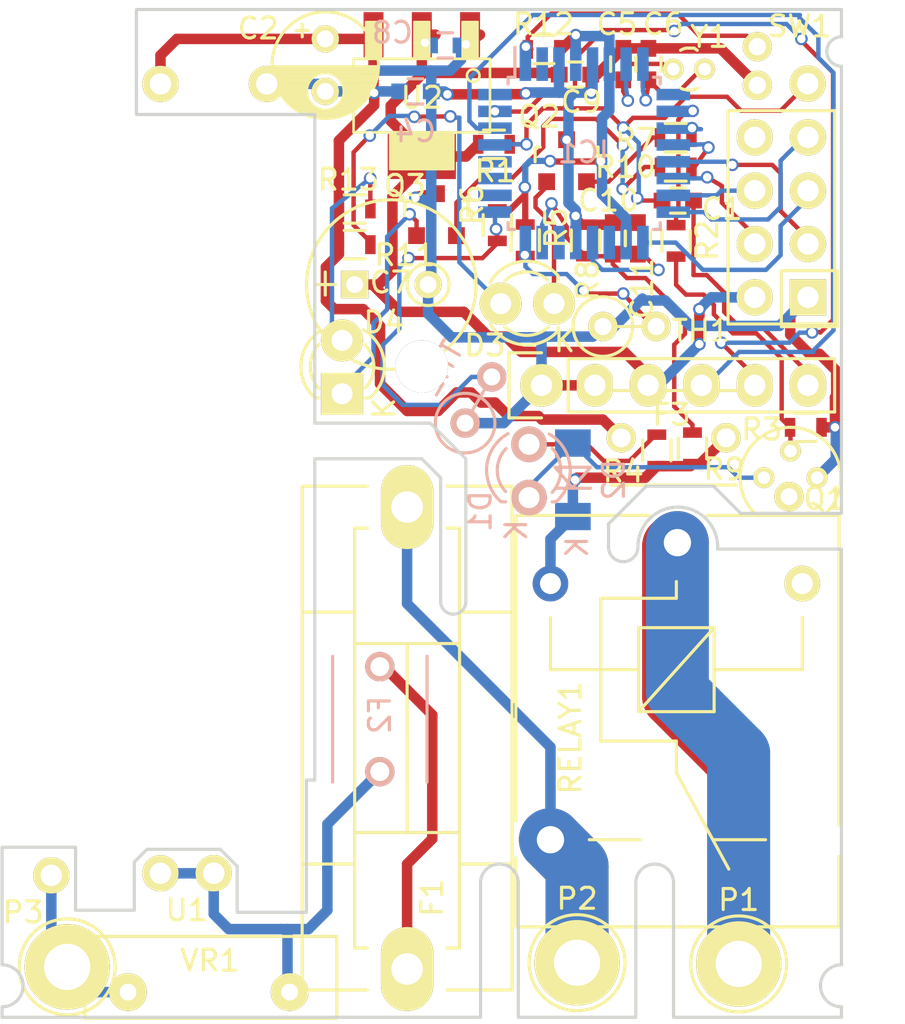
<source format=kicad_pcb>
(kicad_pcb (version 4) (host pcbnew 4.0.0-rc2-stable)

  (general
    (links 97)
    (no_connects 1)
    (area 72.824999 97.124999 112.975001 145.275001)
    (thickness 1.6)
    (drawings 75)
    (tracks 558)
    (zones 0)
    (modules 50)
    (nets 47)
  )

  (page A4)
  (layers
    (0 F.Cu signal)
    (31 B.Cu signal)
    (32 B.Adhes user hide)
    (33 F.Adhes user hide)
    (34 B.Paste user hide)
    (35 F.Paste user hide)
    (36 B.SilkS user)
    (37 F.SilkS user)
    (38 B.Mask user)
    (39 F.Mask user)
    (40 Dwgs.User user)
    (41 Cmts.User user)
    (42 Eco1.User user hide)
    (43 Eco2.User user hide)
    (44 Edge.Cuts user)
    (45 Margin user)
    (46 B.CrtYd user)
    (47 F.CrtYd user)
    (48 B.Fab user)
    (49 F.Fab user)
  )

  (setup
    (last_trace_width 0.25)
    (user_trace_width 0.21)
    (user_trace_width 0.3)
    (user_trace_width 0.4)
    (user_trace_width 0.5)
    (user_trace_width 3)
    (trace_clearance 0.2)
    (zone_clearance 0.508)
    (zone_45_only no)
    (trace_min 0.21)
    (segment_width 0.2)
    (edge_width 0.15)
    (via_size 0.6)
    (via_drill 0.4)
    (via_min_size 0.4)
    (via_min_drill 0.3)
    (uvia_size 0.3)
    (uvia_drill 0.1)
    (uvias_allowed no)
    (uvia_min_size 0.2)
    (uvia_min_drill 0.1)
    (pcb_text_width 0.3)
    (pcb_text_size 1.5 1.5)
    (mod_edge_width 0.15)
    (mod_text_size 1 1)
    (mod_text_width 0.15)
    (pad_size 4.064 4.064)
    (pad_drill 2.2)
    (pad_to_mask_clearance 0.2)
    (aux_axis_origin 72.9 145.2)
    (grid_origin 30 142)
    (visible_elements 7FFFFFFF)
    (pcbplotparams
      (layerselection 0x010f0_80000001)
      (usegerberextensions true)
      (excludeedgelayer true)
      (linewidth 0.100000)
      (plotframeref false)
      (viasonmask false)
      (mode 1)
      (useauxorigin false)
      (hpglpennumber 1)
      (hpglpenspeed 20)
      (hpglpendiameter 15)
      (hpglpenoverlay 2)
      (psnegative false)
      (psa4output false)
      (plotreference true)
      (plotvalue false)
      (plotinvisibletext false)
      (padsonsilk false)
      (subtractmaskfromsilk false)
      (outputformat 1)
      (mirror false)
      (drillshape 0)
      (scaleselection 1)
      (outputdirectory ""))
  )

  (net 0 "")
  (net 1 /DTR)
  (net 2 /RESET)
  (net 3 +12V)
  (net 4 GND)
  (net 5 /X1)
  (net 6 /X2)
  (net 7 VCC)
  (net 8 /A0)
  (net 9 "Net-(C11-Pad1)")
  (net 10 "Net-(D1-Pad1)")
  (net 11 "Net-(D1-Pad2)")
  (net 12 /12V_relay)
  (net 13 "Net-(D3-Pad1)")
  (net 14 "Net-(D3-Pad2)")
  (net 15 "Net-(D4-Pad1)")
  (net 16 "Net-(D4-Pad2)")
  (net 17 "Net-(F1-Pad2)")
  (net 18 "Net-(F1-Pad1)")
  (net 19 /D3)
  (net 20 "Net-(IC1-Pad2)")
  (net 21 "Net-(IC1-Pad9)")
  (net 22 /D6)
  (net 23 /D7)
  (net 24 /D8)
  (net 25 "/D9(CE)")
  (net 26 "/D10(SS)")
  (net 27 "/D11(MOSI)")
  (net 28 "/D12(MISO)")
  (net 29 "/D13(SCK)")
  (net 30 "Net-(IC1-Pad19)")
  (net 31 "Net-(IC1-Pad22)")
  (net 32 /A1)
  (net 33 /A2)
  (net 34 "Net-(IC1-Pad26)")
  (net 35 "Net-(IC1-Pad27)")
  (net 36 "Net-(IC1-Pad28)")
  (net 37 /RX)
  (net 38 /TX)
  (net 39 "Net-(IC1-Pad32)")
  (net 40 "Net-(P1-Pad1)")
  (net 41 "Net-(P3-Pad1)")
  (net 42 "Net-(P6-Pad8)")
  (net 43 "Net-(Q1-Pad2)")
  (net 44 "Net-(Q2-Pad2)")
  (net 45 "Net-(Q3-Pad2)")
  (net 46 "Net-(F2-Pad1)")

  (net_class Default "This is the default net class."
    (clearance 0.2)
    (trace_width 0.25)
    (via_dia 0.6)
    (via_drill 0.4)
    (uvia_dia 0.3)
    (uvia_drill 0.1)
    (add_net "Net-(F1-Pad1)")
    (add_net "Net-(F1-Pad2)")
    (add_net "Net-(F2-Pad1)")
  )

  (net_class 12V ""
    (clearance 0.2)
    (trace_width 0.5)
    (via_dia 0.6)
    (via_drill 0.4)
    (uvia_dia 0.3)
    (uvia_drill 0.1)
    (add_net +12V)
    (add_net /12V_relay)
  )

  (net_class 230V ""
    (clearance 2)
    (trace_width 0.25)
    (via_dia 0.6)
    (via_drill 0.4)
    (uvia_dia 0.3)
    (uvia_drill 0.1)
  )

  (net_class LinePower ""
    (clearance 2)
    (trace_width 4)
    (via_dia 2)
    (via_drill 1)
    (uvia_dia 0.3)
    (uvia_drill 0.1)
  )

  (net_class Vcc ""
    (clearance 0.2)
    (trace_width 0.5)
    (via_dia 0.6)
    (via_drill 0.4)
    (uvia_dia 0.3)
    (uvia_drill 0.1)
    (add_net VCC)
  )

  (net_class gnd ""
    (clearance 0.2)
    (trace_width 0.5)
    (via_dia 0.6)
    (via_drill 0.4)
    (uvia_dia 0.3)
    (uvia_drill 0.1)
    (add_net GND)
  )

  (net_class signal ""
    (clearance 0.2)
    (trace_width 0.21)
    (via_dia 0.6)
    (via_drill 0.4)
    (uvia_dia 0.3)
    (uvia_drill 0.1)
    (add_net /A0)
    (add_net /A1)
    (add_net /A2)
    (add_net "/D10(SS)")
    (add_net "/D11(MOSI)")
    (add_net "/D12(MISO)")
    (add_net "/D13(SCK)")
    (add_net /D3)
    (add_net /D6)
    (add_net /D7)
    (add_net /D8)
    (add_net "/D9(CE)")
    (add_net /DTR)
    (add_net /RESET)
    (add_net /RX)
    (add_net /TX)
    (add_net /X1)
    (add_net /X2)
    (add_net "Net-(C11-Pad1)")
    (add_net "Net-(D1-Pad1)")
    (add_net "Net-(D1-Pad2)")
    (add_net "Net-(D3-Pad1)")
    (add_net "Net-(D3-Pad2)")
    (add_net "Net-(D4-Pad1)")
    (add_net "Net-(D4-Pad2)")
    (add_net "Net-(IC1-Pad19)")
    (add_net "Net-(IC1-Pad2)")
    (add_net "Net-(IC1-Pad22)")
    (add_net "Net-(IC1-Pad26)")
    (add_net "Net-(IC1-Pad27)")
    (add_net "Net-(IC1-Pad28)")
    (add_net "Net-(IC1-Pad32)")
    (add_net "Net-(IC1-Pad9)")
    (add_net "Net-(P1-Pad1)")
    (add_net "Net-(P3-Pad1)")
    (add_net "Net-(P6-Pad8)")
    (add_net "Net-(Q1-Pad2)")
    (add_net "Net-(Q2-Pad2)")
    (add_net "Net-(Q3-Pad2)")
  )

  (module Capacitors_ThroughHole:C_Radial_D5_L6_P2.5 (layer F.Cu) (tedit 565E2189) (tstamp 56563884)
    (at 88.3 98.6 270)
    (descr "Radial Electrolytic Capacitor Diameter 5mm x Length 6mm, Pitch 2.5mm")
    (tags "Electrolytic Capacitor")
    (path /5652B417)
    (fp_text reference C2 (at -0.5 3.2 360) (layer F.SilkS)
      (effects (font (size 1 1) (thickness 0.15)))
    )
    (fp_text value "" (at 1.25 3.8 270) (layer F.Fab)
      (effects (font (size 1 1) (thickness 0.15)))
    )
    (fp_line (start -0.1 1.1) (end -0.7 1.1) (layer F.SilkS) (width 0.15))
    (fp_line (start -0.4 0.8) (end -0.4 1.4) (layer F.SilkS) (width 0.15))
    (fp_line (start 1.325 -2.499) (end 1.325 2.499) (layer F.SilkS) (width 0.15))
    (fp_line (start 1.465 -2.491) (end 1.465 2.491) (layer F.SilkS) (width 0.15))
    (fp_line (start 1.605 -2.475) (end 1.605 -0.095) (layer F.SilkS) (width 0.15))
    (fp_line (start 1.605 0.095) (end 1.605 2.475) (layer F.SilkS) (width 0.15))
    (fp_line (start 1.745 -2.451) (end 1.745 -0.49) (layer F.SilkS) (width 0.15))
    (fp_line (start 1.745 0.49) (end 1.745 2.451) (layer F.SilkS) (width 0.15))
    (fp_line (start 1.885 -2.418) (end 1.885 -0.657) (layer F.SilkS) (width 0.15))
    (fp_line (start 1.885 0.657) (end 1.885 2.418) (layer F.SilkS) (width 0.15))
    (fp_line (start 2.025 -2.377) (end 2.025 -0.764) (layer F.SilkS) (width 0.15))
    (fp_line (start 2.025 0.764) (end 2.025 2.377) (layer F.SilkS) (width 0.15))
    (fp_line (start 2.165 -2.327) (end 2.165 -0.835) (layer F.SilkS) (width 0.15))
    (fp_line (start 2.165 0.835) (end 2.165 2.327) (layer F.SilkS) (width 0.15))
    (fp_line (start 2.305 -2.266) (end 2.305 -0.879) (layer F.SilkS) (width 0.15))
    (fp_line (start 2.305 0.879) (end 2.305 2.266) (layer F.SilkS) (width 0.15))
    (fp_line (start 2.445 -2.196) (end 2.445 -0.898) (layer F.SilkS) (width 0.15))
    (fp_line (start 2.445 0.898) (end 2.445 2.196) (layer F.SilkS) (width 0.15))
    (fp_line (start 2.585 -2.114) (end 2.585 -0.896) (layer F.SilkS) (width 0.15))
    (fp_line (start 2.585 0.896) (end 2.585 2.114) (layer F.SilkS) (width 0.15))
    (fp_line (start 2.725 -2.019) (end 2.725 -0.871) (layer F.SilkS) (width 0.15))
    (fp_line (start 2.725 0.871) (end 2.725 2.019) (layer F.SilkS) (width 0.15))
    (fp_line (start 2.865 -1.908) (end 2.865 -0.823) (layer F.SilkS) (width 0.15))
    (fp_line (start 2.865 0.823) (end 2.865 1.908) (layer F.SilkS) (width 0.15))
    (fp_line (start 3.005 -1.78) (end 3.005 -0.745) (layer F.SilkS) (width 0.15))
    (fp_line (start 3.005 0.745) (end 3.005 1.78) (layer F.SilkS) (width 0.15))
    (fp_line (start 3.145 -1.631) (end 3.145 -0.628) (layer F.SilkS) (width 0.15))
    (fp_line (start 3.145 0.628) (end 3.145 1.631) (layer F.SilkS) (width 0.15))
    (fp_line (start 3.285 -1.452) (end 3.285 -0.44) (layer F.SilkS) (width 0.15))
    (fp_line (start 3.285 0.44) (end 3.285 1.452) (layer F.SilkS) (width 0.15))
    (fp_line (start 3.425 -1.233) (end 3.425 1.233) (layer F.SilkS) (width 0.15))
    (fp_line (start 3.565 -0.944) (end 3.565 0.944) (layer F.SilkS) (width 0.15))
    (fp_line (start 3.705 -0.472) (end 3.705 0.472) (layer F.SilkS) (width 0.15))
    (fp_circle (center 2.5 0) (end 2.5 -0.9) (layer F.SilkS) (width 0.15))
    (fp_circle (center 1.25 0) (end 1.25 -2.5375) (layer F.SilkS) (width 0.15))
    (fp_circle (center 1.25 0) (end 1.25 -2.8) (layer F.CrtYd) (width 0.05))
    (pad 1 thru_hole circle (at 0 0 270) (size 1.3 1.3) (drill 0.8) (layers *.Cu *.Mask F.SilkS)
      (net 3 +12V))
    (pad 2 thru_hole circle (at 2.5 0 270) (size 1.3 1.3) (drill 0.8) (layers *.Cu *.Mask F.SilkS)
      (net 4 GND))
    (model Capacitors_ThroughHole.3dshapes/C_Radial_D5_L6_P2.5.wrl
      (at (xyz 0.049213 0 0))
      (scale (xyz 1 1 1))
      (rotate (xyz 0 0 90))
    )
  )

  (module Capacitors_ThroughHole:C_Radial_D8_L11.5_P3.5 (layer F.Cu) (tedit 565E20E5) (tstamp 5656389C)
    (at 89.7 110.3)
    (descr "Radial Electrolytic Capacitor Diameter 8mm x Length 11.5mm, Pitch 3.5mm")
    (tags "Electrolytic Capacitor")
    (path /56504982)
    (fp_text reference C7 (at 1.7 -0.1) (layer F.SilkS)
      (effects (font (size 1 1) (thickness 0.15)))
    )
    (fp_text value "" (at 1.75 5.3) (layer F.Fab)
      (effects (font (size 1 1) (thickness 0.15)))
    )
    (fp_line (start -1.9 0) (end -0.9 0) (layer F.SilkS) (width 0.15))
    (fp_line (start -1.4 -0.6) (end -1.4 0.5) (layer F.SilkS) (width 0.15))
    (fp_line (start 5.745 -0.2) (end 5.745 0.2) (layer F.SilkS) (width 0.15))
    (fp_circle (center 3.5 0) (end 3.5 -1) (layer F.SilkS) (width 0.15))
    (fp_circle (center 1.75 0) (end 1.75 -4.0375) (layer F.SilkS) (width 0.15))
    (fp_circle (center 1.75 0) (end 1.75 -4.3) (layer F.CrtYd) (width 0.05))
    (pad 2 thru_hole circle (at 3.5 0) (size 1.3 1.3) (drill 0.8) (layers *.Cu *.Mask F.SilkS)
      (net 4 GND))
    (pad 1 thru_hole rect (at 0 0) (size 1.3 1.3) (drill 0.8) (layers *.Cu *.Mask F.SilkS)
      (net 7 VCC))
    (model Capacitors_ThroughHole.3dshapes/C_Radial_D8_L11.5_P3.5.wrl
      (at (xyz 0 0 0))
      (scale (xyz 1 1 1))
      (rotate (xyz 0 0 0))
    )
  )

  (module Varistors:RV_Disc_D12_W3.9_P7.5 (layer F.Cu) (tedit 56578E27) (tstamp 565639C7)
    (at 86.6 144 180)
    (tags "varistor SIOV")
    (path /5650E3DD)
    (fp_text reference VR1 (at 3.8 1.5 180) (layer F.SilkS)
      (effects (font (size 1 1) (thickness 0.15)))
    )
    (fp_text value VR (at 3.6 -0.3 180) (layer F.Fab)
      (effects (font (size 1 1) (thickness 0.15)))
    )
    (fp_line (start -2.5 2.9) (end 10 2.9) (layer F.CrtYd) (width 0.05))
    (fp_line (start -2.5 -1.5) (end 10 -1.5) (layer F.CrtYd) (width 0.05))
    (fp_line (start 10 -1.5) (end 10 2.9) (layer F.CrtYd) (width 0.05))
    (fp_line (start -2.5 -1.5) (end -2.5 2.9) (layer F.CrtYd) (width 0.05))
    (fp_line (start -2.25 2.65) (end 9.75 2.65) (layer F.SilkS) (width 0.15))
    (fp_line (start -2.25 -1.25) (end 9.75 -1.25) (layer F.SilkS) (width 0.15))
    (fp_line (start 9.75 -1.25) (end 9.75 2.65) (layer F.SilkS) (width 0.15))
    (fp_line (start -2.25 -1.25) (end -2.25 2.65) (layer F.SilkS) (width 0.15))
    (pad 1 thru_hole circle (at 0 0 180) (size 1.8 1.8) (drill 0.8) (layers *.Cu *.Mask F.SilkS)
      (net 46 "Net-(F2-Pad1)"))
    (pad 2 thru_hole circle (at 7.7 0 180) (size 1.8 1.8) (drill 0.8) (layers *.Cu *.Mask F.SilkS)
      (net 41 "Net-(P3-Pad1)"))
  )

  (module Relays_ThroughHole:Relay_SANYOU_SRD_Series_Form_C (layer F.Cu) (tedit 565CC18D) (tstamp 5656399D)
    (at 105.082 122.593 270)
    (descr "relay, Sanyou SRD series Form C")
    (path /5650D4F6)
    (fp_text reference RELAY1 (at 9.3 5.1 270) (layer F.SilkS)
      (effects (font (size 1 1) (thickness 0.15)))
    )
    (fp_text value "" (at 8.1 -3.2 270) (layer F.Fab)
      (effects (font (size 1 1) (thickness 0.15)))
    )
    (fp_line (start 15 7.7) (end 18.3 7.7) (layer F.SilkS) (width 0.15))
    (fp_line (start 18.3 7.7) (end 18.3 -7.7) (layer F.SilkS) (width 0.15))
    (fp_line (start 18.3 -7.7) (end 14.95 -7.7) (layer F.SilkS) (width 0.15))
    (fp_line (start -1.3 1.35) (end -1.3 7.7) (layer F.SilkS) (width 0.15))
    (fp_line (start -1.3 7.7) (end 13.25 7.7) (layer F.SilkS) (width 0.15))
    (fp_line (start -1.3 -1.4) (end -1.3 -7.7) (layer F.SilkS) (width 0.15))
    (fp_line (start -1.3 -7.7) (end 13.45 -7.7) (layer F.SilkS) (width 0.15))
    (fp_line (start -1.3 -7.65) (end -1.3 -1.4) (layer F.SilkS) (width 0.15))
    (fp_line (start 14.15 4.2) (end 14.15 1.75) (layer F.SilkS) (width 0.15))
    (fp_line (start 14.15 -4.2) (end 14.15 -1.7) (layer F.SilkS) (width 0.15))
    (fp_line (start 3.55 6.05) (end 6.05 6.05) (layer F.SilkS) (width 0.15))
    (fp_line (start 2.65 0.05) (end 1.85 0.05) (layer F.SilkS) (width 0.15))
    (fp_line (start 6.05 -5.95) (end 3.55 -5.95) (layer F.SilkS) (width 0.15))
    (fp_line (start 9.45 0.05) (end 10.95 0.05) (layer F.SilkS) (width 0.15))
    (fp_line (start 10.95 0.05) (end 15.55 -2.45) (layer F.SilkS) (width 0.15))
    (fp_line (start 9.45 3.65) (end 2.65 3.65) (layer F.SilkS) (width 0.15))
    (fp_line (start 9.45 0.05) (end 9.45 3.65) (layer F.SilkS) (width 0.15))
    (fp_line (start 2.65 0.05) (end 2.65 3.65) (layer F.SilkS) (width 0.15))
    (fp_line (start 6.05 -5.95) (end 6.05 -1.75) (layer F.SilkS) (width 0.15))
    (fp_line (start 6.05 1.85) (end 6.05 6.05) (layer F.SilkS) (width 0.15))
    (fp_line (start 8.05 1.85) (end 4.05 -1.75) (layer F.SilkS) (width 0.15))
    (fp_line (start 4.05 1.85) (end 4.05 -1.75) (layer F.SilkS) (width 0.15))
    (fp_line (start 4.05 -1.75) (end 8.05 -1.75) (layer F.SilkS) (width 0.15))
    (fp_line (start 8.05 -1.75) (end 8.05 1.85) (layer F.SilkS) (width 0.15))
    (fp_line (start 8.05 1.85) (end 4.05 1.85) (layer F.SilkS) (width 0.15))
    (pad 4 thru_hole circle (at 1.95 6.05) (size 1.7 1.7) (drill 1) (layers *.Cu *.Mask)
      (net 12 /12V_relay))
    (pad 1 thru_hole circle (at 14.15 6.05) (size 3 3) (drill 1.3) (layers *.Cu *.Mask)
      (net 18 "Net-(F1-Pad1)"))
    (pad 5 thru_hole circle (at 1.95 -5.95) (size 1.7 1.7) (drill 1) (layers *.Cu *.Mask F.SilkS)
      (net 10 "Net-(D1-Pad1)"))
    (pad 3 thru_hole circle (at 0 0) (size 2.3 2.3) (drill 1.3) (layers *.Cu *.Mask)
      (net 40 "Net-(P1-Pad1)"))
    (model Relays_ThroughHole.3dshapes/Relay_SANYOU_SRD_Series_Form_C.wrl
      (at (xyz 0 0 0))
      (scale (xyz 1 1 1))
      (rotate (xyz 0 0 0))
    )
  )

  (module Pin_Headers:Pin_Header_Straight_1x02 (layer F.Cu) (tedit 565E2295) (tstamp 565A3409)
    (at 108.89 100.81 180)
    (descr "Through hole pin header")
    (tags "pin header")
    (path /5651190E)
    (fp_text reference SW1 (at -2.01 2.81 360) (layer F.SilkS)
      (effects (font (size 1 1) (thickness 0.15)))
    )
    (fp_text value "" (at 0 -3.1 180) (layer F.Fab)
      (effects (font (size 1 1) (thickness 0.15)))
    )
    (fp_line (start -1 -1) (end 1 -1) (layer F.CrtYd) (width 0.15))
    (fp_line (start 1 -1) (end 1 3) (layer F.CrtYd) (width 0.15))
    (fp_line (start 1 3) (end -1 3) (layer F.CrtYd) (width 0.15))
    (fp_line (start -1 3) (end -1 -1) (layer F.CrtYd) (width 0.15))
    (pad 1 thru_hole circle (at 0 0 180) (size 1.397 1.397) (drill 0.8198) (layers *.Cu *.Mask F.SilkS)
      (net 4 GND))
    (pad 2 thru_hole circle (at 0 1.84 180) (size 1.397 1.397) (drill 0.8198) (layers *.Cu *.Mask F.SilkS)
      (net 19 /D3))
    (model Pin_Headers.3dshapes/Pin_Header_Straight_1x02.wrl
      (at (xyz 0 -0.05 0))
      (scale (xyz 1 1 1))
      (rotate (xyz 0 0 90))
    )
  )

  (module mysensors_radios:NRF24L01 (layer F.Cu) (tedit 565E2267) (tstamp 56563931)
    (at 112.829 112.433 270)
    (descr NRF24L01)
    (tags "nRF 24 NRF24L01 NRF24L01+")
    (path /56506D2E)
    (fp_text reference P6 (at -1.016 -1.016 270) (layer F.SilkS) hide
      (effects (font (size 0.8 0.8) (thickness 0.16)))
    )
    (fp_text value "" (at -8.382 7.112 270) (layer F.Fab) hide
      (effects (font (size 0.8 0.8) (thickness 0.16)))
    )
    (fp_line (start -15.25 28.8) (end 0 28.8) (layer F.CrtYd) (width 0.15))
    (fp_line (start 0 28.8) (end 0 0) (layer F.CrtYd) (width 0.15))
    (fp_line (start 0 0) (end -15.25 0) (layer F.CrtYd) (width 0.15))
    (fp_line (start -15.25 0) (end -15.25 28.8) (layer F.CrtYd) (width 0.15))
    (fp_line (start -2.794 0.127) (end -0.127 0.127) (layer F.SilkS) (width 0.15))
    (fp_line (start -0.127 0.127) (end -0.127 2.794) (layer F.SilkS) (width 0.15))
    (fp_line (start 0 0) (end -15.25 0) (layer B.CrtYd) (width 0.15))
    (fp_line (start -15.25 0) (end -15.25 28.8) (layer B.CrtYd) (width 0.15))
    (fp_line (start -15.25 28.8) (end 0 28.8) (layer B.CrtYd) (width 0.15))
    (fp_line (start 0 28.8) (end 0 0) (layer B.CrtYd) (width 0.15))
    (fp_line (start -7.874 0.254) (end -10.414 0.254) (layer F.SilkS) (width 0.15))
    (fp_line (start -10.414 0.254) (end -10.414 2.794) (layer F.SilkS) (width 0.15))
    (fp_line (start -2.794 0.254) (end -2.794 2.794) (layer F.SilkS) (width 0.15))
    (fp_line (start -2.794 2.794) (end -0.254 2.794) (layer F.SilkS) (width 0.15))
    (fp_line (start -10.894 -0.226) (end -10.894 5.824) (layer F.CrtYd) (width 0.05))
    (fp_line (start 0.256 -0.226) (end 0.256 5.824) (layer F.CrtYd) (width 0.05))
    (fp_line (start -10.894 -0.226) (end 0.256 -0.226) (layer F.CrtYd) (width 0.05))
    (fp_line (start -10.894 5.824) (end 0.256 5.824) (layer F.CrtYd) (width 0.05))
    (fp_line (start -7.874 0.254) (end -0.254 0.254) (layer F.SilkS) (width 0.15))
    (fp_line (start -0.254 0.254) (end -0.254 5.334) (layer F.SilkS) (width 0.15))
    (fp_line (start -0.254 5.334) (end -10.414 5.334) (layer F.SilkS) (width 0.15))
    (fp_line (start -10.414 5.334) (end -10.414 2.794) (layer F.SilkS) (width 0.15))
    (pad 7 thru_hole oval (at -9.144 1.524 270) (size 1.7272 1.7272) (drill 1.016) (layers *.Cu *.Mask F.SilkS)
      (net 28 "/D12(MISO)"))
    (pad 8 thru_hole oval (at -9.144 4.064 270) (size 1.7272 1.7272) (drill 1.016) (layers *.Cu *.Mask F.SilkS)
      (net 42 "Net-(P6-Pad8)"))
    (pad 5 thru_hole oval (at -6.604 1.524 270) (size 1.7272 1.7272) (drill 1.016) (layers *.Cu *.Mask F.SilkS)
      (net 29 "/D13(SCK)"))
    (pad 6 thru_hole oval (at -6.604 4.064 270) (size 1.7272 1.7272) (drill 1.016) (layers *.Cu *.Mask F.SilkS)
      (net 27 "/D11(MOSI)"))
    (pad 3 thru_hole oval (at -4.064 1.524 270) (size 1.7272 1.7272) (drill 1.016) (layers *.Cu *.Mask F.SilkS)
      (net 25 "/D9(CE)"))
    (pad 4 thru_hole oval (at -4.064 4.064 270) (size 1.7272 1.7272) (drill 1.016) (layers *.Cu *.Mask F.SilkS)
      (net 26 "/D10(SS)"))
    (pad 1 thru_hole rect (at -1.524 1.524 270) (size 1.7272 1.7272) (drill 1.016) (layers *.Cu *.Mask F.SilkS)
      (net 4 GND))
    (pad 2 thru_hole oval (at -1.524 4.064 270) (size 1.7272 1.7272) (drill 1.016) (layers *.Cu *.Mask F.SilkS)
      (net 7 VCC))
    (model Socket_Strips.3dshapes/Socket_Strip_Straight_2x04.wrl
      (at (xyz -0.21 -0.11 0))
      (scale (xyz 1 1 1))
      (rotate (xyz 0 0 0))
    )
    (model Pin_Headers.3dshapes/Pin_Header_Straight_2x04.wrl
      (at (xyz -0.21 -0.11 0.442))
      (scale (xyz 1 1 1))
      (rotate (xyz 0 180 0))
    )
    (model mysensors.3dshapes/nrf24l01.wrl
      (at (xyz -0.3 -0.5669999999999999 0.475))
      (scale (xyz 0.395 0.395 0.395))
      (rotate (xyz 0 0 0))
    )
    (model Housings_DFN_QFN.3dshapes/QFN-20-1EP_4x4mm_Pitch0.5mm.wrl
      (at (xyz -0.22 -0.51 0.509))
      (scale (xyz 1 1 1))
      (rotate (xyz 0 0 0))
    )
    (model mysensors.3dshapes/w.lain.3dshapes/crystal/crystal_hc-49s.wrl
      (at (xyz -0.5 -0.475 0.51))
      (scale (xyz 1 1 1))
      (rotate (xyz 0 0 90))
    )
  )

  (module LEDs:LED-3MM (layer B.Cu) (tedit 565E2358) (tstamp 565638BA)
    (at 98.01 120.45 90)
    (descr "LED 3mm round vertical")
    (tags "LED  3mm round vertical")
    (path /5651D4F2)
    (fp_text reference D1 (at -0.65 -2.31 90) (layer B.SilkS)
      (effects (font (size 1 1) (thickness 0.15)) (justify mirror))
    )
    (fp_text value LED (at 1.3 2.9 90) (layer B.Fab)
      (effects (font (size 1 1) (thickness 0.15)) (justify mirror))
    )
    (fp_line (start -1.2 -2.3) (end 3.8 -2.3) (layer B.CrtYd) (width 0.05))
    (fp_line (start 3.8 -2.3) (end 3.8 2.2) (layer B.CrtYd) (width 0.05))
    (fp_line (start 3.8 2.2) (end -1.2 2.2) (layer B.CrtYd) (width 0.05))
    (fp_line (start -1.2 2.2) (end -1.2 -2.3) (layer B.CrtYd) (width 0.05))
    (fp_line (start -0.199 -1.314) (end -0.199 -1.114) (layer B.SilkS) (width 0.15))
    (fp_line (start -0.199 1.28) (end -0.199 1.1) (layer B.SilkS) (width 0.15))
    (fp_arc (start 1.301 -0.034) (end -0.199 1.286) (angle -108.5) (layer B.SilkS) (width 0.15))
    (fp_arc (start 1.301 -0.034) (end 0.25 1.1) (angle -85.7) (layer B.SilkS) (width 0.15))
    (fp_arc (start 1.311 -0.034) (end 3.051 -0.994) (angle -110) (layer B.SilkS) (width 0.15))
    (fp_arc (start 1.301 -0.034) (end 2.335 -1.094) (angle -87.5) (layer B.SilkS) (width 0.15))
    (fp_text user K (at -1.55 -0.61 90) (layer B.SilkS)
      (effects (font (size 1 1) (thickness 0.15)) (justify mirror))
    )
    (pad 1 thru_hole circle (at 0 0) (size 1.7 1.7) (drill 1.00076) (layers *.Cu *.Mask B.SilkS)
      (net 10 "Net-(D1-Pad1)"))
    (pad 2 thru_hole circle (at 2.54 0 90) (size 1.7 1.7) (drill 1.00076) (layers *.Cu *.Mask B.SilkS)
      (net 11 "Net-(D1-Pad2)"))
    (model LEDs.3dshapes/LED-3MM.wrl
      (at (xyz 0.05 0 0))
      (scale (xyz 1 1 1))
      (rotate (xyz 0 0 90))
    )
  )

  (module Wire_Connections_Bridges:WireConnection_0.80mmDrill_ThinPad (layer F.Cu) (tedit 565E2522) (tstamp 565D38A7)
    (at 110.4 120.4)
    (descr "WireConnection with thin pad and 0.8mm drill")
    (fp_text reference JMP1 (at 4.8514 0.2032) (layer F.SilkS) hide
      (effects (font (size 1 1) (thickness 0.15)))
    )
    (fp_text value "" (at 5.08 3.81) (layer F.Fab) hide
      (effects (font (size 1 1) (thickness 0.15)))
    )
    (pad 1 thru_hole circle (at 0 0) (size 1.4 1.4) (drill 0.8001) (layers *.Cu *.Mask F.SilkS))
  )

  (module Crystals:Crystal_Round_Vertical_2mm (layer F.Cu) (tedit 565E1F10) (tstamp 565639CD)
    (at 105.63 100.04)
    (descr "Crystal, Quarz, Rundgehaeuse, round, NC26LF, vertical, stehend, Uhrenquarz, Diam. 2mm,")
    (tags "Crystal, Quarz, Rundgehaeuse, round, NC26LF, vertical, stehend, Uhrenquarz, Diam. 2mm,")
    (path /565143AC)
    (fp_text reference Y1 (at 0.97 -1.54) (layer F.SilkS)
      (effects (font (size 1 1) (thickness 0.15)))
    )
    (fp_text value "" (at 0 3.81) (layer F.Fab)
      (effects (font (size 1 1) (thickness 0.15)))
    )
    (fp_line (start 0.44958 0.89916) (end 0.35052 0.94996) (layer F.SilkS) (width 0.15))
    (fp_line (start 0.35052 0.94996) (end 0.14986 1.00076) (layer F.SilkS) (width 0.15))
    (fp_line (start 0.14986 1.00076) (end -0.0508 1.00076) (layer F.SilkS) (width 0.15))
    (fp_line (start -0.0508 1.00076) (end -0.29972 0.94996) (layer F.SilkS) (width 0.15))
    (fp_line (start -0.29972 0.94996) (end -0.39878 0.89916) (layer F.SilkS) (width 0.15))
    (fp_line (start 0.39878 -0.89916) (end 0.24892 -1.00076) (layer F.SilkS) (width 0.15))
    (fp_line (start 0.24892 -1.00076) (end 0.0508 -1.00076) (layer F.SilkS) (width 0.15))
    (fp_line (start 0.0508 -1.00076) (end -0.14986 -1.00076) (layer F.SilkS) (width 0.15))
    (fp_line (start -0.14986 -1.00076) (end -0.29972 -0.94996) (layer F.SilkS) (width 0.15))
    (fp_line (start -0.29972 -0.94996) (end -0.39878 -0.89916) (layer F.SilkS) (width 0.15))
    (pad 1 thru_hole circle (at -0.7493 0) (size 1.00076 1.00076) (drill 0.59944) (layers *.Cu *.Mask F.SilkS)
      (net 5 /X1))
    (pad 2 thru_hole circle (at 0.7493 0) (size 1.00076 1.00076) (drill 0.59944) (layers *.Cu *.Mask F.SilkS)
      (net 6 /X2))
  )

  (module TO_SOT_Packages_THT:TO-92_Molded_Narrow (layer F.Cu) (tedit 565E227B) (tstamp 56563938)
    (at 109.2 119.5)
    (descr "TO-92 leads molded, narrow, drill 0.6mm (see NXP sot054_po.pdf)")
    (tags "to-92 sc-43 sc-43a sot54 PA33 transistor")
    (path /5651AA27)
    (fp_text reference Q1 (at 2.9 1) (layer F.SilkS)
      (effects (font (size 1 1) (thickness 0.15)))
    )
    (fp_text value "" (at 6.527 -0.291) (layer F.Fab)
      (effects (font (size 1 1) (thickness 0.15)))
    )
    (fp_line (start -1.4 1.95) (end -1.4 -2.65) (layer F.CrtYd) (width 0.05))
    (fp_line (start -1.4 1.95) (end 3.9 1.95) (layer F.CrtYd) (width 0.05))
    (fp_line (start -0.43 1.7) (end 2.97 1.7) (layer F.SilkS) (width 0.15))
    (fp_arc (start 1.27 0) (end 1.27 -2.4) (angle -135) (layer F.SilkS) (width 0.15))
    (fp_arc (start 1.27 0) (end 1.27 -2.4) (angle 135) (layer F.SilkS) (width 0.15))
    (fp_line (start -1.4 -2.65) (end 3.9 -2.65) (layer F.CrtYd) (width 0.05))
    (fp_line (start 3.9 1.95) (end 3.9 -2.65) (layer F.CrtYd) (width 0.05))
    (pad 2 thru_hole circle (at 1.27 -1.27 90) (size 1.00076 1.00076) (drill 0.6) (layers *.Cu *.Mask F.SilkS)
      (net 43 "Net-(Q1-Pad2)"))
    (pad 3 thru_hole circle (at 2.54 0 90) (size 1.00076 1.00076) (drill 0.6) (layers *.Cu *.Mask F.SilkS)
      (net 4 GND))
    (pad 1 thru_hole circle (at 0 0 90) (size 1.00076 1.00076) (drill 0.6) (layers *.Cu *.Mask F.SilkS)
      (net 10 "Net-(D1-Pad1)"))
    (model TO_SOT_Packages_THT.3dshapes/TO-92_Molded_Narrow.wrl
      (at (xyz 0.05 0 0))
      (scale (xyz 1 1 1))
      (rotate (xyz 0 0 -90))
    )
  )

  (module Capacitors_ThroughHole:C_Disc_D6_P5 (layer F.Cu) (tedit 565E225D) (tstamp 565638DE)
    (at 102.4 117.6)
    (descr "Capacitor 6mm Disc, Pitch 5mm")
    (tags Capacitor)
    (path /56524843)
    (fp_text reference F3 (at 2.4 -1.1) (layer F.SilkS)
      (effects (font (size 1 1) (thickness 0.15)))
    )
    (fp_text value "" (at 2.5 3.5) (layer F.Fab)
      (effects (font (size 1 1) (thickness 0.15)))
    )
    (fp_line (start -0.95 -2.5) (end 5.95 -2.5) (layer F.CrtYd) (width 0.05))
    (fp_line (start 5.95 -2.5) (end 5.95 2.5) (layer F.CrtYd) (width 0.05))
    (fp_line (start 5.95 2.5) (end -0.95 2.5) (layer F.CrtYd) (width 0.05))
    (fp_line (start -0.95 2.5) (end -0.95 -2.5) (layer F.CrtYd) (width 0.05))
    (fp_line (start -0.5 -2.25) (end 5.5 -2.25) (layer F.SilkS) (width 0.15))
    (fp_line (start 5.5 2.25) (end -0.5 2.25) (layer F.SilkS) (width 0.15))
    (pad 1 thru_hole circle (at 0 0) (size 1.4 1.4) (drill 0.9) (layers *.Cu *.Mask F.SilkS)
      (net 3 +12V))
    (pad 2 thru_hole circle (at 5 0) (size 1.4 1.4) (drill 0.9) (layers *.Cu *.Mask F.SilkS)
      (net 12 /12V_relay))
    (model Capacitors_ThroughHole.3dshapes/C_Disc_D6_P5.wrl
      (at (xyz 0.098425 0 0))
      (scale (xyz 1 1 1))
      (rotate (xyz 0 0 0))
    )
  )

  (module Socket_Strips:Socket_Strip_Straight_1x01 (layer F.Cu) (tedit 565E229A) (tstamp 565987D0)
    (at 111.29 100.73)
    (descr "Through hole socket strip")
    (tags "socket strip")
    (path /56599374)
    (fp_text reference P7 (at 3.8 -0.2) (layer F.SilkS) hide
      (effects (font (size 1 1) (thickness 0.15)))
    )
    (fp_text value "" (at 0 -3.1) (layer F.Fab)
      (effects (font (size 1 1) (thickness 0.15)))
    )
    (fp_line (start 1 -1) (end 1 1) (layer F.CrtYd) (width 0.05))
    (fp_line (start 1 1) (end -1 1) (layer F.CrtYd) (width 0.05))
    (fp_line (start -1 1) (end -1 -1) (layer F.CrtYd) (width 0.05))
    (fp_line (start -1 -1) (end 1 -1) (layer F.CrtYd) (width 0.05))
    (pad 1 thru_hole circle (at 0 0) (size 1.7272 1.7272) (drill 1.016) (layers *.Cu *.Mask F.SilkS)
      (net 2 /RESET))
    (model Socket_Strips.3dshapes/Socket_Strip_Straight_1x01.wrl
      (at (xyz 0 0 0))
      (scale (xyz 1 1 1))
      (rotate (xyz 0 0 180))
    )
  )

  (module Capacitors_ThroughHole:C_Disc_D6_P5 (layer B.Cu) (tedit 565E2376) (tstamp 565638D8)
    (at 90.9 133.5 90)
    (descr "Capacitor 6mm Disc, Pitch 5mm")
    (tags Capacitor)
    (path /56535344)
    (fp_text reference F2 (at 2.7 0 90) (layer B.SilkS)
      (effects (font (size 1 1) (thickness 0.15)) (justify mirror))
    )
    (fp_text value "" (at 2.6 -1.5 90) (layer B.Fab)
      (effects (font (size 1 1) (thickness 0.15)) (justify mirror))
    )
    (fp_line (start -0.95 2.5) (end 5.95 2.5) (layer B.CrtYd) (width 0.05))
    (fp_line (start 5.95 2.5) (end 5.95 -2.5) (layer B.CrtYd) (width 0.05))
    (fp_line (start 5.95 -2.5) (end -0.95 -2.5) (layer B.CrtYd) (width 0.05))
    (fp_line (start -0.95 -2.5) (end -0.95 2.5) (layer B.CrtYd) (width 0.05))
    (fp_line (start -0.5 2.25) (end 5.5 2.25) (layer B.SilkS) (width 0.15))
    (fp_line (start 5.5 -2.25) (end -0.5 -2.25) (layer B.SilkS) (width 0.15))
    (pad 1 thru_hole circle (at 0 0 90) (size 1.4 1.4) (drill 0.9) (layers *.Cu *.Mask B.SilkS)
      (net 46 "Net-(F2-Pad1)"))
    (pad 2 thru_hole circle (at 5 0 90) (size 1.4 1.4) (drill 0.9) (layers *.Cu *.Mask B.SilkS)
      (net 17 "Net-(F1-Pad2)"))
    (model Capacitors_ThroughHole.3dshapes/C_Disc_D6_P5.wrl
      (at (xyz 0.098425 0 0))
      (scale (xyz 1 1 1))
      (rotate (xyz 0 0 0))
    )
  )

  (module Fuse_Holders_and_Fuses:Fuseholder5x20_horiz_SemiClosed_Casing10x25mm (layer F.Cu) (tedit 565E2585) (tstamp 565638D2)
    (at 92.2 131.9 270)
    (descr "Fuseholder, 5x20, Semi closed, horizontal, Casing 10x25mm,")
    (tags "Fuseholder, 5x20, Semi closed, horizontal, Casing 10x25mm, Sicherungshalter, halbgeschlossen,")
    (path /5650E0E5)
    (fp_text reference F1 (at 7.6 -1.2 270) (layer F.SilkS)
      (effects (font (size 1 1) (thickness 0.15)))
    )
    (fp_text value 0.1A (at 0.1 1.2 270) (layer F.Fab) hide
      (effects (font (size 1 1) (thickness 0.15)))
    )
    (fp_line (start -5.99948 -2.49936) (end -5.99948 -5.00126) (layer F.SilkS) (width 0.15))
    (fp_line (start -5.99948 5.00126) (end -5.99948 2.49936) (layer F.SilkS) (width 0.15))
    (fp_line (start 5.99948 5.00126) (end 5.99948 2.49936) (layer F.SilkS) (width 0.15))
    (fp_line (start 5.99948 -5.00126) (end 5.99948 -2.49936) (layer F.SilkS) (width 0.15))
    (fp_line (start -4.50088 0) (end 4.50088 0) (layer F.SilkS) (width 0.15))
    (fp_line (start -4.50088 -2.49936) (end -4.50088 2.49936) (layer F.SilkS) (width 0.15))
    (fp_line (start 4.50088 -2.49936) (end 4.50088 2.49936) (layer F.SilkS) (width 0.15))
    (fp_line (start 9.99998 -1.89992) (end 9.99998 -2.49936) (layer F.SilkS) (width 0.15))
    (fp_line (start -9.99998 1.89992) (end -9.99998 2.49936) (layer F.SilkS) (width 0.15))
    (fp_line (start -9.99998 2.49936) (end 9.99998 2.49936) (layer F.SilkS) (width 0.15))
    (fp_line (start 9.99998 2.49936) (end 9.99998 1.89992) (layer F.SilkS) (width 0.15))
    (fp_line (start 9.99998 -2.49936) (end -9.99998 -2.49936) (layer F.SilkS) (width 0.15))
    (fp_line (start -9.99998 -2.49936) (end -9.99998 -1.89992) (layer F.SilkS) (width 0.15))
    (fp_line (start 11.99896 -1.89992) (end 11.99896 -5.00126) (layer F.SilkS) (width 0.15))
    (fp_line (start -11.99896 1.89992) (end -11.99896 5.00126) (layer F.SilkS) (width 0.15))
    (fp_line (start -11.99896 5.00126) (end 11.99896 5.00126) (layer F.SilkS) (width 0.15))
    (fp_line (start 11.99896 5.00126) (end 11.99896 1.89992) (layer F.SilkS) (width 0.15))
    (fp_line (start 11.99896 -5.00126) (end -11.99896 -5.00126) (layer F.SilkS) (width 0.15))
    (fp_line (start -11.99896 -5.00126) (end -11.99896 -1.89992) (layer F.SilkS) (width 0.15))
    (pad 2 thru_hole oval (at 11.00074 0 180) (size 2.49936 4.0005) (drill 1.50114) (layers *.Cu *.Mask F.SilkS)
      (net 17 "Net-(F1-Pad2)"))
    (pad 1 thru_hole oval (at -11.00074 0 180) (size 2.49936 4.0005) (drill 1.50114) (layers *.Cu *.Mask F.SilkS)
      (net 18 "Net-(F1-Pad1)"))
  )

  (module YS-12V400-B (layer F.Cu) (tedit 565E258C) (tstamp 565639B9)
    (at 80.444 138.341 90)
    (descr "Through hole pin header")
    (tags "pin header")
    (path /5651F488)
    (fp_text reference U1 (at -1.759 1.256 180) (layer F.SilkS)
      (effects (font (size 1 1) (thickness 0.15)))
    )
    (fp_text value HX-12V400X (at 18.7 1.6 90) (layer F.Fab) hide
      (effects (font (size 1 1) (thickness 0.15)))
    )
    (fp_line (start 36.2 -1.1) (end 36.2 6.5) (layer F.Fab) (width 0.15))
    (fp_line (start 36.2 -1.1) (end 39.2 -1.1) (layer F.Fab) (width 0.15))
    (fp_line (start -1.8 3.7) (end 0.3 3.7) (layer F.Fab) (width 0.15))
    (fp_line (start 0.3 3.7) (end 1.2 2.8) (layer F.Fab) (width 0.15))
    (fp_line (start 1.2 2.8) (end 1.2 -7.5) (layer F.Fab) (width 0.15))
    (fp_line (start 36.2 -2.5) (end 36.2 6.5) (layer B.Fab) (width 0.15))
    (fp_line (start 39.2 -2.5) (end 36.2 -2.5) (layer B.Fab) (width 0.15))
    (fp_line (start 4.7 4) (end 4.7 -7.5) (layer B.Fab) (width 0.15))
    (fp_line (start 1.7 6.5) (end 1.7 4) (layer B.Fab) (width 0.15))
    (fp_line (start 1.7 4) (end 4.7 4) (layer B.Fab) (width 0.15))
    (fp_line (start -1.8 6.5) (end -1.8 -7.5) (layer F.CrtYd) (width 0.15))
    (fp_line (start 39.2 -7.5) (end 39.2 6.5) (layer F.CrtYd) (width 0.15))
    (fp_line (start -1.8 6.5) (end 39.2 6.5) (layer F.CrtYd) (width 0.15))
    (fp_line (start -1.8 -7.5) (end 39.2 -7.5) (layer F.CrtYd) (width 0.15))
    (pad 2 thru_hole oval (at 0 2.54 90) (size 1.7272 1.7272) (drill 1.016) (layers *.Cu *.Mask F.SilkS)
      (net 46 "Net-(F2-Pad1)"))
    (pad 1 thru_hole circle (at -0.1 -5.2 90) (size 1.7272 1.7272) (drill 1.016) (layers *.Cu *.Mask F.SilkS)
      (net 41 "Net-(P3-Pad1)"))
    (pad 2 thru_hole oval (at 0 2.54 90) (size 1.7272 1.7272) (drill 1.016) (layers *.Cu *.Mask F.SilkS)
      (net 46 "Net-(F2-Pad1)"))
    (pad 3 thru_hole oval (at 37.598 0.002 90) (size 1.7272 1.7272) (drill 1.016) (layers *.Cu *.Mask F.SilkS)
      (net 3 +12V))
    (pad 4 thru_hole oval (at 37.598 5.068 90) (size 1.7272 1.7272) (drill 1.016) (layers *.Cu *.Mask F.SilkS)
      (net 4 GND))
    (pad 2 thru_hole circle (at 0 0 90) (size 1.7272 1.7272) (drill 1.016) (layers *.Cu *.Mask F.SilkS)
      (net 46 "Net-(F2-Pad1)"))
    (model Pin_Headers.3dshapes/Pin_Header_Angled_2x02.wrl
      (at (xyz 0.05 -0.05 0))
      (scale (xyz 1 1 1))
      (rotate (xyz 0 0 90))
    )
  )

  (module LEDs:LED-3MM (layer F.Cu) (tedit 565E2598) (tstamp 565638C6)
    (at 99.2 111.21 180)
    (descr "LED 3mm round vertical")
    (tags "LED  3mm round vertical")
    (path /56507ADC)
    (fp_text reference D3 (at 3.3 -1.99 180) (layer F.SilkS)
      (effects (font (size 1 1) (thickness 0.15)))
    )
    (fp_text value LED (at 1.3 -2.9 180) (layer F.Fab) hide
      (effects (font (size 1 1) (thickness 0.15)))
    )
    (fp_line (start -1.2 2.3) (end 3.8 2.3) (layer F.CrtYd) (width 0.05))
    (fp_line (start 3.8 2.3) (end 3.8 -2.2) (layer F.CrtYd) (width 0.05))
    (fp_line (start 3.8 -2.2) (end -1.2 -2.2) (layer F.CrtYd) (width 0.05))
    (fp_line (start -1.2 -2.2) (end -1.2 2.3) (layer F.CrtYd) (width 0.05))
    (fp_line (start -0.199 1.314) (end -0.199 1.114) (layer F.SilkS) (width 0.15))
    (fp_line (start -0.199 -1.28) (end -0.199 -1.1) (layer F.SilkS) (width 0.15))
    (fp_arc (start 1.301 0.034) (end -0.199 -1.286) (angle 108.5) (layer F.SilkS) (width 0.15))
    (fp_arc (start 1.301 0.034) (end 0.25 -1.1) (angle 85.7) (layer F.SilkS) (width 0.15))
    (fp_arc (start 1.311 0.034) (end 3.051 0.994) (angle 110) (layer F.SilkS) (width 0.15))
    (fp_arc (start 1.301 0.034) (end 2.335 1.094) (angle 87.5) (layer F.SilkS) (width 0.15))
    (fp_text user K (at -0.5 -1.79 180) (layer F.SilkS)
      (effects (font (size 1 1) (thickness 0.15)))
    )
    (pad 1 thru_hole circle (at 0 0 270) (size 2 2) (drill 1.00076) (layers *.Cu *.Mask F.SilkS)
      (net 13 "Net-(D3-Pad1)"))
    (pad 2 thru_hole circle (at 2.54 0 180) (size 2 2) (drill 1.00076) (layers *.Cu *.Mask F.SilkS)
      (net 14 "Net-(D3-Pad2)"))
    (model LEDs.3dshapes/LED-3MM.wrl
      (at (xyz 0.05 0 0))
      (scale (xyz 1 1 1))
      (rotate (xyz 0 0 90))
    )
  )

  (module LEDs:LED-3MM (layer F.Cu) (tedit 565E20D7) (tstamp 565638CC)
    (at 89.1 115.5 90)
    (descr "LED 3mm round vertical")
    (tags "LED  3mm round vertical")
    (path /565085F3)
    (fp_text reference D4 (at 3.4 2 180) (layer F.SilkS)
      (effects (font (size 1 1) (thickness 0.15)))
    )
    (fp_text value "" (at 1.3 -2.9 90) (layer F.Fab)
      (effects (font (size 1 1) (thickness 0.15)))
    )
    (fp_line (start -1.2 2.3) (end 3.8 2.3) (layer F.CrtYd) (width 0.05))
    (fp_line (start 3.8 2.3) (end 3.8 -2.2) (layer F.CrtYd) (width 0.05))
    (fp_line (start 3.8 -2.2) (end -1.2 -2.2) (layer F.CrtYd) (width 0.05))
    (fp_line (start -1.2 -2.2) (end -1.2 2.3) (layer F.CrtYd) (width 0.05))
    (fp_line (start -0.199 1.314) (end -0.199 1.114) (layer F.SilkS) (width 0.15))
    (fp_line (start -0.199 -1.28) (end -0.199 -1.1) (layer F.SilkS) (width 0.15))
    (fp_arc (start 1.301 0.034) (end -0.199 -1.286) (angle 108.5) (layer F.SilkS) (width 0.15))
    (fp_arc (start 1.301 0.034) (end 0.25 -1.1) (angle 85.7) (layer F.SilkS) (width 0.15))
    (fp_arc (start 1.311 0.034) (end 3.051 0.994) (angle 110) (layer F.SilkS) (width 0.15))
    (fp_arc (start 1.301 0.034) (end 2.335 1.094) (angle 87.5) (layer F.SilkS) (width 0.15))
    (fp_text user K (at -0.7 2 90) (layer F.SilkS)
      (effects (font (size 1 1) (thickness 0.15)))
    )
    (pad 1 thru_hole rect (at 0 0 180) (size 2 2) (drill 1.00076) (layers *.Cu *.Mask F.SilkS)
      (net 15 "Net-(D4-Pad1)"))
    (pad 2 thru_hole circle (at 2.54 0 90) (size 2 2) (drill 1.00076) (layers *.Cu *.Mask F.SilkS)
      (net 16 "Net-(D4-Pad2)"))
    (model LEDs.3dshapes/LED-3MM.wrl
      (at (xyz 0.05 0 0))
      (scale (xyz 1 1 1))
      (rotate (xyz 0 0 90))
    )
  )

  (module Housings_QFP:TQFP-32_7x7mm_Pitch0.8mm (layer B.Cu) (tedit 565E230B) (tstamp 56563902)
    (at 100.637 104.051 270)
    (descr "32-Lead Plastic Thin Quad Flatpack (PT) - 7x7x1.0 mm Body, 2.00 mm [TQFP] (see Microchip Packaging Specification 00000049BS.pdf)")
    (tags "QFP 0.8")
    (path /565042BE)
    (attr smd)
    (fp_text reference IC1 (at -0.051 0.037 360) (layer B.SilkS)
      (effects (font (size 1 1) (thickness 0.15)) (justify mirror))
    )
    (fp_text value "" (at 0 -6.05 270) (layer B.Fab)
      (effects (font (size 1 1) (thickness 0.15)) (justify mirror))
    )
    (fp_line (start -5.3 5.3) (end -5.3 -5.3) (layer B.CrtYd) (width 0.05))
    (fp_line (start 5.3 5.3) (end 5.3 -5.3) (layer B.CrtYd) (width 0.05))
    (fp_line (start -5.3 5.3) (end 5.3 5.3) (layer B.CrtYd) (width 0.05))
    (fp_line (start -5.3 -5.3) (end 5.3 -5.3) (layer B.CrtYd) (width 0.05))
    (fp_line (start -3.625 3.625) (end -3.625 3.3) (layer B.SilkS) (width 0.15))
    (fp_line (start 3.625 3.625) (end 3.625 3.3) (layer B.SilkS) (width 0.15))
    (fp_line (start 3.625 -3.625) (end 3.625 -3.3) (layer B.SilkS) (width 0.15))
    (fp_line (start -3.625 -3.625) (end -3.625 -3.3) (layer B.SilkS) (width 0.15))
    (fp_line (start -3.625 3.625) (end -3.3 3.625) (layer B.SilkS) (width 0.15))
    (fp_line (start -3.625 -3.625) (end -3.3 -3.625) (layer B.SilkS) (width 0.15))
    (fp_line (start 3.625 -3.625) (end 3.3 -3.625) (layer B.SilkS) (width 0.15))
    (fp_line (start 3.625 3.625) (end 3.3 3.625) (layer B.SilkS) (width 0.15))
    (fp_line (start -3.625 3.3) (end -5.05 3.3) (layer B.SilkS) (width 0.15))
    (pad 1 smd rect (at -4.25 2.8 270) (size 1.6 0.55) (layers B.Cu B.Paste B.Mask)
      (net 19 /D3))
    (pad 2 smd rect (at -4.25 2 270) (size 1.6 0.55) (layers B.Cu B.Paste B.Mask)
      (net 20 "Net-(IC1-Pad2)"))
    (pad 3 smd rect (at -4.25 1.2 270) (size 1.6 0.55) (layers B.Cu B.Paste B.Mask)
      (net 4 GND))
    (pad 4 smd rect (at -4.25 0.4 270) (size 1.6 0.55) (layers B.Cu B.Paste B.Mask)
      (net 7 VCC))
    (pad 5 smd rect (at -4.25 -0.4 270) (size 1.6 0.55) (layers B.Cu B.Paste B.Mask)
      (net 4 GND))
    (pad 6 smd rect (at -4.25 -1.2 270) (size 1.6 0.55) (layers B.Cu B.Paste B.Mask)
      (net 7 VCC))
    (pad 7 smd rect (at -4.25 -2 270) (size 1.6 0.55) (layers B.Cu B.Paste B.Mask)
      (net 5 /X1))
    (pad 8 smd rect (at -4.25 -2.8 270) (size 1.6 0.55) (layers B.Cu B.Paste B.Mask)
      (net 6 /X2))
    (pad 9 smd rect (at -2.8 -4.25 180) (size 1.6 0.55) (layers B.Cu B.Paste B.Mask)
      (net 21 "Net-(IC1-Pad9)"))
    (pad 10 smd rect (at -2 -4.25 180) (size 1.6 0.55) (layers B.Cu B.Paste B.Mask)
      (net 22 /D6))
    (pad 11 smd rect (at -1.2 -4.25 180) (size 1.6 0.55) (layers B.Cu B.Paste B.Mask)
      (net 23 /D7))
    (pad 12 smd rect (at -0.4 -4.25 180) (size 1.6 0.55) (layers B.Cu B.Paste B.Mask)
      (net 24 /D8))
    (pad 13 smd rect (at 0.4 -4.25 180) (size 1.6 0.55) (layers B.Cu B.Paste B.Mask)
      (net 25 "/D9(CE)"))
    (pad 14 smd rect (at 1.2 -4.25 180) (size 1.6 0.55) (layers B.Cu B.Paste B.Mask)
      (net 26 "/D10(SS)"))
    (pad 15 smd rect (at 2 -4.25 180) (size 1.6 0.55) (layers B.Cu B.Paste B.Mask)
      (net 27 "/D11(MOSI)"))
    (pad 16 smd rect (at 2.8 -4.25 180) (size 1.6 0.55) (layers B.Cu B.Paste B.Mask)
      (net 28 "/D12(MISO)"))
    (pad 17 smd rect (at 4.25 -2.8 270) (size 1.6 0.55) (layers B.Cu B.Paste B.Mask)
      (net 29 "/D13(SCK)"))
    (pad 18 smd rect (at 4.25 -2 270) (size 1.6 0.55) (layers B.Cu B.Paste B.Mask)
      (net 7 VCC))
    (pad 19 smd rect (at 4.25 -1.2 270) (size 1.6 0.55) (layers B.Cu B.Paste B.Mask)
      (net 30 "Net-(IC1-Pad19)"))
    (pad 20 smd rect (at 4.25 -0.4 270) (size 1.6 0.55) (layers B.Cu B.Paste B.Mask)
      (net 9 "Net-(C11-Pad1)"))
    (pad 21 smd rect (at 4.25 0.4 270) (size 1.6 0.55) (layers B.Cu B.Paste B.Mask)
      (net 4 GND))
    (pad 22 smd rect (at 4.25 1.2 270) (size 1.6 0.55) (layers B.Cu B.Paste B.Mask)
      (net 31 "Net-(IC1-Pad22)"))
    (pad 23 smd rect (at 4.25 2 270) (size 1.6 0.55) (layers B.Cu B.Paste B.Mask)
      (net 8 /A0))
    (pad 24 smd rect (at 4.25 2.8 270) (size 1.6 0.55) (layers B.Cu B.Paste B.Mask)
      (net 32 /A1))
    (pad 25 smd rect (at 2.8 4.25 180) (size 1.6 0.55) (layers B.Cu B.Paste B.Mask)
      (net 33 /A2))
    (pad 26 smd rect (at 2 4.25 180) (size 1.6 0.55) (layers B.Cu B.Paste B.Mask)
      (net 34 "Net-(IC1-Pad26)"))
    (pad 27 smd rect (at 1.2 4.25 180) (size 1.6 0.55) (layers B.Cu B.Paste B.Mask)
      (net 35 "Net-(IC1-Pad27)"))
    (pad 28 smd rect (at 0.4 4.25 180) (size 1.6 0.55) (layers B.Cu B.Paste B.Mask)
      (net 36 "Net-(IC1-Pad28)"))
    (pad 29 smd rect (at -0.4 4.25 180) (size 1.6 0.55) (layers B.Cu B.Paste B.Mask)
      (net 2 /RESET))
    (pad 30 smd rect (at -1.2 4.25 180) (size 1.6 0.55) (layers B.Cu B.Paste B.Mask)
      (net 37 /RX))
    (pad 31 smd rect (at -2 4.25 180) (size 1.6 0.55) (layers B.Cu B.Paste B.Mask)
      (net 38 /TX))
    (pad 32 smd rect (at -2.8 4.25 180) (size 1.6 0.55) (layers B.Cu B.Paste B.Mask)
      (net 39 "Net-(IC1-Pad32)"))
    (model Housings_QFP.3dshapes/TQFP-32_7x7mm_Pitch0.8mm.wrl
      (at (xyz 0 0 0))
      (scale (xyz 1 1 1))
      (rotate (xyz 0 0 0))
    )
  )

  (module Connect:1pin (layer F.Cu) (tedit 565E25C1) (tstamp 56563907)
    (at 108.003 142.659)
    (descr "module 1 pin (ou trou mecanique de percage)")
    (tags DEV)
    (path /5653411F)
    (fp_text reference P1 (at 0 -3.048) (layer F.SilkS)
      (effects (font (size 1 1) (thickness 0.15)))
    )
    (fp_text value AC_out (at 0 2.794) (layer F.Fab) hide
      (effects (font (size 1 1) (thickness 0.15)))
    )
    (fp_circle (center 0 0) (end 0 -2.286) (layer F.SilkS) (width 0.15))
    (pad 1 thru_hole circle (at 0 0) (size 4.064 4.064) (drill 2.2) (layers *.Cu *.Mask F.SilkS)
      (net 40 "Net-(P1-Pad1)"))
  )

  (module Connect:1pin (layer F.Cu) (tedit 565E25BB) (tstamp 5656390C)
    (at 100.3 142.6)
    (descr "module 1 pin (ou trou mecanique de percage)")
    (tags DEV)
    (path /56533F27)
    (fp_text reference P2 (at 0 -3.048) (layer F.SilkS)
      (effects (font (size 1 1) (thickness 0.15)))
    )
    (fp_text value AC_in (at 0 2.794) (layer F.Fab) hide
      (effects (font (size 1 1) (thickness 0.15)))
    )
    (fp_circle (center 0 0) (end 0 -2.286) (layer F.SilkS) (width 0.15))
    (pad 1 thru_hole circle (at 0 0) (size 4.064 4.064) (drill 2.2) (layers *.Cu *.Mask F.SilkS)
      (net 18 "Net-(F1-Pad1)"))
  )

  (module Connect:1pin (layer F.Cu) (tedit 565E25B3) (tstamp 56563911)
    (at 76 142.8)
    (descr "module 1 pin (ou trou mecanique de percage)")
    (tags DEV)
    (path /56533FD9)
    (fp_text reference P3 (at -2.1 -2.6) (layer F.SilkS)
      (effects (font (size 1 1) (thickness 0.15)))
    )
    (fp_text value AC_in (at 0 2.794) (layer F.Fab) hide
      (effects (font (size 1 1) (thickness 0.15)))
    )
    (fp_circle (center 0 0) (end 0 -2.286) (layer F.SilkS) (width 0.15))
    (pad 1 thru_hole circle (at 0 0) (size 4.064 4.064) (drill 2.2) (layers *.Cu *.Mask F.SilkS)
      (net 41 "Net-(P3-Pad1)"))
  )

  (module Pin_Headers:Pin_Header_Straight_1x06 (layer F.Cu) (tedit 565E226C) (tstamp 5656391B)
    (at 98.605 115.1 90)
    (descr "Through hole pin header")
    (tags "pin header")
    (path /56506C0B)
    (fp_text reference P4 (at -0.2 15.495 90) (layer F.SilkS) hide
      (effects (font (size 1 1) (thickness 0.15)))
    )
    (fp_text value "" (at 0 -3.1 90) (layer F.Fab) hide
      (effects (font (size 1 1) (thickness 0.15)))
    )
    (fp_line (start -1.75 -1.75) (end -1.75 14.45) (layer F.CrtYd) (width 0.05))
    (fp_line (start 1.75 -1.75) (end 1.75 14.45) (layer F.CrtYd) (width 0.05))
    (fp_line (start -1.75 -1.75) (end 1.75 -1.75) (layer F.CrtYd) (width 0.05))
    (fp_line (start -1.75 14.45) (end 1.75 14.45) (layer F.CrtYd) (width 0.05))
    (fp_line (start 1.27 1.27) (end 1.27 13.97) (layer F.SilkS) (width 0.15))
    (fp_line (start 1.27 13.97) (end -1.27 13.97) (layer F.SilkS) (width 0.15))
    (fp_line (start -1.27 13.97) (end -1.27 1.27) (layer F.SilkS) (width 0.15))
    (fp_line (start 1.55 -1.55) (end 1.55 0) (layer F.SilkS) (width 0.15))
    (fp_line (start 1.27 1.27) (end -1.27 1.27) (layer F.SilkS) (width 0.15))
    (fp_line (start -1.55 0) (end -1.55 -1.55) (layer F.SilkS) (width 0.15))
    (fp_line (start -1.55 -1.55) (end 1.55 -1.55) (layer F.SilkS) (width 0.15))
    (pad 1 thru_hole circle (at 0 0 90) (size 2.032 2.032) (drill 1.016) (layers *.Cu *.Mask F.SilkS)
      (net 4 GND))
    (pad 2 thru_hole oval (at 0 2.54 90) (size 2.032 1.7272) (drill 1.016) (layers *.Cu *.Mask F.SilkS)
      (net 4 GND))
    (pad 3 thru_hole oval (at 0 5.08 90) (size 2.032 1.7272) (drill 1.016) (layers *.Cu *.Mask F.SilkS)
      (net 7 VCC))
    (pad 4 thru_hole oval (at 0 7.62 90) (size 2.032 1.7272) (drill 1.016) (layers *.Cu *.Mask F.SilkS)
      (net 37 /RX))
    (pad 5 thru_hole oval (at 0 10.16 90) (size 2.032 1.7272) (drill 1.016) (layers *.Cu *.Mask F.SilkS)
      (net 38 /TX))
    (pad 6 thru_hole oval (at 0 12.7 90) (size 2.032 1.7272) (drill 1.016) (layers *.Cu *.Mask F.SilkS)
      (net 1 /DTR))
    (model Pin_Headers.3dshapes/Pin_Header_Straight_1x06.wrl
      (at (xyz 0 -0.25 0))
      (scale (xyz 1 1 1))
      (rotate (xyz 0 0 90))
    )
  )

  (module Discret:R1 (layer F.Cu) (tedit 565E221F) (tstamp 565639AB)
    (at 102.8 112.3)
    (descr "Resistance verticale")
    (tags R)
    (path /565092E9)
    (fp_text reference TH1 (at 3.4 0.2) (layer F.SilkS)
      (effects (font (size 1 1) (thickness 0.15)))
    )
    (fp_text value "" (at -1.143 2.54) (layer F.Fab)
      (effects (font (size 1 1) (thickness 0.15)))
    )
    (fp_line (start -1.27 0) (end 1.27 0) (layer F.SilkS) (width 0.15))
    (fp_circle (center -1.27 0) (end -0.635 1.27) (layer F.SilkS) (width 0.15))
    (pad 1 thru_hole circle (at -1.27 0) (size 1.397 1.397) (drill 0.8128) (layers *.Cu *.Mask F.SilkS)
      (net 4 GND))
    (pad 2 thru_hole circle (at 1.27 0) (size 1.397 1.397) (drill 0.8128) (layers *.Cu *.Mask F.SilkS)
      (net 32 /A1))
    (model Discret.3dshapes/R1.wrl
      (at (xyz 0 0 0))
      (scale (xyz 1 1 1))
      (rotate (xyz 0 0 0))
    )
  )

  (module Discret:R1 (layer B.Cu) (tedit 565E2321) (tstamp 565639B1)
    (at 95.6 115.8 60)
    (descr "Resistance verticale")
    (tags R)
    (path /56509386)
    (fp_text reference TH2 (at 0.399038 -2.308846 60) (layer B.SilkS)
      (effects (font (size 1 1) (thickness 0.15)) (justify mirror))
    )
    (fp_text value "" (at -1.143 -2.54 60) (layer B.Fab)
      (effects (font (size 1 1) (thickness 0.15)) (justify mirror))
    )
    (fp_line (start -1.27 0) (end 1.27 0) (layer B.SilkS) (width 0.15))
    (fp_circle (center -1.27 0) (end -0.635 -1.27) (layer B.SilkS) (width 0.15))
    (pad 1 thru_hole circle (at -1.27 0 60) (size 1.397 1.397) (drill 0.8128) (layers *.Cu *.Mask B.SilkS)
      (net 4 GND))
    (pad 2 thru_hole circle (at 1.27 0 60) (size 1.397 1.397) (drill 0.8128) (layers *.Cu *.Mask B.SilkS)
      (net 33 /A2))
    (model Discret.3dshapes/R1.wrl
      (at (xyz 0 0 0))
      (scale (xyz 1 1 1))
      (rotate (xyz 0 0 0))
    )
  )

  (module ab2_sot:AB2_SOT223 (layer F.Cu) (tedit 565E1E3B) (tstamp 565639C1)
    (at 92.9 101.3 180)
    (path /565048B0)
    (fp_text reference U2 (at 0 -0.1 180) (layer F.SilkS)
      (effects (font (size 1 1) (thickness 0.15)))
    )
    (fp_text value "" (at -0.069 -0.062 180) (layer F.SilkS)
      (effects (font (size 0.8128 0.8128) (thickness 0.0762)))
    )
    (fp_line (start 1 -2.95) (end 1 -2.25) (layer F.SilkS) (width 0.127))
    (fp_line (start 1 -2.25) (end -1 -2.25) (layer F.SilkS) (width 0.127))
    (fp_line (start -1 -2.25) (end -1 -2.9) (layer F.SilkS) (width 0.127))
    (fp_line (start -1 -2.9) (end 0.9 -2.9) (layer F.SilkS) (width 0.127))
    (fp_line (start 0.9 -2.9) (end 0.9 -2.35) (layer F.SilkS) (width 0.127))
    (fp_line (start 0.9 -2.35) (end -0.9 -2.35) (layer F.SilkS) (width 0.127))
    (fp_line (start -0.9 -2.35) (end -0.9 -2.8) (layer F.SilkS) (width 0.127))
    (fp_line (start -0.9 -2.8) (end 0.8 -2.8) (layer F.SilkS) (width 0.127))
    (fp_line (start 0.8 -2.8) (end 0.8 -2.45) (layer F.SilkS) (width 0.127))
    (fp_line (start 0.8 -2.45) (end -0.8 -2.45) (layer F.SilkS) (width 0.127))
    (fp_line (start -0.8 -2.45) (end -0.8 -2.7) (layer F.SilkS) (width 0.127))
    (fp_line (start -0.8 -2.7) (end 0.7 -2.7) (layer F.SilkS) (width 0.127))
    (fp_line (start 0.7 -2.7) (end 0.7 -2.55) (layer F.SilkS) (width 0.127))
    (fp_line (start 0.7 -2.55) (end -0.7 -2.55) (layer F.SilkS) (width 0.127))
    (fp_line (start -0.7 -2.55) (end -0.7 -2.6) (layer F.SilkS) (width 0.127))
    (fp_line (start -0.7 -2.6) (end 0.6 -2.6) (layer F.SilkS) (width 0.127))
    (fp_line (start -1.4 -3.4) (end 1.4 -3.4) (layer F.SilkS) (width 0.127))
    (fp_line (start 1.4 -3.4) (end 1.4 -1.85) (layer F.SilkS) (width 0.127))
    (fp_line (start 1.4 -1.85) (end -1.4 -1.85) (layer F.SilkS) (width 0.127))
    (fp_line (start -1.4 -1.85) (end -1.4 -3.3) (layer F.SilkS) (width 0.127))
    (fp_line (start -1.4 -3.3) (end 1.3 -3.3) (layer F.SilkS) (width 0.127))
    (fp_line (start 1.3 -3.3) (end 1.3 -1.95) (layer F.SilkS) (width 0.127))
    (fp_line (start 1.3 -1.95) (end -1.3 -1.95) (layer F.SilkS) (width 0.127))
    (fp_line (start -1.3 -1.95) (end -1.3 -3.2) (layer F.SilkS) (width 0.127))
    (fp_line (start -1.3 -3.2) (end 1.2 -3.2) (layer F.SilkS) (width 0.127))
    (fp_line (start 1.2 -3.2) (end 1.2 -2.05) (layer F.SilkS) (width 0.127))
    (fp_line (start 1.2 -2.05) (end -1.2 -2.05) (layer F.SilkS) (width 0.127))
    (fp_line (start -1.2 -2.05) (end -1.2 -3.1) (layer F.SilkS) (width 0.127))
    (fp_line (start -1.2 -3.1) (end 1.1 -3.1) (layer F.SilkS) (width 0.127))
    (fp_line (start 1.1 -3.1) (end 1.1 -2.15) (layer F.SilkS) (width 0.127))
    (fp_line (start 1.1 -2.15) (end -1.1 -2.15) (layer F.SilkS) (width 0.127))
    (fp_line (start -1.1 -2.15) (end -1.1 -3) (layer F.SilkS) (width 0.127))
    (fp_line (start -1.1 -3) (end 1 -3) (layer F.SilkS) (width 0.127))
    (fp_line (start 2.05 1.85) (end 2.55 1.85) (layer F.SilkS) (width 0.127))
    (fp_line (start 2.55 1.85) (end 2.55 3.4) (layer F.SilkS) (width 0.127))
    (fp_line (start 2.55 3.4) (end 2.05 3.4) (layer F.SilkS) (width 0.127))
    (fp_line (start 2.05 3.4) (end 2.05 1.95) (layer F.SilkS) (width 0.127))
    (fp_line (start 2.05 1.95) (end 2.45 1.95) (layer F.SilkS) (width 0.127))
    (fp_line (start 2.45 1.95) (end 2.45 3.3) (layer F.SilkS) (width 0.127))
    (fp_line (start 2.45 3.3) (end 2.15 3.3) (layer F.SilkS) (width 0.127))
    (fp_line (start 2.15 3.3) (end 2.15 2.05) (layer F.SilkS) (width 0.127))
    (fp_line (start 2.15 2.05) (end 2.35 2.05) (layer F.SilkS) (width 0.127))
    (fp_line (start 2.35 2.05) (end 2.35 3.2) (layer F.SilkS) (width 0.127))
    (fp_line (start 2.35 3.2) (end 2.25 3.2) (layer F.SilkS) (width 0.127))
    (fp_line (start 2.25 3.2) (end 2.25 2.15) (layer F.SilkS) (width 0.127))
    (fp_line (start -0.25 1.85) (end 0.25 1.85) (layer F.SilkS) (width 0.127))
    (fp_line (start 0.25 1.85) (end 0.25 3.4) (layer F.SilkS) (width 0.127))
    (fp_line (start 0.25 3.4) (end -0.25 3.4) (layer F.SilkS) (width 0.127))
    (fp_line (start -0.25 3.4) (end -0.25 1.95) (layer F.SilkS) (width 0.127))
    (fp_line (start -0.25 1.95) (end 0.15 1.95) (layer F.SilkS) (width 0.127))
    (fp_line (start 0.15 1.95) (end 0.15 3.3) (layer F.SilkS) (width 0.127))
    (fp_line (start 0.15 3.3) (end -0.15 3.3) (layer F.SilkS) (width 0.127))
    (fp_line (start -0.15 3.3) (end -0.15 2.05) (layer F.SilkS) (width 0.127))
    (fp_line (start -0.15 2.05) (end 0.05 2.05) (layer F.SilkS) (width 0.127))
    (fp_line (start 0.05 2.05) (end 0.05 3.2) (layer F.SilkS) (width 0.127))
    (fp_line (start 0.05 3.2) (end -0.05 3.2) (layer F.SilkS) (width 0.127))
    (fp_line (start -0.05 3.2) (end -0.05 2.15) (layer F.SilkS) (width 0.127))
    (fp_line (start -2.55 1.85) (end -2.05 1.85) (layer F.SilkS) (width 0.127))
    (fp_line (start -2.05 1.85) (end -2.05 3.4) (layer F.SilkS) (width 0.127))
    (fp_line (start -2.05 3.4) (end -2.55 3.4) (layer F.SilkS) (width 0.127))
    (fp_line (start -2.55 3.4) (end -2.55 1.95) (layer F.SilkS) (width 0.127))
    (fp_line (start -2.55 1.95) (end -2.15 1.95) (layer F.SilkS) (width 0.127))
    (fp_line (start -2.15 1.95) (end -2.15 3.3) (layer F.SilkS) (width 0.127))
    (fp_line (start -2.15 3.3) (end -2.45 3.3) (layer F.SilkS) (width 0.127))
    (fp_line (start -2.45 3.3) (end -2.45 2.05) (layer F.SilkS) (width 0.127))
    (fp_line (start -2.45 2.05) (end -2.25 2.05) (layer F.SilkS) (width 0.127))
    (fp_line (start -2.25 2.05) (end -2.25 3.2) (layer F.SilkS) (width 0.127))
    (fp_line (start -2.25 3.2) (end -2.35 3.2) (layer F.SilkS) (width 0.127))
    (fp_line (start -2.35 3.2) (end -2.35 2.15) (layer F.SilkS) (width 0.127))
    (fp_line (start -1.95 3.5) (end -1.95 1.75) (layer F.SilkS) (width 0.127))
    (fp_line (start -2.65 3.5) (end -1.95 3.5) (layer F.SilkS) (width 0.127))
    (fp_line (start -2.65 1.75) (end -2.65 3.5) (layer F.SilkS) (width 0.127))
    (fp_line (start 2.65 3.5) (end 2.65 1.75) (layer F.SilkS) (width 0.127))
    (fp_line (start 1.95 3.5) (end 2.65 3.5) (layer F.SilkS) (width 0.127))
    (fp_line (start 1.95 1.75) (end 1.95 3.5) (layer F.SilkS) (width 0.127))
    (fp_line (start -0.35 1.75) (end -0.35 3.5) (layer F.SilkS) (width 0.127))
    (fp_line (start -0.35 3.5) (end 0.35 3.5) (layer F.SilkS) (width 0.127))
    (fp_line (start 0.35 3.5) (end 0.35 1.75) (layer F.SilkS) (width 0.127))
    (fp_line (start 1.5 -1.75) (end 1.5 -3.5) (layer F.SilkS) (width 0.127))
    (fp_line (start 1.5 -3.5) (end -1.5 -3.5) (layer F.SilkS) (width 0.127))
    (fp_line (start -1.5 -3.5) (end -1.5 -1.75) (layer F.SilkS) (width 0.127))
    (fp_circle (center -2.45 0.95) (end -2.15 0.95) (layer F.SilkS) (width 0.127))
    (fp_line (start -3.25 -1.75) (end 3.25 -1.75) (layer F.SilkS) (width 0.127))
    (fp_line (start 3.25 -1.75) (end 3.25 1.75) (layer F.SilkS) (width 0.127))
    (fp_line (start 3.25 1.75) (end -3.25 1.75) (layer F.SilkS) (width 0.127))
    (fp_line (start -3.25 1.75) (end -3.25 -1.75) (layer F.SilkS) (width 0.127))
    (pad 2 smd rect (at 0 -2.9 180) (size 3.25 2.15) (layers F.Cu F.Paste F.Mask)
      (net 7 VCC))
    (pad 1 smd rect (at -2.3 2.9 180) (size 0.95 2.15) (layers F.Cu F.Paste F.Mask)
      (net 4 GND))
    (pad 2 smd rect (at 0 2.9 180) (size 0.95 2.15) (layers F.Cu F.Paste F.Mask)
      (net 7 VCC))
    (pad 3 smd rect (at 2.3 2.9 180) (size 0.95 2.15) (layers F.Cu F.Paste F.Mask)
      (net 3 +12V))
    (model ab2_sot/AB2_SOT223.x3d
      (at (xyz 0 0 0))
      (scale (xyz 0.3937 0.3937 0.3937))
      (rotate (xyz 0 0 0))
    )
  )

  (module Capacitors_SMD:C_0603 (layer F.Cu) (tedit 565E21C3) (tstamp 5659F11B)
    (at 105.1 106.3 180)
    (descr "Capacitor SMD 0603, reflow soldering, AVX (see smccp.pdf)")
    (tags "capacitor 0603")
    (path /565045F2)
    (attr smd)
    (fp_text reference C1 (at -2.1 -0.4 180) (layer F.SilkS)
      (effects (font (size 1 1) (thickness 0.15)))
    )
    (fp_text value "" (at 0 1.9 180) (layer F.Fab)
      (effects (font (size 1 1) (thickness 0.15)))
    )
    (fp_line (start -1.45 -0.75) (end 1.45 -0.75) (layer F.CrtYd) (width 0.05))
    (fp_line (start -1.45 0.75) (end 1.45 0.75) (layer F.CrtYd) (width 0.05))
    (fp_line (start -1.45 -0.75) (end -1.45 0.75) (layer F.CrtYd) (width 0.05))
    (fp_line (start 1.45 -0.75) (end 1.45 0.75) (layer F.CrtYd) (width 0.05))
    (fp_line (start -0.35 -0.6) (end 0.35 -0.6) (layer F.SilkS) (width 0.15))
    (fp_line (start 0.35 0.6) (end -0.35 0.6) (layer F.SilkS) (width 0.15))
    (pad 1 smd rect (at -0.75 0 180) (size 0.8 0.75) (layers F.Cu F.Paste F.Mask)
      (net 1 /DTR))
    (pad 2 smd rect (at 0.75 0 180) (size 0.8 0.75) (layers F.Cu F.Paste F.Mask)
      (net 2 /RESET))
    (model Capacitors_SMD.3dshapes/C_0603.wrl
      (at (xyz 0 0 0))
      (scale (xyz 1 1 1))
      (rotate (xyz 0 0 0))
    )
  )

  (module Capacitors_SMD:C_0603 (layer B.Cu) (tedit 565A2FE9) (tstamp 5659F121)
    (at 92.6 101.1)
    (descr "Capacitor SMD 0603, reflow soldering, AVX (see smccp.pdf)")
    (tags "capacitor 0603")
    (path /565219A6)
    (attr smd)
    (fp_text reference C4 (at 0 1.9) (layer B.SilkS)
      (effects (font (size 1 1) (thickness 0.15)) (justify mirror))
    )
    (fp_text value 0.1uF (at 0 -1.9) (layer B.Fab)
      (effects (font (size 1 1) (thickness 0.15)) (justify mirror))
    )
    (fp_line (start -1.45 0.75) (end 1.45 0.75) (layer B.CrtYd) (width 0.05))
    (fp_line (start -1.45 -0.75) (end 1.45 -0.75) (layer B.CrtYd) (width 0.05))
    (fp_line (start -1.45 0.75) (end -1.45 -0.75) (layer B.CrtYd) (width 0.05))
    (fp_line (start 1.45 0.75) (end 1.45 -0.75) (layer B.CrtYd) (width 0.05))
    (fp_line (start -0.35 0.6) (end 0.35 0.6) (layer B.SilkS) (width 0.15))
    (fp_line (start 0.35 -0.6) (end -0.35 -0.6) (layer B.SilkS) (width 0.15))
    (pad 1 smd rect (at -0.75 0) (size 0.8 0.75) (layers B.Cu B.Paste B.Mask)
      (net 3 +12V))
    (pad 2 smd rect (at 0.75 0) (size 0.8 0.75) (layers B.Cu B.Paste B.Mask)
      (net 4 GND))
    (model Capacitors_SMD.3dshapes/C_0603.wrl
      (at (xyz 0 0 0))
      (scale (xyz 1 1 1))
      (rotate (xyz 0 0 0))
    )
  )

  (module Capacitors_SMD:C_0603 (layer F.Cu) (tedit 565E1EE4) (tstamp 5659F127)
    (at 102.5 99.8 270)
    (descr "Capacitor SMD 0603, reflow soldering, AVX (see smccp.pdf)")
    (tags "capacitor 0603")
    (path /56514270)
    (attr smd)
    (fp_text reference C5 (at -1.9 0.3 360) (layer F.SilkS)
      (effects (font (size 1 1) (thickness 0.15)))
    )
    (fp_text value "" (at 0 1.9 270) (layer F.Fab)
      (effects (font (size 1 1) (thickness 0.15)))
    )
    (fp_line (start -1.45 -0.75) (end 1.45 -0.75) (layer F.CrtYd) (width 0.05))
    (fp_line (start -1.45 0.75) (end 1.45 0.75) (layer F.CrtYd) (width 0.05))
    (fp_line (start -1.45 -0.75) (end -1.45 0.75) (layer F.CrtYd) (width 0.05))
    (fp_line (start 1.45 -0.75) (end 1.45 0.75) (layer F.CrtYd) (width 0.05))
    (fp_line (start -0.35 -0.6) (end 0.35 -0.6) (layer F.SilkS) (width 0.15))
    (fp_line (start 0.35 0.6) (end -0.35 0.6) (layer F.SilkS) (width 0.15))
    (pad 1 smd rect (at -0.75 0 270) (size 0.8 0.75) (layers F.Cu F.Paste F.Mask)
      (net 4 GND))
    (pad 2 smd rect (at 0.75 0 270) (size 0.8 0.75) (layers F.Cu F.Paste F.Mask)
      (net 5 /X1))
    (model Capacitors_SMD.3dshapes/C_0603.wrl
      (at (xyz 0 0 0))
      (scale (xyz 1 1 1))
      (rotate (xyz 0 0 0))
    )
  )

  (module Capacitors_SMD:C_0603 (layer F.Cu) (tedit 565E1EF9) (tstamp 5659F12D)
    (at 103.7 99.8 270)
    (descr "Capacitor SMD 0603, reflow soldering, AVX (see smccp.pdf)")
    (tags "capacitor 0603")
    (path /56514340)
    (attr smd)
    (fp_text reference C6 (at -1.9 -0.7 360) (layer F.SilkS)
      (effects (font (size 1 1) (thickness 0.15)))
    )
    (fp_text value "" (at 0 1.9 270) (layer F.Fab)
      (effects (font (size 1 1) (thickness 0.15)))
    )
    (fp_line (start -1.45 -0.75) (end 1.45 -0.75) (layer F.CrtYd) (width 0.05))
    (fp_line (start -1.45 0.75) (end 1.45 0.75) (layer F.CrtYd) (width 0.05))
    (fp_line (start -1.45 -0.75) (end -1.45 0.75) (layer F.CrtYd) (width 0.05))
    (fp_line (start 1.45 -0.75) (end 1.45 0.75) (layer F.CrtYd) (width 0.05))
    (fp_line (start -0.35 -0.6) (end 0.35 -0.6) (layer F.SilkS) (width 0.15))
    (fp_line (start 0.35 0.6) (end -0.35 0.6) (layer F.SilkS) (width 0.15))
    (pad 1 smd rect (at -0.75 0 270) (size 0.8 0.75) (layers F.Cu F.Paste F.Mask)
      (net 4 GND))
    (pad 2 smd rect (at 0.75 0 270) (size 0.8 0.75) (layers F.Cu F.Paste F.Mask)
      (net 6 /X2))
    (model Capacitors_SMD.3dshapes/C_0603.wrl
      (at (xyz 0 0 0))
      (scale (xyz 1 1 1))
      (rotate (xyz 0 0 0))
    )
  )

  (module Capacitors_SMD:C_0603 (layer B.Cu) (tedit 565E2315) (tstamp 5659F133)
    (at 94.02 98.91)
    (descr "Capacitor SMD 0603, reflow soldering, AVX (see smccp.pdf)")
    (tags "capacitor 0603")
    (path /56504A4B)
    (attr smd)
    (fp_text reference C8 (at -2.52 -0.61) (layer B.SilkS)
      (effects (font (size 1 1) (thickness 0.15)) (justify mirror))
    )
    (fp_text value "" (at 0 -1.9) (layer B.Fab)
      (effects (font (size 1 1) (thickness 0.15)) (justify mirror))
    )
    (fp_line (start -1.45 0.75) (end 1.45 0.75) (layer B.CrtYd) (width 0.05))
    (fp_line (start -1.45 -0.75) (end 1.45 -0.75) (layer B.CrtYd) (width 0.05))
    (fp_line (start -1.45 0.75) (end -1.45 -0.75) (layer B.CrtYd) (width 0.05))
    (fp_line (start 1.45 0.75) (end 1.45 -0.75) (layer B.CrtYd) (width 0.05))
    (fp_line (start -0.35 0.6) (end 0.35 0.6) (layer B.SilkS) (width 0.15))
    (fp_line (start 0.35 -0.6) (end -0.35 -0.6) (layer B.SilkS) (width 0.15))
    (pad 1 smd rect (at -0.75 0) (size 0.8 0.75) (layers B.Cu B.Paste B.Mask)
      (net 7 VCC))
    (pad 2 smd rect (at 0.75 0) (size 0.8 0.75) (layers B.Cu B.Paste B.Mask)
      (net 4 GND))
    (model Capacitors_SMD.3dshapes/C_0603.wrl
      (at (xyz 0 0 0))
      (scale (xyz 1 1 1))
      (rotate (xyz 0 0 0))
    )
  )

  (module Capacitors_SMD:C_0603 (layer F.Cu) (tedit 565E1E91) (tstamp 5659F139)
    (at 100.2 100.3)
    (descr "Capacitor SMD 0603, reflow soldering, AVX (see smccp.pdf)")
    (tags "capacitor 0603")
    (path /56504AFF)
    (attr smd)
    (fp_text reference C9 (at 0.3 1.3) (layer F.SilkS)
      (effects (font (size 1 1) (thickness 0.15)))
    )
    (fp_text value "" (at 0 1.9) (layer F.Fab)
      (effects (font (size 1 1) (thickness 0.15)))
    )
    (fp_line (start -1.45 -0.75) (end 1.45 -0.75) (layer F.CrtYd) (width 0.05))
    (fp_line (start -1.45 0.75) (end 1.45 0.75) (layer F.CrtYd) (width 0.05))
    (fp_line (start -1.45 -0.75) (end -1.45 0.75) (layer F.CrtYd) (width 0.05))
    (fp_line (start 1.45 -0.75) (end 1.45 0.75) (layer F.CrtYd) (width 0.05))
    (fp_line (start -0.35 -0.6) (end 0.35 -0.6) (layer F.SilkS) (width 0.15))
    (fp_line (start 0.35 0.6) (end -0.35 0.6) (layer F.SilkS) (width 0.15))
    (pad 1 smd rect (at -0.75 0) (size 0.8 0.75) (layers F.Cu F.Paste F.Mask)
      (net 7 VCC))
    (pad 2 smd rect (at 0.75 0) (size 0.8 0.75) (layers F.Cu F.Paste F.Mask)
      (net 4 GND))
    (model Capacitors_SMD.3dshapes/C_0603.wrl
      (at (xyz 0 0 0))
      (scale (xyz 1 1 1))
      (rotate (xyz 0 0 0))
    )
  )

  (module Capacitors_SMD:C_0603 (layer F.Cu) (tedit 565E21B7) (tstamp 5659F13F)
    (at 102 108.1 90)
    (descr "Capacitor SMD 0603, reflow soldering, AVX (see smccp.pdf)")
    (tags "capacitor 0603")
    (path /56516F61)
    (attr smd)
    (fp_text reference C10 (at 1.8 -0.2 180) (layer F.SilkS)
      (effects (font (size 1 1) (thickness 0.15)))
    )
    (fp_text value "" (at 0 1.9 90) (layer F.Fab)
      (effects (font (size 1 1) (thickness 0.15)))
    )
    (fp_line (start -1.45 -0.75) (end 1.45 -0.75) (layer F.CrtYd) (width 0.05))
    (fp_line (start -1.45 0.75) (end 1.45 0.75) (layer F.CrtYd) (width 0.05))
    (fp_line (start -1.45 -0.75) (end -1.45 0.75) (layer F.CrtYd) (width 0.05))
    (fp_line (start 1.45 -0.75) (end 1.45 0.75) (layer F.CrtYd) (width 0.05))
    (fp_line (start -0.35 -0.6) (end 0.35 -0.6) (layer F.SilkS) (width 0.15))
    (fp_line (start 0.35 0.6) (end -0.35 0.6) (layer F.SilkS) (width 0.15))
    (pad 1 smd rect (at -0.75 0 90) (size 0.8 0.75) (layers F.Cu F.Paste F.Mask)
      (net 8 /A0))
    (pad 2 smd rect (at 0.75 0 90) (size 0.8 0.75) (layers F.Cu F.Paste F.Mask)
      (net 4 GND))
    (model Capacitors_SMD.3dshapes/C_0603.wrl
      (at (xyz 0 0 0))
      (scale (xyz 1 1 1))
      (rotate (xyz 0 0 0))
    )
  )

  (module Capacitors_SMD:C_0603 (layer F.Cu) (tedit 565E1F7B) (tstamp 5659F145)
    (at 103.2 108.1 90)
    (descr "Capacitor SMD 0603, reflow soldering, AVX (see smccp.pdf)")
    (tags "capacitor 0603")
    (path /56504A8E)
    (attr smd)
    (fp_text reference C11 (at -2.4 0.2 90) (layer F.SilkS)
      (effects (font (size 1 1) (thickness 0.15)))
    )
    (fp_text value "" (at 0 1.9 90) (layer F.Fab)
      (effects (font (size 1 1) (thickness 0.15)))
    )
    (fp_line (start -1.45 -0.75) (end 1.45 -0.75) (layer F.CrtYd) (width 0.05))
    (fp_line (start -1.45 0.75) (end 1.45 0.75) (layer F.CrtYd) (width 0.05))
    (fp_line (start -1.45 -0.75) (end -1.45 0.75) (layer F.CrtYd) (width 0.05))
    (fp_line (start 1.45 -0.75) (end 1.45 0.75) (layer F.CrtYd) (width 0.05))
    (fp_line (start -0.35 -0.6) (end 0.35 -0.6) (layer F.SilkS) (width 0.15))
    (fp_line (start 0.35 0.6) (end -0.35 0.6) (layer F.SilkS) (width 0.15))
    (pad 1 smd rect (at -0.75 0 90) (size 0.8 0.75) (layers F.Cu F.Paste F.Mask)
      (net 9 "Net-(C11-Pad1)"))
    (pad 2 smd rect (at 0.75 0 90) (size 0.8 0.75) (layers F.Cu F.Paste F.Mask)
      (net 4 GND))
    (model Capacitors_SMD.3dshapes/C_0603.wrl
      (at (xyz 0 0 0))
      (scale (xyz 1 1 1))
      (rotate (xyz 0 0 0))
    )
  )

  (module TO_SOT_Packages_SMD:SOT-23 (layer F.Cu) (tedit 565E1ECF) (tstamp 5659F14C)
    (at 99.8 104.4)
    (descr "SOT-23, Standard")
    (tags SOT-23)
    (path /56507B73)
    (attr smd)
    (fp_text reference Q2 (at -1.3 -2.1) (layer F.SilkS)
      (effects (font (size 1 1) (thickness 0.15)))
    )
    (fp_text value "" (at 0 2.3) (layer F.Fab)
      (effects (font (size 1 1) (thickness 0.15)))
    )
    (fp_line (start -1.65 -1.6) (end 1.65 -1.6) (layer F.CrtYd) (width 0.05))
    (fp_line (start 1.65 -1.6) (end 1.65 1.6) (layer F.CrtYd) (width 0.05))
    (fp_line (start 1.65 1.6) (end -1.65 1.6) (layer F.CrtYd) (width 0.05))
    (fp_line (start -1.65 1.6) (end -1.65 -1.6) (layer F.CrtYd) (width 0.05))
    (fp_line (start 1.29916 -0.65024) (end 1.2509 -0.65024) (layer F.SilkS) (width 0.15))
    (fp_line (start -1.49982 0.0508) (end -1.49982 -0.65024) (layer F.SilkS) (width 0.15))
    (fp_line (start -1.49982 -0.65024) (end -1.2509 -0.65024) (layer F.SilkS) (width 0.15))
    (fp_line (start 1.29916 -0.65024) (end 1.49982 -0.65024) (layer F.SilkS) (width 0.15))
    (fp_line (start 1.49982 -0.65024) (end 1.49982 0.0508) (layer F.SilkS) (width 0.15))
    (pad 1 smd rect (at -0.95 1.00076) (size 0.8001 0.8001) (layers F.Cu F.Paste F.Mask)
      (net 13 "Net-(D3-Pad1)"))
    (pad 2 smd rect (at 0.95 1.00076) (size 0.8001 0.8001) (layers F.Cu F.Paste F.Mask)
      (net 44 "Net-(Q2-Pad2)"))
    (pad 3 smd rect (at 0 -0.99822) (size 0.8001 0.8001) (layers F.Cu F.Paste F.Mask)
      (net 4 GND))
    (model TO_SOT_Packages_SMD.3dshapes/SOT-23.wrl
      (at (xyz 0 0 0))
      (scale (xyz 1 1 1))
      (rotate (xyz 0 0 0))
    )
  )

  (module TO_SOT_Packages_SMD:SOT-23 (layer F.Cu) (tedit 565E210D) (tstamp 5659F153)
    (at 93.6 106.97)
    (descr "SOT-23, Standard")
    (tags SOT-23)
    (path /565085F9)
    (attr smd)
    (fp_text reference Q3 (at -1.5 -1.37) (layer F.SilkS)
      (effects (font (size 1 1) (thickness 0.15)))
    )
    (fp_text value "" (at 0 2.3) (layer F.Fab)
      (effects (font (size 1 1) (thickness 0.15)))
    )
    (fp_line (start -1.65 -1.6) (end 1.65 -1.6) (layer F.CrtYd) (width 0.05))
    (fp_line (start 1.65 -1.6) (end 1.65 1.6) (layer F.CrtYd) (width 0.05))
    (fp_line (start 1.65 1.6) (end -1.65 1.6) (layer F.CrtYd) (width 0.05))
    (fp_line (start -1.65 1.6) (end -1.65 -1.6) (layer F.CrtYd) (width 0.05))
    (fp_line (start 1.29916 -0.65024) (end 1.2509 -0.65024) (layer F.SilkS) (width 0.15))
    (fp_line (start -1.49982 0.0508) (end -1.49982 -0.65024) (layer F.SilkS) (width 0.15))
    (fp_line (start -1.49982 -0.65024) (end -1.2509 -0.65024) (layer F.SilkS) (width 0.15))
    (fp_line (start 1.29916 -0.65024) (end 1.49982 -0.65024) (layer F.SilkS) (width 0.15))
    (fp_line (start 1.49982 -0.65024) (end 1.49982 0.0508) (layer F.SilkS) (width 0.15))
    (pad 1 smd rect (at -0.95 1.00076) (size 0.8001 0.8001) (layers F.Cu F.Paste F.Mask)
      (net 15 "Net-(D4-Pad1)"))
    (pad 2 smd rect (at 0.95 1.00076) (size 0.8001 0.8001) (layers F.Cu F.Paste F.Mask)
      (net 45 "Net-(Q3-Pad2)"))
    (pad 3 smd rect (at 0 -0.99822) (size 0.8001 0.8001) (layers F.Cu F.Paste F.Mask)
      (net 4 GND))
    (model TO_SOT_Packages_SMD.3dshapes/SOT-23.wrl
      (at (xyz 0 0 0))
      (scale (xyz 1 1 1))
      (rotate (xyz 0 0 0))
    )
  )

  (module Resistors_SMD:R_0603 (layer F.Cu) (tedit 565E1E7C) (tstamp 5659F159)
    (at 96.34 103.62)
    (descr "Resistor SMD 0603, reflow soldering, Vishay (see dcrcw.pdf)")
    (tags "resistor 0603")
    (path /565043E7)
    (attr smd)
    (fp_text reference R1 (at 0.06 1.28) (layer F.SilkS)
      (effects (font (size 1 1) (thickness 0.15)))
    )
    (fp_text value "" (at 0 1.9) (layer F.Fab)
      (effects (font (size 1 1) (thickness 0.15)))
    )
    (fp_line (start -1.3 -0.8) (end 1.3 -0.8) (layer F.CrtYd) (width 0.05))
    (fp_line (start -1.3 0.8) (end 1.3 0.8) (layer F.CrtYd) (width 0.05))
    (fp_line (start -1.3 -0.8) (end -1.3 0.8) (layer F.CrtYd) (width 0.05))
    (fp_line (start 1.3 -0.8) (end 1.3 0.8) (layer F.CrtYd) (width 0.05))
    (fp_line (start 0.5 0.675) (end -0.5 0.675) (layer F.SilkS) (width 0.15))
    (fp_line (start -0.5 -0.675) (end 0.5 -0.675) (layer F.SilkS) (width 0.15))
    (pad 1 smd rect (at -0.75 0) (size 0.5 0.9) (layers F.Cu F.Paste F.Mask)
      (net 7 VCC))
    (pad 2 smd rect (at 0.75 0) (size 0.5 0.9) (layers F.Cu F.Paste F.Mask)
      (net 2 /RESET))
    (model Resistors_SMD.3dshapes/R_0603.wrl
      (at (xyz 0 0 0))
      (scale (xyz 1 1 1))
      (rotate (xyz 0 0 0))
    )
  )

  (module Resistors_SMD:R_0603 (layer F.Cu) (tedit 565E2254) (tstamp 5659F15F)
    (at 104.1 118.2 90)
    (descr "Resistor SMD 0603, reflow soldering, Vishay (see dcrcw.pdf)")
    (tags "resistor 0603")
    (path /5651D4FE)
    (attr smd)
    (fp_text reference R4 (at -1 -1.6 180) (layer F.SilkS)
      (effects (font (size 1 1) (thickness 0.15)))
    )
    (fp_text value "" (at 0 1.9 90) (layer F.Fab)
      (effects (font (size 1 1) (thickness 0.15)))
    )
    (fp_line (start -1.3 -0.8) (end 1.3 -0.8) (layer F.CrtYd) (width 0.05))
    (fp_line (start -1.3 0.8) (end 1.3 0.8) (layer F.CrtYd) (width 0.05))
    (fp_line (start -1.3 -0.8) (end -1.3 0.8) (layer F.CrtYd) (width 0.05))
    (fp_line (start 1.3 -0.8) (end 1.3 0.8) (layer F.CrtYd) (width 0.05))
    (fp_line (start 0.5 0.675) (end -0.5 0.675) (layer F.SilkS) (width 0.15))
    (fp_line (start -0.5 -0.675) (end 0.5 -0.675) (layer F.SilkS) (width 0.15))
    (pad 1 smd rect (at -0.75 0 90) (size 0.5 0.9) (layers F.Cu F.Paste F.Mask)
      (net 12 /12V_relay))
    (pad 2 smd rect (at 0.75 0 90) (size 0.5 0.9) (layers F.Cu F.Paste F.Mask)
      (net 11 "Net-(D1-Pad2)"))
    (model Resistors_SMD.3dshapes/R_0603.wrl
      (at (xyz 0 0 0))
      (scale (xyz 1 1 1))
      (rotate (xyz 0 0 0))
    )
  )

  (module Resistors_SMD:R_0603 (layer F.Cu) (tedit 565E212C) (tstamp 5659F165)
    (at 97.83 108.19 270)
    (descr "Resistor SMD 0603, reflow soldering, Vishay (see dcrcw.pdf)")
    (tags "resistor 0603")
    (path /5650940B)
    (attr smd)
    (fp_text reference R5 (at -0.59 -1.47 270) (layer F.SilkS)
      (effects (font (size 1 1) (thickness 0.15)))
    )
    (fp_text value "" (at 0 1.9 270) (layer F.Fab)
      (effects (font (size 1 1) (thickness 0.15)))
    )
    (fp_line (start -1.3 -0.8) (end 1.3 -0.8) (layer F.CrtYd) (width 0.05))
    (fp_line (start -1.3 0.8) (end 1.3 0.8) (layer F.CrtYd) (width 0.05))
    (fp_line (start -1.3 -0.8) (end -1.3 0.8) (layer F.CrtYd) (width 0.05))
    (fp_line (start 1.3 -0.8) (end 1.3 0.8) (layer F.CrtYd) (width 0.05))
    (fp_line (start 0.5 0.675) (end -0.5 0.675) (layer F.SilkS) (width 0.15))
    (fp_line (start -0.5 -0.675) (end 0.5 -0.675) (layer F.SilkS) (width 0.15))
    (pad 1 smd rect (at -0.75 0 270) (size 0.5 0.9) (layers F.Cu F.Paste F.Mask)
      (net 7 VCC))
    (pad 2 smd rect (at 0.75 0 270) (size 0.5 0.9) (layers F.Cu F.Paste F.Mask)
      (net 32 /A1))
    (model Resistors_SMD.3dshapes/R_0603.wrl
      (at (xyz 0 0 0))
      (scale (xyz 1 1 1))
      (rotate (xyz 0 0 0))
    )
  )

  (module Resistors_SMD:R_0603 (layer F.Cu) (tedit 565E213A) (tstamp 5659F16B)
    (at 96.5 107.47 270)
    (descr "Resistor SMD 0603, reflow soldering, Vishay (see dcrcw.pdf)")
    (tags "resistor 0603")
    (path /565094B7)
    (attr smd)
    (fp_text reference R6 (at -0.97 1.2 270) (layer F.SilkS)
      (effects (font (size 1 1) (thickness 0.15)))
    )
    (fp_text value "" (at 0 1.9 270) (layer F.Fab)
      (effects (font (size 1 1) (thickness 0.15)))
    )
    (fp_line (start -1.3 -0.8) (end 1.3 -0.8) (layer F.CrtYd) (width 0.05))
    (fp_line (start -1.3 0.8) (end 1.3 0.8) (layer F.CrtYd) (width 0.05))
    (fp_line (start -1.3 -0.8) (end -1.3 0.8) (layer F.CrtYd) (width 0.05))
    (fp_line (start 1.3 -0.8) (end 1.3 0.8) (layer F.CrtYd) (width 0.05))
    (fp_line (start 0.5 0.675) (end -0.5 0.675) (layer F.SilkS) (width 0.15))
    (fp_line (start -0.5 -0.675) (end 0.5 -0.675) (layer F.SilkS) (width 0.15))
    (pad 1 smd rect (at -0.75 0 270) (size 0.5 0.9) (layers F.Cu F.Paste F.Mask)
      (net 7 VCC))
    (pad 2 smd rect (at 0.75 0 270) (size 0.5 0.9) (layers F.Cu F.Paste F.Mask)
      (net 33 /A2))
    (model Resistors_SMD.3dshapes/R_0603.wrl
      (at (xyz 0 0 0))
      (scale (xyz 1 1 1))
      (rotate (xyz 0 0 0))
    )
  )

  (module Resistors_SMD:R_0603 (layer F.Cu) (tedit 565E1EA9) (tstamp 5659F171)
    (at 105 103.3)
    (descr "Resistor SMD 0603, reflow soldering, Vishay (see dcrcw.pdf)")
    (tags "resistor 0603")
    (path /56507CC1)
    (attr smd)
    (fp_text reference R7 (at -1.9 0.1) (layer F.SilkS)
      (effects (font (size 1 1) (thickness 0.15)))
    )
    (fp_text value "" (at 0 1.9) (layer F.Fab)
      (effects (font (size 1 1) (thickness 0.15)))
    )
    (fp_line (start -1.3 -0.8) (end 1.3 -0.8) (layer F.CrtYd) (width 0.05))
    (fp_line (start -1.3 0.8) (end 1.3 0.8) (layer F.CrtYd) (width 0.05))
    (fp_line (start -1.3 -0.8) (end -1.3 0.8) (layer F.CrtYd) (width 0.05))
    (fp_line (start 1.3 -0.8) (end 1.3 0.8) (layer F.CrtYd) (width 0.05))
    (fp_line (start 0.5 0.675) (end -0.5 0.675) (layer F.SilkS) (width 0.15))
    (fp_line (start -0.5 -0.675) (end 0.5 -0.675) (layer F.SilkS) (width 0.15))
    (pad 1 smd rect (at -0.75 0) (size 0.5 0.9) (layers F.Cu F.Paste F.Mask)
      (net 44 "Net-(Q2-Pad2)"))
    (pad 2 smd rect (at 0.75 0) (size 0.5 0.9) (layers F.Cu F.Paste F.Mask)
      (net 23 /D7))
    (model Resistors_SMD.3dshapes/R_0603.wrl
      (at (xyz 0 0 0))
      (scale (xyz 1 1 1))
      (rotate (xyz 0 0 0))
    )
  )

  (module Resistors_SMD:R_0603 (layer F.Cu) (tedit 565E21DA) (tstamp 5659F177)
    (at 100.7 108.2 270)
    (descr "Resistor SMD 0603, reflow soldering, Vishay (see dcrcw.pdf)")
    (tags "resistor 0603")
    (path /56515985)
    (attr smd)
    (fp_text reference R8 (at 1.9 -0.1 270) (layer F.SilkS)
      (effects (font (size 1 1) (thickness 0.15)))
    )
    (fp_text value "" (at 0 1.9 270) (layer F.Fab)
      (effects (font (size 1 1) (thickness 0.15)))
    )
    (fp_line (start -1.3 -0.8) (end 1.3 -0.8) (layer F.CrtYd) (width 0.05))
    (fp_line (start -1.3 0.8) (end 1.3 0.8) (layer F.CrtYd) (width 0.05))
    (fp_line (start -1.3 -0.8) (end -1.3 0.8) (layer F.CrtYd) (width 0.05))
    (fp_line (start 1.3 -0.8) (end 1.3 0.8) (layer F.CrtYd) (width 0.05))
    (fp_line (start 0.5 0.675) (end -0.5 0.675) (layer F.SilkS) (width 0.15))
    (fp_line (start -0.5 -0.675) (end 0.5 -0.675) (layer F.SilkS) (width 0.15))
    (pad 1 smd rect (at -0.75 0 270) (size 0.5 0.9) (layers F.Cu F.Paste F.Mask)
      (net 4 GND))
    (pad 2 smd rect (at 0.75 0 270) (size 0.5 0.9) (layers F.Cu F.Paste F.Mask)
      (net 8 /A0))
    (model Resistors_SMD.3dshapes/R_0603.wrl
      (at (xyz 0 0 0))
      (scale (xyz 1 1 1))
      (rotate (xyz 0 0 0))
    )
  )

  (module Resistors_SMD:R_0603 (layer F.Cu) (tedit 565E2248) (tstamp 5659F17D)
    (at 105.8 118.1 90)
    (descr "Resistor SMD 0603, reflow soldering, Vishay (see dcrcw.pdf)")
    (tags "resistor 0603")
    (path /56515909)
    (attr smd)
    (fp_text reference R9 (at -1 1.5 180) (layer F.SilkS)
      (effects (font (size 1 1) (thickness 0.15)))
    )
    (fp_text value "" (at 0 1.9 90) (layer F.Fab)
      (effects (font (size 1 1) (thickness 0.15)))
    )
    (fp_line (start -1.3 -0.8) (end 1.3 -0.8) (layer F.CrtYd) (width 0.05))
    (fp_line (start -1.3 0.8) (end 1.3 0.8) (layer F.CrtYd) (width 0.05))
    (fp_line (start -1.3 -0.8) (end -1.3 0.8) (layer F.CrtYd) (width 0.05))
    (fp_line (start 1.3 -0.8) (end 1.3 0.8) (layer F.CrtYd) (width 0.05))
    (fp_line (start 0.5 0.675) (end -0.5 0.675) (layer F.SilkS) (width 0.15))
    (fp_line (start -0.5 -0.675) (end 0.5 -0.675) (layer F.SilkS) (width 0.15))
    (pad 1 smd rect (at -0.75 0 90) (size 0.5 0.9) (layers F.Cu F.Paste F.Mask)
      (net 12 /12V_relay))
    (pad 2 smd rect (at 0.75 0 90) (size 0.5 0.9) (layers F.Cu F.Paste F.Mask)
      (net 8 /A0))
    (model Resistors_SMD.3dshapes/R_0603.wrl
      (at (xyz 0 0 0))
      (scale (xyz 1 1 1))
      (rotate (xyz 0 0 0))
    )
  )

  (module Resistors_SMD:R_0603 (layer F.Cu) (tedit 565E1F56) (tstamp 5659F183)
    (at 105 104.7)
    (descr "Resistor SMD 0603, reflow soldering, Vishay (see dcrcw.pdf)")
    (tags "resistor 0603")
    (path /5650860B)
    (attr smd)
    (fp_text reference R10 (at -2.4 0 180) (layer F.SilkS)
      (effects (font (size 1 1) (thickness 0.15)))
    )
    (fp_text value "" (at 0 1.9) (layer F.Fab)
      (effects (font (size 1 1) (thickness 0.15)))
    )
    (fp_line (start -1.3 -0.8) (end 1.3 -0.8) (layer F.CrtYd) (width 0.05))
    (fp_line (start -1.3 0.8) (end 1.3 0.8) (layer F.CrtYd) (width 0.05))
    (fp_line (start -1.3 -0.8) (end -1.3 0.8) (layer F.CrtYd) (width 0.05))
    (fp_line (start 1.3 -0.8) (end 1.3 0.8) (layer F.CrtYd) (width 0.05))
    (fp_line (start 0.5 0.675) (end -0.5 0.675) (layer F.SilkS) (width 0.15))
    (fp_line (start -0.5 -0.675) (end 0.5 -0.675) (layer F.SilkS) (width 0.15))
    (pad 1 smd rect (at -0.75 0) (size 0.5 0.9) (layers F.Cu F.Paste F.Mask)
      (net 45 "Net-(Q3-Pad2)"))
    (pad 2 smd rect (at 0.75 0) (size 0.5 0.9) (layers F.Cu F.Paste F.Mask)
      (net 24 /D8))
    (model Resistors_SMD.3dshapes/R_0603.wrl
      (at (xyz 0 0 0))
      (scale (xyz 1 1 1))
      (rotate (xyz 0 0 0))
    )
  )

  (module Resistors_SMD:R_0603 (layer F.Cu) (tedit 565E20F0) (tstamp 5659F189)
    (at 89.7 108.4)
    (descr "Resistor SMD 0603, reflow soldering, Vishay (see dcrcw.pdf)")
    (tags "resistor 0603")
    (path /56507BFF)
    (attr smd)
    (fp_text reference R11 (at 2.4 0.5) (layer F.SilkS)
      (effects (font (size 1 1) (thickness 0.15)))
    )
    (fp_text value "" (at 0 1.9) (layer F.Fab)
      (effects (font (size 1 1) (thickness 0.15)))
    )
    (fp_line (start -1.3 -0.8) (end 1.3 -0.8) (layer F.CrtYd) (width 0.05))
    (fp_line (start -1.3 0.8) (end 1.3 0.8) (layer F.CrtYd) (width 0.05))
    (fp_line (start -1.3 -0.8) (end -1.3 0.8) (layer F.CrtYd) (width 0.05))
    (fp_line (start 1.3 -0.8) (end 1.3 0.8) (layer F.CrtYd) (width 0.05))
    (fp_line (start 0.5 0.675) (end -0.5 0.675) (layer F.SilkS) (width 0.15))
    (fp_line (start -0.5 -0.675) (end 0.5 -0.675) (layer F.SilkS) (width 0.15))
    (pad 1 smd rect (at -0.75 0) (size 0.5 0.9) (layers F.Cu F.Paste F.Mask)
      (net 3 +12V))
    (pad 2 smd rect (at 0.75 0) (size 0.5 0.9) (layers F.Cu F.Paste F.Mask)
      (net 14 "Net-(D3-Pad2)"))
    (model Resistors_SMD.3dshapes/R_0603.wrl
      (at (xyz 0 0 0))
      (scale (xyz 1 1 1))
      (rotate (xyz 0 0 0))
    )
  )

  (module Resistors_SMD:R_0603 (layer F.Cu) (tedit 565E1E99) (tstamp 5659F18F)
    (at 98.7 99.1 180)
    (descr "Resistor SMD 0603, reflow soldering, Vishay (see dcrcw.pdf)")
    (tags "resistor 0603")
    (path /56511B60)
    (attr smd)
    (fp_text reference R12 (at 0 1.2 180) (layer F.SilkS)
      (effects (font (size 1 1) (thickness 0.15)))
    )
    (fp_text value "" (at 0 1.9 180) (layer F.Fab)
      (effects (font (size 1 1) (thickness 0.15)))
    )
    (fp_line (start -1.3 -0.8) (end 1.3 -0.8) (layer F.CrtYd) (width 0.05))
    (fp_line (start -1.3 0.8) (end 1.3 0.8) (layer F.CrtYd) (width 0.05))
    (fp_line (start -1.3 -0.8) (end -1.3 0.8) (layer F.CrtYd) (width 0.05))
    (fp_line (start 1.3 -0.8) (end 1.3 0.8) (layer F.CrtYd) (width 0.05))
    (fp_line (start 0.5 0.675) (end -0.5 0.675) (layer F.SilkS) (width 0.15))
    (fp_line (start -0.5 -0.675) (end 0.5 -0.675) (layer F.SilkS) (width 0.15))
    (pad 1 smd rect (at -0.75 0 180) (size 0.5 0.9) (layers F.Cu F.Paste F.Mask)
      (net 7 VCC))
    (pad 2 smd rect (at 0.75 0 180) (size 0.5 0.9) (layers F.Cu F.Paste F.Mask)
      (net 19 /D3))
    (model Resistors_SMD.3dshapes/R_0603.wrl
      (at (xyz 0 0 0))
      (scale (xyz 1 1 1))
      (rotate (xyz 0 0 0))
    )
  )

  (module Resistors_SMD:R_0603 (layer F.Cu) (tedit 565E20FC) (tstamp 5659F195)
    (at 89.7 106.7)
    (descr "Resistor SMD 0603, reflow soldering, Vishay (see dcrcw.pdf)")
    (tags "resistor 0603")
    (path /56508605)
    (attr smd)
    (fp_text reference R13 (at -0.3 -1.4) (layer F.SilkS)
      (effects (font (size 1 1) (thickness 0.15)))
    )
    (fp_text value "" (at 0 1.9) (layer F.Fab)
      (effects (font (size 1 1) (thickness 0.15)))
    )
    (fp_line (start -1.3 -0.8) (end 1.3 -0.8) (layer F.CrtYd) (width 0.05))
    (fp_line (start -1.3 0.8) (end 1.3 0.8) (layer F.CrtYd) (width 0.05))
    (fp_line (start -1.3 -0.8) (end -1.3 0.8) (layer F.CrtYd) (width 0.05))
    (fp_line (start 1.3 -0.8) (end 1.3 0.8) (layer F.CrtYd) (width 0.05))
    (fp_line (start 0.5 0.675) (end -0.5 0.675) (layer F.SilkS) (width 0.15))
    (fp_line (start -0.5 -0.675) (end 0.5 -0.675) (layer F.SilkS) (width 0.15))
    (pad 1 smd rect (at -0.75 0) (size 0.5 0.9) (layers F.Cu F.Paste F.Mask)
      (net 3 +12V))
    (pad 2 smd rect (at 0.75 0) (size 0.5 0.9) (layers F.Cu F.Paste F.Mask)
      (net 16 "Net-(D4-Pad2)"))
    (model Resistors_SMD.3dshapes/R_0603.wrl
      (at (xyz 0 0 0))
      (scale (xyz 1 1 1))
      (rotate (xyz 0 0 0))
    )
  )

  (module Diodes_SMD:MiniMELF_Standard (layer B.Cu) (tedit 565E2347) (tstamp 565A29DF)
    (at 100.1 119.6 90)
    (descr "Diode Mini-MELF Standard")
    (tags "Diode Mini-MELF Standard")
    (path /5651C74D)
    (attr smd)
    (fp_text reference D2 (at 0 1.95 90) (layer B.SilkS)
      (effects (font (size 1 1) (thickness 0.15)) (justify mirror))
    )
    (fp_text value "" (at 0 -3.81 90) (layer B.Fab)
      (effects (font (size 1 1) (thickness 0.15)) (justify mirror))
    )
    (fp_line (start -2.55 1) (end 2.55 1) (layer B.CrtYd) (width 0.05))
    (fp_line (start 2.55 1) (end 2.55 -1) (layer B.CrtYd) (width 0.05))
    (fp_line (start 2.55 -1) (end -2.55 -1) (layer B.CrtYd) (width 0.05))
    (fp_line (start -2.55 -1) (end -2.55 1) (layer B.CrtYd) (width 0.05))
    (fp_line (start -0.40024 -0.0508) (end 0.60052 0.85) (layer B.SilkS) (width 0.15))
    (fp_line (start 0.60052 0.85) (end 0.60052 -0.85) (layer B.SilkS) (width 0.15))
    (fp_line (start 0.60052 -0.85) (end -0.40024 0) (layer B.SilkS) (width 0.15))
    (fp_line (start -0.40024 0.85) (end -0.40024 -0.85) (layer B.SilkS) (width 0.15))
    (fp_text user K (at -3.2 0.2 90) (layer B.SilkS)
      (effects (font (size 1 1) (thickness 0.15)) (justify mirror))
    )
    (fp_text user A (at 1.8 -1.95 90) (layer B.SilkS)
      (effects (font (size 1 1) (thickness 0.15)) (justify mirror))
    )
    (fp_circle (center 0 0) (end 0 -0.55118) (layer B.Adhes) (width 0.381))
    (fp_circle (center 0 0) (end 0 -0.20066) (layer B.Adhes) (width 0.381))
    (pad 1 smd rect (at -1.75006 0 90) (size 1.30048 1.69926) (layers B.Cu B.Paste B.Mask)
      (net 12 /12V_relay))
    (pad 2 smd rect (at 1.75006 0 90) (size 1.30048 1.69926) (layers B.Cu B.Paste B.Mask)
      (net 10 "Net-(D1-Pad1)"))
    (model Diodes_SMD.3dshapes/MiniMELF_Standard.wrl
      (at (xyz 0 0 0))
      (scale (xyz 0.3937 0.3937 0.3937))
      (rotate (xyz 0 0 0))
    )
  )

  (module Mounting_Holes:MountingHole_2-5mm (layer F.Cu) (tedit 565E20BE) (tstamp 565A324E)
    (at 92.9 114.2)
    (descr "Mounting hole, Befestigungsbohrung, 2,5mm, No Annular, Kein Restring,")
    (tags "Mounting hole, Befestigungsbohrung, 2,5mm, No Annular, Kein Restring,")
    (fp_text reference H1 (at 0.1 -0.1) (layer F.SilkS) hide
      (effects (font (size 1 1) (thickness 0.15)))
    )
    (fp_text value "" (at 0.09906 3.59918) (layer F.Fab)
      (effects (font (size 1 1) (thickness 0.15)))
    )
    (fp_circle (center 0 0) (end 2.5 0) (layer Cmts.User) (width 0.381))
    (pad 1 thru_hole circle (at 0 0) (size 2.5 2.5) (drill 2.5) (layers))
  )

  (module Resistors_SMD:R_0603 (layer F.Cu) (tedit 565E1F1E) (tstamp 565A33FD)
    (at 105.02 108.22 270)
    (descr "Resistor SMD 0603, reflow soldering, Vishay (see dcrcw.pdf)")
    (tags "resistor 0603")
    (path /5651E09C)
    (attr smd)
    (fp_text reference R2 (at -0.02 -1.48 270) (layer F.SilkS)
      (effects (font (size 1 1) (thickness 0.15)))
    )
    (fp_text value "" (at 0 1.9 270) (layer F.Fab)
      (effects (font (size 1 1) (thickness 0.15)))
    )
    (fp_line (start -1.3 -0.8) (end 1.3 -0.8) (layer F.CrtYd) (width 0.05))
    (fp_line (start -1.3 0.8) (end 1.3 0.8) (layer F.CrtYd) (width 0.05))
    (fp_line (start -1.3 -0.8) (end -1.3 0.8) (layer F.CrtYd) (width 0.05))
    (fp_line (start 1.3 -0.8) (end 1.3 0.8) (layer F.CrtYd) (width 0.05))
    (fp_line (start 0.5 0.675) (end -0.5 0.675) (layer F.SilkS) (width 0.15))
    (fp_line (start -0.5 -0.675) (end 0.5 -0.675) (layer F.SilkS) (width 0.15))
    (pad 1 smd rect (at -0.75 0 270) (size 0.5 0.9) (layers F.Cu F.Paste F.Mask)
      (net 22 /D6))
    (pad 2 smd rect (at 0.75 0 270) (size 0.5 0.9) (layers F.Cu F.Paste F.Mask)
      (net 43 "Net-(Q1-Pad2)"))
    (model Resistors_SMD.3dshapes/R_0603.wrl
      (at (xyz 0 0 0))
      (scale (xyz 1 1 1))
      (rotate (xyz 0 0 0))
    )
  )

  (module Resistors_SMD:R_0603 (layer F.Cu) (tedit 565E223D) (tstamp 565A3403)
    (at 111.2 117.1 180)
    (descr "Resistor SMD 0603, reflow soldering, Vishay (see dcrcw.pdf)")
    (tags "resistor 0603")
    (path /5651AB28)
    (attr smd)
    (fp_text reference R3 (at 2.1 -0.1 180) (layer F.SilkS)
      (effects (font (size 1 1) (thickness 0.15)))
    )
    (fp_text value "" (at 0 1.9 180) (layer F.Fab)
      (effects (font (size 1 1) (thickness 0.15)))
    )
    (fp_line (start -1.3 -0.8) (end 1.3 -0.8) (layer F.CrtYd) (width 0.05))
    (fp_line (start -1.3 0.8) (end 1.3 0.8) (layer F.CrtYd) (width 0.05))
    (fp_line (start -1.3 -0.8) (end -1.3 0.8) (layer F.CrtYd) (width 0.05))
    (fp_line (start 1.3 -0.8) (end 1.3 0.8) (layer F.CrtYd) (width 0.05))
    (fp_line (start 0.5 0.675) (end -0.5 0.675) (layer F.SilkS) (width 0.15))
    (fp_line (start -0.5 -0.675) (end 0.5 -0.675) (layer F.SilkS) (width 0.15))
    (pad 1 smd rect (at -0.75 0 180) (size 0.5 0.9) (layers F.Cu F.Paste F.Mask)
      (net 4 GND))
    (pad 2 smd rect (at 0.75 0 180) (size 0.5 0.9) (layers F.Cu F.Paste F.Mask)
      (net 43 "Net-(Q1-Pad2)"))
    (model Resistors_SMD.3dshapes/R_0603.wrl
      (at (xyz 0 0 0))
      (scale (xyz 1 1 1))
      (rotate (xyz 0 0 0))
    )
  )

  (gr_arc (start 112.9 143.7) (end 112.9 144.7) (angle 90) (layer Edge.Cuts) (width 0.15))
  (gr_arc (start 112.9 143.7) (end 111.9 143.7) (angle 90) (layer Edge.Cuts) (width 0.15))
  (gr_line (start 112.9 142.7) (end 112.9 122.9) (angle 90) (layer Edge.Cuts) (width 0.15))
  (gr_line (start 72.9 142.7) (end 72.9 137.1) (angle 90) (layer Edge.Cuts) (width 0.15))
  (gr_line (start 72.9 145.2) (end 72.9 144.7) (angle 90) (layer Edge.Cuts) (width 0.15))
  (gr_line (start 112.9 99.9) (end 112.9 121.2) (angle 90) (layer Edge.Cuts) (width 0.15))
  (gr_line (start 112.9 98.5) (end 112.9 97.2) (angle 90) (layer Edge.Cuts) (width 0.15))
  (gr_line (start 112.9 145.2) (end 112.9 144.7) (angle 90) (layer Edge.Cuts) (width 0.15))
  (gr_arc (start 104 138.8) (end 103.1 138.8) (angle 90) (layer Edge.Cuts) (width 0.15))
  (gr_arc (start 104 138.8) (end 104 137.9) (angle 90) (layer Edge.Cuts) (width 0.15))
  (gr_line (start 93.8 119.5) (end 93.7 119.4) (angle 90) (layer Edge.Cuts) (width 0.15))
  (gr_line (start 93.8 125.4) (end 93.8 119.5) (angle 90) (layer Edge.Cuts) (width 0.15))
  (gr_line (start 95 125.4) (end 95 118.6) (angle 90) (layer Edge.Cuts) (width 0.15))
  (gr_arc (start 94.4 125.4) (end 94.4 126) (angle 90) (layer Edge.Cuts) (width 0.15))
  (gr_arc (start 94.4 125.4) (end 95 125.4) (angle 90) (layer Edge.Cuts) (width 0.15))
  (gr_arc (start 96.6 138.8) (end 96.6 137.9) (angle 90) (layer Edge.Cuts) (width 0.15))
  (gr_arc (start 96.6 138.8) (end 95.7 138.8) (angle 90) (layer Edge.Cuts) (width 0.15))
  (gr_arc (start 112.9 99.2) (end 112.9 99.9) (angle 90) (layer Edge.Cuts) (width 0.15))
  (gr_arc (start 112.9 99.2) (end 112.2 99.2) (angle 90) (layer Edge.Cuts) (width 0.15))
  (gr_arc (start 72.9 143.7) (end 72.9 142.7) (angle 90) (layer Edge.Cuts) (width 0.15))
  (gr_arc (start 72.9 143.7) (end 73.9 143.7) (angle 90) (layer Edge.Cuts) (width 0.15))
  (gr_line (start 101.8 121.7) (end 102.2 121.3) (angle 90) (layer Edge.Cuts) (width 0.15))
  (gr_line (start 101.8 122.8) (end 101.8 121.7) (angle 90) (layer Edge.Cuts) (width 0.15))
  (gr_arc (start 102.5 122.8) (end 102.5 123.5) (angle 90) (layer Edge.Cuts) (width 0.15))
  (gr_arc (start 102.5 122.8) (end 103.2 122.8) (angle 90) (layer Edge.Cuts) (width 0.15))
  (gr_line (start 107 122.9) (end 107 122.8) (angle 90) (layer Edge.Cuts) (width 0.15))
  (gr_arc (start 105.1 122.8) (end 105.1 120.9) (angle 90) (layer Edge.Cuts) (width 0.15))
  (gr_arc (start 105.1 122.8) (end 103.2 122.8) (angle 90) (layer Edge.Cuts) (width 0.15))
  (gr_line (start 100.28 141.69) (end 100.28 141.66) (angle 90) (layer B.Mask) (width 0.2))
  (gr_line (start 100.32 141.73) (end 100.28 141.69) (angle 90) (layer B.Mask) (width 0.2))
  (gr_line (start 100.32 138.08) (end 100.32 141.73) (angle 90) (layer B.Mask) (width 2))
  (gr_line (start 99.06 136.82) (end 100.32 138.08) (angle 90) (layer B.Mask) (width 2))
  (gr_line (start 108.04 140.98) (end 108.04 140.96) (angle 90) (layer B.Mask) (width 0.2))
  (gr_line (start 108.06 141) (end 108.04 140.98) (angle 90) (layer B.Mask) (width 0.2))
  (gr_line (start 108.06 132.59) (end 108.06 141) (angle 90) (layer B.Mask) (width 2))
  (gr_line (start 105.01 129.54) (end 108.06 132.59) (angle 90) (layer B.Mask) (width 2))
  (gr_line (start 105.01 123.63) (end 105.01 129.54) (angle 90) (layer B.Mask) (width 2))
  (gr_line (start 112.23 105.8) (end 112.24 105.81) (angle 90) (layer Dwgs.User) (width 0.2))
  (gr_line (start 112.22 103.22) (end 112.23 103.23) (angle 90) (layer Dwgs.User) (width 0.2))
  (gr_line (start 111.33 103.29) (end 111.33 103.25) (angle 90) (layer Dwgs.User) (width 0.2))
  (gr_line (start 108.1 121.2) (end 112.9 121.2) (angle 90) (layer Edge.Cuts) (width 0.15))
  (gr_line (start 87.8 133.9) (end 87.4 133.9) (angle 90) (layer Edge.Cuts) (width 0.15))
  (gr_line (start 87.8 118.6) (end 87.8 133.9) (angle 90) (layer Edge.Cuts) (width 0.15))
  (gr_line (start 92.9 118.6) (end 87.8 118.6) (angle 90) (layer Edge.Cuts) (width 0.15))
  (gr_line (start 93.7 119.4) (end 92.9 118.6) (angle 90) (layer Edge.Cuts) (width 0.15))
  (gr_line (start 93.3 116.9) (end 95 118.6) (angle 90) (layer Edge.Cuts) (width 0.15))
  (gr_line (start 92.8 116.9) (end 93.3 116.9) (angle 90) (layer Edge.Cuts) (width 0.15))
  (gr_line (start 87.8 116.9) (end 92.8 116.9) (angle 90) (layer Edge.Cuts) (width 0.15))
  (gr_line (start 87.8 111.3) (end 87.8 116.9) (angle 90) (layer Edge.Cuts) (width 0.15))
  (gr_line (start 72.9 145.2) (end 95.7 145.2) (angle 90) (layer Edge.Cuts) (width 0.15))
  (gr_line (start 106.8 119.9) (end 108.1 121.2) (angle 90) (layer Edge.Cuts) (width 0.15))
  (gr_line (start 103.6 119.9) (end 106.8 119.9) (angle 90) (layer Edge.Cuts) (width 0.15))
  (gr_line (start 102.2 121.3) (end 103.6 119.9) (angle 90) (layer Edge.Cuts) (width 0.15))
  (gr_line (start 112.9 122.9) (end 107 122.9) (angle 90) (layer Edge.Cuts) (width 0.15))
  (gr_line (start 87.8 102.2) (end 79.3 102.2) (angle 90) (layer Edge.Cuts) (width 0.15))
  (gr_line (start 87.8 111.3) (end 87.8 102.2) (angle 90) (layer Edge.Cuts) (width 0.15))
  (gr_line (start 79.3 97.2) (end 112.9 97.2) (angle 90) (layer Edge.Cuts) (width 0.15))
  (gr_line (start 104.9 145.2) (end 112.9 145.2) (angle 90) (layer Edge.Cuts) (width 0.15))
  (gr_line (start 104.9 138.8) (end 104.9 145.2) (angle 90) (layer Edge.Cuts) (width 0.15))
  (gr_line (start 103.1 145.2) (end 103.1 138.8) (angle 90) (layer Edge.Cuts) (width 0.15))
  (gr_line (start 97.5 145.2) (end 103.1 145.2) (angle 90) (layer Edge.Cuts) (width 0.15))
  (gr_line (start 97.5 138.8) (end 97.5 145.2) (angle 90) (layer Edge.Cuts) (width 0.15))
  (gr_line (start 95.7 145.2) (end 95.7 138.8) (angle 90) (layer Edge.Cuts) (width 0.15))
  (gr_line (start 76.4 137.1) (end 72.9 137.1) (angle 90) (layer Edge.Cuts) (width 0.15))
  (gr_line (start 76.4 137.2) (end 76.4 137.1) (angle 90) (layer Edge.Cuts) (width 0.15))
  (gr_line (start 76.4 140.1) (end 76.4 137.2) (angle 90) (layer Edge.Cuts) (width 0.15))
  (gr_line (start 79.2 140.1) (end 76.4 140.1) (angle 90) (layer Edge.Cuts) (width 0.15))
  (gr_line (start 79.2 137.8) (end 79.2 140.1) (angle 90) (layer Edge.Cuts) (width 0.15))
  (gr_line (start 79.8 137.2) (end 79.2 137.8) (angle 90) (layer Edge.Cuts) (width 0.15))
  (gr_line (start 83.3 137.2) (end 79.8 137.2) (angle 90) (layer Edge.Cuts) (width 0.15))
  (gr_line (start 84.1 138) (end 83.3 137.2) (angle 90) (layer Edge.Cuts) (width 0.15))
  (gr_line (start 84.1 140.2) (end 84.1 138) (angle 90) (layer Edge.Cuts) (width 0.15))
  (gr_line (start 87.4 140.2) (end 84.1 140.2) (angle 90) (layer Edge.Cuts) (width 0.15))
  (gr_line (start 87.4 133.9) (end 87.4 140.2) (angle 90) (layer Edge.Cuts) (width 0.15))
  (gr_line (start 79.3 97.2) (end 79.3 102.2) (angle 90) (layer Edge.Cuts) (width 0.15))

  (segment (start 105.85 109.85) (end 106.48 109.85) (width 0.21) (layer F.Cu) (net 1))
  (segment (start 105.85 106.3) (end 105.85 109.85) (width 0.21) (layer F.Cu) (net 1) (tstamp 565D3E65))
  (segment (start 109 112.2) (end 108.2 112.2) (width 0.21) (layer F.Cu) (net 1) (tstamp 565D3E63))
  (segment (start 109 112.2) (end 111.305 114.505) (width 0.21) (layer F.Cu) (net 1) (tstamp 565D3E62))
  (segment (start 107.91 112.2) (end 108.2 112.2) (width 0.21) (layer F.Cu) (net 1) (tstamp 565D460E))
  (segment (start 107.31 111.6) (end 107.91 112.2) (width 0.21) (layer F.Cu) (net 1) (tstamp 565D460D))
  (segment (start 107.31 110.68) (end 107.31 111.6) (width 0.21) (layer F.Cu) (net 1) (tstamp 565D460C))
  (segment (start 106.48 109.85) (end 107.31 110.68) (width 0.21) (layer F.Cu) (net 1) (tstamp 565D460B))
  (segment (start 111.305 115.1) (end 111.305 114.505) (width 0.21) (layer F.Cu) (net 1))
  (segment (start 105.485 101.355) (end 107.445 101.355) (width 0.21) (layer F.Cu) (net 2))
  (segment (start 110 102.02) (end 111.29 100.73) (width 0.21) (layer F.Cu) (net 2) (tstamp 565D47B8))
  (segment (start 108.11 102.02) (end 110 102.02) (width 0.21) (layer F.Cu) (net 2) (tstamp 565D47B7))
  (segment (start 107.445 101.355) (end 108.11 102.02) (width 0.21) (layer F.Cu) (net 2) (tstamp 565D47B6))
  (segment (start 102.96 102.36) (end 102.5 102.82) (width 0.21) (layer F.Cu) (net 2) (tstamp 565D43A0))
  (segment (start 104.48 102.36) (end 102.96 102.36) (width 0.21) (layer F.Cu) (net 2) (tstamp 565D439E))
  (segment (start 105.49 101.35) (end 105.485 101.355) (width 0.21) (layer F.Cu) (net 2) (tstamp 565D439C))
  (segment (start 105.485 101.355) (end 104.48 102.36) (width 0.21) (layer F.Cu) (net 2) (tstamp 565D47B4))
  (segment (start 97.89 103.62) (end 97.89 102.69) (width 0.21) (layer F.Cu) (net 2))
  (segment (start 103.28 106.3) (end 104.35 106.3) (width 0.21) (layer F.Cu) (net 2) (tstamp 565D4376))
  (segment (start 103.17 106.19) (end 103.28 106.3) (width 0.21) (layer F.Cu) (net 2) (tstamp 565D4375))
  (via (at 103.17 106.19) (size 0.6) (drill 0.4) (layers F.Cu B.Cu) (net 2))
  (segment (start 103.24 106.12) (end 103.17 106.19) (width 0.21) (layer B.Cu) (net 2) (tstamp 565D4373))
  (segment (start 103.24 103.56) (end 103.24 106.12) (width 0.21) (layer B.Cu) (net 2) (tstamp 565D4372))
  (segment (start 102.5 102.82) (end 103.24 103.56) (width 0.21) (layer B.Cu) (net 2) (tstamp 565D4371))
  (via (at 102.5 102.82) (size 0.6) (drill 0.4) (layers F.Cu B.Cu) (net 2))
  (segment (start 101.59 101.91) (end 102.5 102.82) (width 0.21) (layer F.Cu) (net 2) (tstamp 565D436C))
  (segment (start 98.67 101.91) (end 101.59 101.91) (width 0.21) (layer F.Cu) (net 2) (tstamp 565D4369))
  (segment (start 97.89 102.69) (end 98.67 101.91) (width 0.21) (layer F.Cu) (net 2) (tstamp 565D4368))
  (segment (start 97.09 103.62) (end 97.89 103.62) (width 0.21) (layer F.Cu) (net 2))
  (segment (start 97.89 103.62) (end 96.418 103.62) (width 0.21) (layer B.Cu) (net 2) (tstamp 565D4364))
  (via (at 97.89 103.62) (size 0.6) (drill 0.4) (layers F.Cu B.Cu) (net 2))
  (segment (start 96.418 103.62) (end 96.387 103.651) (width 0.21) (layer B.Cu) (net 2) (tstamp 565D4365))
  (segment (start 88.95 108.4) (end 88.95 108.85) (width 0.5) (layer F.Cu) (net 3))
  (segment (start 88.95 108.85) (end 88.33 109.47) (width 0.5) (layer F.Cu) (net 3) (tstamp 565D41A0))
  (segment (start 101.53 116.73) (end 102.4 117.6) (width 0.5) (layer F.Cu) (net 3) (tstamp 565D41B1))
  (segment (start 98.62 116.73) (end 101.53 116.73) (width 0.5) (layer F.Cu) (net 3) (tstamp 565D41B0))
  (segment (start 98.45 116.56) (end 98.62 116.73) (width 0.5) (layer F.Cu) (net 3) (tstamp 565D41AF))
  (segment (start 97.03 116.56) (end 98.45 116.56) (width 0.5) (layer F.Cu) (net 3) (tstamp 565D41AE))
  (segment (start 96.39 115.92) (end 97.03 116.56) (width 0.5) (layer F.Cu) (net 3) (tstamp 565D41AD))
  (segment (start 95.72 115.92) (end 96.39 115.92) (width 0.5) (layer F.Cu) (net 3) (tstamp 565D41AC))
  (segment (start 95.24 115.44) (end 95.72 115.92) (width 0.5) (layer F.Cu) (net 3) (tstamp 565D41AA))
  (segment (start 94.56 115.44) (end 95.24 115.44) (width 0.5) (layer F.Cu) (net 3) (tstamp 565D41A9))
  (segment (start 93.68 116.32) (end 94.56 115.44) (width 0.5) (layer F.Cu) (net 3) (tstamp 565D41A8))
  (segment (start 92.2 116.32) (end 93.68 116.32) (width 0.5) (layer F.Cu) (net 3) (tstamp 565D41A7))
  (segment (start 90.91 115.03) (end 92.2 116.32) (width 0.5) (layer F.Cu) (net 3) (tstamp 565D41A6))
  (segment (start 90.91 112.28) (end 90.91 115.03) (width 0.5) (layer F.Cu) (net 3) (tstamp 565D41A5))
  (segment (start 90.1 111.47) (end 90.91 112.28) (width 0.5) (layer F.Cu) (net 3) (tstamp 565D41A4))
  (segment (start 88.73 111.47) (end 90.1 111.47) (width 0.5) (layer F.Cu) (net 3) (tstamp 565D41A3))
  (segment (start 88.33 111.07) (end 88.73 111.47) (width 0.5) (layer F.Cu) (net 3) (tstamp 565D41A2))
  (segment (start 88.33 109.47) (end 88.33 111.07) (width 0.5) (layer F.Cu) (net 3) (tstamp 565D41A1))
  (segment (start 88.95 106.7) (end 88.95 108.4) (width 0.5) (layer F.Cu) (net 3))
  (segment (start 90.63 101.17) (end 90.63 101.76) (width 0.5) (layer F.Cu) (net 3))
  (segment (start 88.95 103.44) (end 88.95 106.7) (width 0.5) (layer F.Cu) (net 3) (tstamp 565D3EDD))
  (segment (start 90.63 101.76) (end 88.95 103.44) (width 0.5) (layer F.Cu) (net 3) (tstamp 565D3EDC))
  (segment (start 90.6 98.4) (end 90.6 101.14) (width 0.5) (layer F.Cu) (net 3))
  (segment (start 90.7 101.1) (end 91.85 101.1) (width 0.5) (layer B.Cu) (net 3) (tstamp 565D3ED8))
  (segment (start 90.63 101.17) (end 90.7 101.1) (width 0.5) (layer B.Cu) (net 3) (tstamp 565D3ED7))
  (via (at 90.63 101.17) (size 0.6) (drill 0.4) (layers F.Cu B.Cu) (net 3))
  (segment (start 90.6 101.14) (end 90.63 101.17) (width 0.5) (layer F.Cu) (net 3) (tstamp 565D3ED5))
  (segment (start 88.3 98.6) (end 90.4 98.6) (width 0.5) (layer F.Cu) (net 3))
  (segment (start 90.4 98.6) (end 90.6 98.4) (width 0.5) (layer F.Cu) (net 3) (tstamp 565D3ED2))
  (segment (start 80.446 100.743) (end 80.446 99.384) (width 0.5) (layer F.Cu) (net 3))
  (segment (start 81.23 98.6) (end 88.3 98.6) (width 0.5) (layer F.Cu) (net 3) (tstamp 565D3ECF))
  (segment (start 80.446 99.384) (end 81.23 98.6) (width 0.5) (layer F.Cu) (net 3) (tstamp 565D3ECE))
  (segment (start 111.85 113.6) (end 111.37 113.6) (width 0.5) (layer F.Cu) (net 4))
  (segment (start 112.59 115.67) (end 112.65 115.61) (width 0.5) (layer F.Cu) (net 4) (tstamp 565D48AE))
  (segment (start 112.65 115.61) (end 112.65 114.4) (width 0.5) (layer F.Cu) (net 4) (tstamp 565D48AF))
  (segment (start 112.65 114.4) (end 111.85 113.6) (width 0.5) (layer F.Cu) (net 4) (tstamp 565D48B0))
  (segment (start 112.59 117.1) (end 112.59 115.67) (width 0.5) (layer F.Cu) (net 4))
  (segment (start 110.46 112.69) (end 110.46 111.754) (width 0.5) (layer F.Cu) (net 4) (tstamp 565D48C9))
  (segment (start 111.37 113.6) (end 110.46 112.69) (width 0.5) (layer F.Cu) (net 4) (tstamp 565D48C8))
  (segment (start 110.46 111.754) (end 111.305 110.909) (width 0.5) (layer F.Cu) (net 4) (tstamp 565D48CA))
  (segment (start 103.7 99.05) (end 107.13 99.05) (width 0.5) (layer F.Cu) (net 4))
  (segment (start 107.13 99.05) (end 108.89 100.81) (width 0.5) (layer F.Cu) (net 4) (tstamp 565D480F))
  (segment (start 98.605 112.815) (end 94.325 112.815) (width 0.5) (layer B.Cu) (net 4))
  (segment (start 93.2 111.69) (end 93.2 110.3) (width 0.5) (layer B.Cu) (net 4) (tstamp 565D4615))
  (segment (start 94.325 112.815) (end 93.2 111.69) (width 0.5) (layer B.Cu) (net 4) (tstamp 565D4614))
  (segment (start 109.944 112.27) (end 105.71 112.27) (width 0.5) (layer B.Cu) (net 4))
  (segment (start 111.305 110.909) (end 109.944 112.27) (width 0.5) (layer B.Cu) (net 4) (tstamp 565D426D))
  (segment (start 103.41 110.97) (end 102.08 112.3) (width 0.5) (layer B.Cu) (net 4) (tstamp 565D4269))
  (segment (start 103.5 111.06) (end 103.41 110.97) (width 0.5) (layer B.Cu) (net 4) (tstamp 565D45F3))
  (segment (start 104.5 111.06) (end 103.5 111.06) (width 0.5) (layer B.Cu) (net 4) (tstamp 565D45F2))
  (segment (start 105.71 112.27) (end 104.5 111.06) (width 0.5) (layer B.Cu) (net 4) (tstamp 565D45F1))
  (segment (start 100.7 107.45) (end 101.9 107.45) (width 0.5) (layer F.Cu) (net 4))
  (segment (start 101.9 107.45) (end 102 107.35) (width 0.5) (layer F.Cu) (net 4) (tstamp 565D44B7))
  (segment (start 102 107.35) (end 103.2 107.35) (width 0.5) (layer F.Cu) (net 4) (tstamp 565D44B8))
  (segment (start 100.7 107.45) (end 100.65 107.45) (width 0.3) (layer F.Cu) (net 4))
  (segment (start 100.65 107.45) (end 100.23 107.03) (width 0.3) (layer F.Cu) (net 4) (tstamp 565D44AE))
  (via (at 100.23 107.03) (size 0.6) (drill 0.4) (layers F.Cu B.Cu) (net 4))
  (segment (start 100.23 107.03) (end 100.237 107.03) (width 0.3) (layer B.Cu) (net 4) (tstamp 565D44B0))
  (segment (start 100.237 107.03) (end 100.23 107.03) (width 0.3) (layer B.Cu) (net 4) (tstamp 565D44B1))
  (segment (start 100.23 107.03) (end 100.237 107.03) (width 0.3) (layer B.Cu) (net 4) (tstamp 565D44B3))
  (via (at 99.8 103.40178) (size 0.6) (drill 0.4) (layers F.Cu B.Cu) (net 4))
  (segment (start 99.89 103.41) (end 99.80822 103.41) (width 0.3) (layer B.Cu) (net 4) (tstamp 565D44A9))
  (segment (start 99.80822 103.41) (end 99.8 103.40178) (width 0.3) (layer B.Cu) (net 4) (tstamp 565D44A8))
  (segment (start 100.237 108.301) (end 100.237 107.03) (width 0.5) (layer B.Cu) (net 4))
  (segment (start 100.237 107.03) (end 100.237 106.757) (width 0.5) (layer B.Cu) (net 4) (tstamp 565D44B4))
  (segment (start 99.89 101.44) (end 100.17 101.16) (width 0.5) (layer B.Cu) (net 4) (tstamp 565D449A))
  (segment (start 99.89 106.41) (end 99.89 103.41) (width 0.5) (layer B.Cu) (net 4) (tstamp 565D4499))
  (segment (start 99.89 103.41) (end 99.89 101.44) (width 0.5) (layer B.Cu) (net 4) (tstamp 565D44AC))
  (segment (start 100.237 106.757) (end 99.89 106.41) (width 0.5) (layer B.Cu) (net 4) (tstamp 565D4498))
  (segment (start 98.605 115.1) (end 98.605 112.815) (width 0.5) (layer B.Cu) (net 4))
  (segment (start 98.605 112.815) (end 98.59 112.8) (width 0.5) (layer B.Cu) (net 4) (tstamp 565D43E2))
  (segment (start 99.437 101.153) (end 97.897 101.153) (width 0.5) (layer B.Cu) (net 4))
  (segment (start 93.99 101.11) (end 93.35 101.1) (width 0.5) (layer B.Cu) (net 4) (tstamp 565D43DB))
  (segment (start 94.12 101.24) (end 93.99 101.11) (width 0.5) (layer B.Cu) (net 4) (tstamp 565D43DA))
  (via (at 94.12 101.24) (size 0.6) (drill 0.4) (layers F.Cu B.Cu) (net 4))
  (segment (start 97.82 101.23) (end 94.12 101.24) (width 0.5) (layer F.Cu) (net 4) (tstamp 565D43D8))
  (segment (start 97.86 101.19) (end 97.82 101.23) (width 0.5) (layer F.Cu) (net 4) (tstamp 565D43D7))
  (via (at 97.86 101.19) (size 0.6) (drill 0.4) (layers F.Cu B.Cu) (net 4))
  (segment (start 97.897 101.153) (end 97.86 101.19) (width 0.5) (layer B.Cu) (net 4) (tstamp 565D43D5))
  (segment (start 99.437 99.801) (end 99.437 101.153) (width 0.5) (layer B.Cu) (net 4))
  (segment (start 99.444 101.16) (end 100.17 101.16) (width 0.5) (layer B.Cu) (net 4) (tstamp 565D43D2))
  (segment (start 100.17 101.16) (end 100.97 101.16) (width 0.5) (layer B.Cu) (net 4) (tstamp 565D449F))
  (segment (start 99.437 101.153) (end 99.444 101.16) (width 0.5) (layer B.Cu) (net 4) (tstamp 565D43D1))
  (segment (start 100.95 100.3) (end 100.95 101.14) (width 0.5) (layer F.Cu) (net 4))
  (segment (start 101.037 101.093) (end 101.037 99.801) (width 0.5) (layer B.Cu) (net 4) (tstamp 565D43CE))
  (segment (start 100.97 101.16) (end 101.037 101.093) (width 0.5) (layer B.Cu) (net 4) (tstamp 565D43CD))
  (via (at 100.97 101.16) (size 0.6) (drill 0.4) (layers F.Cu B.Cu) (net 4))
  (segment (start 100.95 101.14) (end 100.97 101.16) (width 0.5) (layer F.Cu) (net 4) (tstamp 565D43CB))
  (segment (start 103.7 99.05) (end 103.81 99.05) (width 0.5) (layer F.Cu) (net 4))
  (segment (start 102.5 99.05) (end 103.7 99.05) (width 0.5) (layer F.Cu) (net 4))
  (segment (start 100.95 100.3) (end 101.25 100.3) (width 0.5) (layer F.Cu) (net 4))
  (segment (start 101.25 100.3) (end 102.5 99.05) (width 0.5) (layer F.Cu) (net 4) (tstamp 565D43A3))
  (segment (start 98.59 112.8) (end 98.59 112.78) (width 0.5) (layer B.Cu) (net 4) (tstamp 565D428B))
  (segment (start 98.59 112.78) (end 98.59 112.8) (width 0.5) (layer B.Cu) (net 4) (tstamp 565D428C))
  (segment (start 98.59 112.8) (end 98.59 112.78) (width 0.5) (layer B.Cu) (net 4) (tstamp 565D428E))
  (segment (start 94.965 116.899852) (end 96.805148 116.899852) (width 0.5) (layer B.Cu) (net 4))
  (segment (start 96.805148 116.899852) (end 98.605 115.1) (width 0.5) (layer B.Cu) (net 4) (tstamp 565D4285))
  (segment (start 111.95 117.1) (end 112.59 117.1) (width 0.5) (layer F.Cu) (net 4))
  (via (at 112.59 117.1) (size 0.6) (drill 0.4) (layers F.Cu B.Cu) (net 4))
  (segment (start 112.59 117.1) (end 112.63 117.1) (width 0.5) (layer B.Cu) (net 4) (tstamp 565D427B))
  (segment (start 112.63 117.1) (end 112.59 117.1) (width 0.5) (layer B.Cu) (net 4) (tstamp 565D427C))
  (segment (start 112.59 117.1) (end 112.63 117.1) (width 0.5) (layer B.Cu) (net 4) (tstamp 565D427E))
  (segment (start 112.63 118.61) (end 111.74 119.5) (width 0.5) (layer B.Cu) (net 4) (tstamp 565D4276))
  (segment (start 112.63 117.1) (end 112.63 118.61) (width 0.5) (layer B.Cu) (net 4) (tstamp 565D427F))
  (segment (start 101.53 112.3) (end 102.08 112.3) (width 0.5) (layer B.Cu) (net 4))
  (segment (start 98.605 115.1) (end 101.145 115.1) (width 0.5) (layer F.Cu) (net 4))
  (segment (start 101.53 114.715) (end 101.145 115.1) (width 0.5) (layer F.Cu) (net 4) (tstamp 565D4263))
  (segment (start 93.2 110.3) (end 93.2 110.72) (width 0.5) (layer B.Cu) (net 4))
  (segment (start 98.59 112.78) (end 101.05 112.78) (width 0.5) (layer B.Cu) (net 4) (tstamp 565D428F))
  (segment (start 101.05 112.78) (end 101.53 112.3) (width 0.5) (layer B.Cu) (net 4) (tstamp 565D4260))
  (segment (start 93.58 105.97) (end 92.64822 106.12178) (width 0.5) (layer F.Cu) (net 4))
  (segment (start 92.6 106.17) (end 93.35 106.35) (width 0.5) (layer B.Cu) (net 4) (tstamp 565D4257))
  (via (at 92.6 106.17) (size 0.6) (drill 0.4) (layers F.Cu B.Cu) (net 4))
  (segment (start 92.64822 106.12178) (end 92.6 106.17) (width 0.5) (layer F.Cu) (net 4) (tstamp 565D4252))
  (segment (start 93.35 106.35) (end 93.33 106.35) (width 0.5) (layer B.Cu) (net 4) (tstamp 565D4258))
  (segment (start 93.33 106.35) (end 93.35 106.35) (width 0.5) (layer B.Cu) (net 4) (tstamp 565D425A))
  (segment (start 93.35 101.1) (end 93.35 106.35) (width 0.5) (layer B.Cu) (net 4))
  (segment (start 93.35 106.35) (end 93.35 110.15) (width 0.5) (layer B.Cu) (net 4) (tstamp 565D425B))
  (segment (start 93.35 110.15) (end 93.2 110.3) (width 0.5) (layer B.Cu) (net 4) (tstamp 565D4247))
  (segment (start 93.35 101.1) (end 93.35 100.11) (width 0.5) (layer B.Cu) (net 4))
  (segment (start 93.35 100.11) (end 93.33 100.13) (width 0.5) (layer B.Cu) (net 4) (tstamp 565D4217))
  (segment (start 93.33 100.13) (end 93.33 100.2) (width 0.5) (layer B.Cu) (net 4) (tstamp 565D4218))
  (segment (start 93.33 100.2) (end 93.33 100.11) (width 0.5) (layer B.Cu) (net 4) (tstamp 565D4219))
  (segment (start 94.77 98.91) (end 94.77 99.59) (width 0.5) (layer B.Cu) (net 4))
  (segment (start 89.26 101.1) (end 90.25 100.11) (width 0.5) (layer B.Cu) (net 4) (tstamp 565D41C7))
  (segment (start 89.26 101.1) (end 88.3 101.1) (width 0.5) (layer B.Cu) (net 4))
  (segment (start 94.25 100.11) (end 93.33 100.11) (width 0.5) (layer B.Cu) (net 4) (tstamp 565D41E5))
  (segment (start 93.33 100.11) (end 90.25 100.11) (width 0.5) (layer B.Cu) (net 4) (tstamp 565D421A))
  (segment (start 94.77 99.59) (end 94.25 100.11) (width 0.5) (layer B.Cu) (net 4) (tstamp 565D41E4))
  (segment (start 95.2 98.4) (end 95.67 98.4) (width 0.5) (layer F.Cu) (net 4))
  (segment (start 95.67 98.4) (end 95 98.86) (width 0.5) (layer F.Cu) (net 4) (tstamp 565D41DD))
  (segment (start 95 98.86) (end 95.16 98.91) (width 0.5) (layer B.Cu) (net 4) (tstamp 565D41DF))
  (via (at 95 98.86) (size 0.6) (drill 0.4) (layers F.Cu B.Cu) (net 4))
  (segment (start 95.16 98.91) (end 94.77 98.91) (width 0.5) (layer B.Cu) (net 4) (tstamp 565D41E0))
  (segment (start 95.2 98.47) (end 95.2 98.4) (width 0.5) (layer F.Cu) (net 4) (tstamp 565D41CC))
  (segment (start 85.512 100.743) (end 87.943 100.743) (width 0.5) (layer B.Cu) (net 4))
  (segment (start 87.943 100.743) (end 88.3 101.1) (width 0.5) (layer B.Cu) (net 4) (tstamp 565D41C4))
  (segment (start 104.8807 100.04) (end 104.61 100.04) (width 0.21) (layer F.Cu) (net 5))
  (segment (start 104.61 100.04) (end 104.36 99.79) (width 0.21) (layer F.Cu) (net 5) (tstamp 565D4682))
  (segment (start 104.36 99.79) (end 102.7 99.79) (width 0.21) (layer F.Cu) (net 5) (tstamp 565D4683))
  (segment (start 102.7 99.79) (end 102.5 99.99) (width 0.21) (layer F.Cu) (net 5) (tstamp 565D4684))
  (segment (start 102.5 99.99) (end 102.5 100.55) (width 0.21) (layer F.Cu) (net 5) (tstamp 565D4685))
  (segment (start 102.637 99.801) (end 102.637 100.963) (width 0.21) (layer B.Cu) (net 5))
  (segment (start 102.5 101.1) (end 102.5 100.55) (width 0.21) (layer F.Cu) (net 5) (tstamp 565D3E91))
  (segment (start 102.72 101.54) (end 102.5 101.1) (width 0.21) (layer F.Cu) (net 5) (tstamp 565D3E90))
  (via (at 102.72 101.54) (size 0.6) (drill 0.4) (layers F.Cu B.Cu) (net 5))
  (segment (start 102.637 100.963) (end 102.72 101.54) (width 0.21) (layer B.Cu) (net 5) (tstamp 565D3E8E))
  (segment (start 106.3793 100.04) (end 106.22017 100.04) (width 0.21) (layer F.Cu) (net 6))
  (segment (start 106.22017 100.04) (end 105.14017 101.12) (width 0.21) (layer F.Cu) (net 6) (tstamp 565D4688))
  (segment (start 105.14017 101.12) (end 104.27 101.12) (width 0.21) (layer F.Cu) (net 6) (tstamp 565D4689))
  (segment (start 104.27 101.12) (end 103.7 100.55) (width 0.21) (layer F.Cu) (net 6) (tstamp 565D468A))
  (segment (start 103.7 100.55) (end 103.7 100.8) (width 0.21) (layer F.Cu) (net 6))
  (segment (start 103.7 100.8) (end 103.57 101.52) (width 0.21) (layer F.Cu) (net 6) (tstamp 565D3E94))
  (via (at 103.57 101.52) (size 0.6) (drill 0.4) (layers F.Cu B.Cu) (net 6))
  (segment (start 103.57 101.52) (end 103.437 101.063) (width 0.21) (layer B.Cu) (net 6) (tstamp 565D3E96))
  (segment (start 103.437 101.063) (end 103.437 99.801) (width 0.21) (layer B.Cu) (net 6) (tstamp 565D3E97))
  (via (at 106.13 113.14) (size 0.6) (drill 0.4) (layers F.Cu B.Cu) (net 7))
  (segment (start 108.765 110.909) (end 106.691 110.909) (width 0.5) (layer B.Cu) (net 7))
  (via (at 106.13 111.47) (size 0.6) (drill 0.4) (layers F.Cu B.Cu) (net 7))
  (segment (start 106.691 110.909) (end 106.13 111.47) (width 0.5) (layer B.Cu) (net 7) (tstamp 565D45FC))
  (segment (start 106.13 111.47) (end 106.13 113.14) (width 0.5) (layer F.Cu) (net 7))
  (segment (start 106.13 113.14) (end 104.17 115.1) (width 0.5) (layer B.Cu) (net 7) (tstamp 565D48E0))
  (segment (start 104.17 115.1) (end 103.685 115.1) (width 0.5) (layer B.Cu) (net 7) (tstamp 565D48E1))
  (segment (start 97.83 107.44) (end 97.83 105.68) (width 0.3) (layer F.Cu) (net 7))
  (segment (start 97.83 105.68) (end 97.81 105.66) (width 0.3) (layer F.Cu) (net 7) (tstamp 565D45E9))
  (segment (start 96.5 106.72) (end 97.13 106.72) (width 0.3) (layer F.Cu) (net 7))
  (via (at 101.44 104.44) (size 0.6) (drill 0.4) (layers F.Cu B.Cu) (net 7))
  (segment (start 99.03 104.44) (end 101.44 104.44) (width 0.3) (layer F.Cu) (net 7) (tstamp 565D45D8))
  (segment (start 99.01 104.42) (end 99.03 104.44) (width 0.3) (layer F.Cu) (net 7) (tstamp 565D45D7))
  (via (at 99.01 104.42) (size 0.6) (drill 0.4) (layers F.Cu B.Cu) (net 7))
  (segment (start 99 104.41) (end 99.01 104.42) (width 0.3) (layer B.Cu) (net 7) (tstamp 565D45D4))
  (segment (start 98.07 104.41) (end 99 104.41) (width 0.3) (layer B.Cu) (net 7) (tstamp 565D45D3))
  (segment (start 97.83 104.65) (end 98.07 104.41) (width 0.3) (layer B.Cu) (net 7) (tstamp 565D45D2))
  (segment (start 97.83 105.64) (end 97.83 104.65) (width 0.3) (layer B.Cu) (net 7) (tstamp 565D45D1))
  (segment (start 97.81 105.66) (end 97.83 105.64) (width 0.3) (layer B.Cu) (net 7) (tstamp 565D45D0))
  (via (at 97.81 105.66) (size 0.6) (drill 0.4) (layers F.Cu B.Cu) (net 7))
  (segment (start 97.81 106.04) (end 97.81 105.66) (width 0.3) (layer F.Cu) (net 7) (tstamp 565D45CD))
  (segment (start 97.13 106.72) (end 97.81 106.04) (width 0.3) (layer F.Cu) (net 7) (tstamp 565D45CC))
  (segment (start 101.44 104.44) (end 101.49 104.44) (width 0.3) (layer B.Cu) (net 7) (tstamp 565D45DA))
  (segment (start 101.49 104.44) (end 101.44 104.44) (width 0.3) (layer B.Cu) (net 7) (tstamp 565D45DB))
  (segment (start 101.44 104.44) (end 101.49 104.44) (width 0.3) (layer B.Cu) (net 7) (tstamp 565D45DD))
  (segment (start 92.9 104.2) (end 92.9 103.99) (width 0.5) (layer F.Cu) (net 7))
  (segment (start 92.9 103.99) (end 91.42 102.51) (width 0.5) (layer F.Cu) (net 7) (tstamp 565D45A9))
  (segment (start 91.42 101.78) (end 92.98 100.22) (width 0.5) (layer F.Cu) (net 7) (tstamp 565D45AB))
  (segment (start 91.42 102.51) (end 91.42 101.78) (width 0.5) (layer F.Cu) (net 7) (tstamp 565D45AA))
  (segment (start 101.837 99.801) (end 101.837 102.013) (width 0.5) (layer B.Cu) (net 7))
  (segment (start 102.637 107.147) (end 102.637 108.301) (width 0.5) (layer B.Cu) (net 7) (tstamp 565D4494))
  (segment (start 101.49 106) (end 102.637 107.147) (width 0.5) (layer B.Cu) (net 7) (tstamp 565D4493))
  (segment (start 101.49 102.36) (end 101.49 104.44) (width 0.5) (layer B.Cu) (net 7) (tstamp 565D4492))
  (segment (start 101.49 104.44) (end 101.49 106) (width 0.5) (layer B.Cu) (net 7) (tstamp 565D45DE))
  (segment (start 101.837 102.013) (end 101.49 102.36) (width 0.5) (layer B.Cu) (net 7) (tstamp 565D4491))
  (segment (start 103.685 115.1) (end 103.685 114.635) (width 0.5) (layer F.Cu) (net 7))
  (segment (start 103.685 114.635) (end 102.56 113.51) (width 0.5) (layer F.Cu) (net 7) (tstamp 565D43F8))
  (segment (start 91.85 111.6) (end 90.55 110.3) (width 0.5) (layer F.Cu) (net 7) (tstamp 565D43FE))
  (segment (start 94.9 111.6) (end 91.85 111.6) (width 0.5) (layer F.Cu) (net 7) (tstamp 565D43FD))
  (segment (start 96.08 112.78) (end 94.9 111.6) (width 0.5) (layer F.Cu) (net 7) (tstamp 565D43FC))
  (segment (start 96.91 112.78) (end 96.08 112.78) (width 0.5) (layer F.Cu) (net 7) (tstamp 565D43FB))
  (segment (start 97.64 113.51) (end 96.91 112.78) (width 0.5) (layer F.Cu) (net 7) (tstamp 565D43FA))
  (segment (start 102.56 113.51) (end 97.64 113.51) (width 0.5) (layer F.Cu) (net 7) (tstamp 565D43F9))
  (segment (start 103.685 115.1) (end 103.685 114.785) (width 0.5) (layer F.Cu) (net 7))
  (via (at 100.237 98.42) (size 0.6) (drill 0.4) (layers F.Cu B.Cu) (net 7))
  (segment (start 100.237 98.42) (end 99.557 99.1) (width 0.5) (layer F.Cu) (net 7) (tstamp 565D43C7))
  (segment (start 99.557 99.1) (end 99.45 99.1) (width 0.5) (layer F.Cu) (net 7) (tstamp 565D43C8))
  (segment (start 100.237 99.801) (end 100.237 98.42) (width 0.5) (layer B.Cu) (net 7))
  (segment (start 100.237 98.42) (end 100.237 98.413) (width 0.5) (layer B.Cu) (net 7) (tstamp 565D43C4))
  (segment (start 101.837 98.467) (end 101.837 99.801) (width 0.5) (layer B.Cu) (net 7) (tstamp 565D420F))
  (segment (start 100.291 98.467) (end 101.837 98.467) (width 0.5) (layer B.Cu) (net 7) (tstamp 565D43C1))
  (segment (start 100.237 98.413) (end 100.291 98.467) (width 0.5) (layer B.Cu) (net 7) (tstamp 565D43C0))
  (segment (start 95.59 103.62) (end 95.01 104.2) (width 0.5) (layer F.Cu) (net 7))
  (segment (start 95.01 104.2) (end 92.9 104.2) (width 0.5) (layer F.Cu) (net 7) (tstamp 565D435F))
  (segment (start 92.9 104.2) (end 92.9 104.71) (width 0.5) (layer F.Cu) (net 7))
  (segment (start 92.9 104.71) (end 91.5 106.11) (width 0.5) (layer F.Cu) (net 7) (tstamp 565D424C))
  (segment (start 90.85 110.3) (end 90.55 110.3) (width 0.5) (layer F.Cu) (net 7) (tstamp 565D424F))
  (segment (start 90.55 110.3) (end 89.7 110.3) (width 0.5) (layer F.Cu) (net 7) (tstamp 565D4401))
  (segment (start 91.5 109.65) (end 90.85 110.3) (width 0.5) (layer F.Cu) (net 7) (tstamp 565D424E))
  (segment (start 91.5 106.11) (end 91.5 109.65) (width 0.5) (layer F.Cu) (net 7) (tstamp 565D424D))
  (segment (start 100.25 99.788) (end 100.237 99.801) (width 0.5) (layer B.Cu) (net 7) (tstamp 565D4214))
  (segment (start 99.45 100.3) (end 99.45 99.1) (width 0.5) (layer F.Cu) (net 7))
  (segment (start 92.9 100.22) (end 92.98 100.22) (width 0.5) (layer F.Cu) (net 7))
  (segment (start 92.98 100.22) (end 99.37 100.22) (width 0.5) (layer F.Cu) (net 7) (tstamp 565D45AE))
  (segment (start 99.37 100.22) (end 99.45 100.3) (width 0.5) (layer F.Cu) (net 7) (tstamp 565D4205))
  (segment (start 92.9 104.2) (end 92.97 104.2) (width 0.5) (layer F.Cu) (net 7))
  (segment (start 92.9 98.4) (end 92.9 100.22) (width 0.5) (layer F.Cu) (net 7))
  (segment (start 93.27 98.91) (end 93.27 98.68) (width 0.25) (layer B.Cu) (net 7))
  (segment (start 93.27 98.68) (end 93.05 98.78) (width 0.25) (layer B.Cu) (net 7) (tstamp 565D41ED))
  (via (at 93.05 98.78) (size 0.6) (drill 0.4) (layers F.Cu B.Cu) (net 7))
  (segment (start 93.05 98.78) (end 93.55 98.4) (width 0.5) (layer F.Cu) (net 7) (tstamp 565D41EF))
  (segment (start 93.55 98.4) (end 92.9 98.4) (width 0.5) (layer F.Cu) (net 7) (tstamp 565D41F0))
  (segment (start 102 108.85) (end 102 109.32) (width 0.21) (layer F.Cu) (net 8))
  (segment (start 105.8 116.98) (end 104.93 116.11) (width 0.21) (layer F.Cu) (net 8) (tstamp 565D48E5))
  (segment (start 104.93 116.11) (end 104.93 113.16) (width 0.21) (layer F.Cu) (net 8) (tstamp 565D48E6))
  (segment (start 104.93 113.16) (end 105.44 112.65) (width 0.21) (layer F.Cu) (net 8) (tstamp 565D48E8))
  (segment (start 105.44 112.65) (end 105.44 111.87) (width 0.21) (layer F.Cu) (net 8) (tstamp 565D48E9))
  (segment (start 105.8 116.98) (end 105.8 117.35) (width 0.21) (layer F.Cu) (net 8))
  (segment (start 103.56 109.99) (end 105.44 111.87) (width 0.21) (layer F.Cu) (net 8) (tstamp 565D4906))
  (segment (start 102.67 109.99) (end 103.56 109.99) (width 0.21) (layer F.Cu) (net 8) (tstamp 565D4905))
  (segment (start 102 109.32) (end 102.67 109.99) (width 0.21) (layer F.Cu) (net 8) (tstamp 565D4904))
  (segment (start 100.7 108.95) (end 101.9 108.95) (width 0.21) (layer F.Cu) (net 8))
  (segment (start 101.9 108.95) (end 102 108.85) (width 0.21) (layer F.Cu) (net 8) (tstamp 565D3EC3))
  (segment (start 98.637 108.301) (end 98.637 107.443) (width 0.21) (layer B.Cu) (net 8))
  (segment (start 99.81 108.06) (end 100.7 108.95) (width 0.21) (layer F.Cu) (net 8) (tstamp 565D3EC0))
  (segment (start 99.81 107.55) (end 99.81 108.06) (width 0.21) (layer F.Cu) (net 8) (tstamp 565D3EBF))
  (segment (start 99.08 106.44) (end 99.81 107.55) (width 0.21) (layer F.Cu) (net 8) (tstamp 565D3EBE))
  (via (at 99.08 106.44) (size 0.6) (drill 0.4) (layers F.Cu B.Cu) (net 8))
  (segment (start 98.637 107.443) (end 99.08 106.44) (width 0.21) (layer B.Cu) (net 8) (tstamp 565D3EBB))
  (segment (start 101.037 108.301) (end 101.037 109.137) (width 0.21) (layer B.Cu) (net 9))
  (segment (start 104.18 109.6) (end 103.43 108.85) (width 0.21) (layer F.Cu) (net 9) (tstamp 565D4900))
  (via (at 104.18 109.6) (size 0.6) (drill 0.4) (layers F.Cu B.Cu) (net 9))
  (segment (start 101.5 109.6) (end 104.18 109.6) (width 0.21) (layer B.Cu) (net 9) (tstamp 565D48FD))
  (segment (start 101.037 109.137) (end 101.5 109.6) (width 0.21) (layer B.Cu) (net 9) (tstamp 565D48FC))
  (segment (start 103.43 108.85) (end 103.2 108.85) (width 0.21) (layer F.Cu) (net 9) (tstamp 565D4901))
  (segment (start 98.01 120.45) (end 98.01 119.93994) (width 0.21) (layer B.Cu) (net 10))
  (segment (start 98.01 119.93994) (end 100.1 117.84994) (width 0.21) (layer B.Cu) (net 10) (tstamp 565D419C))
  (segment (start 109.2 119.5) (end 108 119.5) (width 0.21) (layer B.Cu) (net 10))
  (segment (start 101.25006 119) (end 100.1 117.84994) (width 0.21) (layer B.Cu) (net 10) (tstamp 565D3DD9))
  (segment (start 107.5 119) (end 101.25006 119) (width 0.21) (layer B.Cu) (net 10) (tstamp 565D3DD8))
  (segment (start 108 119.5) (end 107.5 119) (width 0.21) (layer B.Cu) (net 10) (tstamp 565D3DD7))
  (segment (start 98.01 117.91) (end 100.78 117.91) (width 0.21) (layer F.Cu) (net 11))
  (segment (start 102.8 118.7) (end 104.05 117.45) (width 0.21) (layer F.Cu) (net 11) (tstamp 565D3DF7))
  (segment (start 101.57 118.7) (end 102.8 118.7) (width 0.21) (layer F.Cu) (net 11) (tstamp 565D4199))
  (segment (start 100.78 117.91) (end 101.57 118.7) (width 0.21) (layer F.Cu) (net 11) (tstamp 565D4197))
  (segment (start 100.1 121.35006) (end 100.1 119.7) (width 0.5) (layer B.Cu) (net 12))
  (segment (start 103.55 119.5) (end 104.1 118.95) (width 0.5) (layer F.Cu) (net 12) (tstamp 565D3E05))
  (segment (start 100.1 119.7) (end 100.2 119.6) (width 0.5) (layer B.Cu) (net 12) (tstamp 565D3E01))
  (via (at 100.2 119.6) (size 0.6) (drill 0.4) (layers F.Cu B.Cu) (net 12))
  (segment (start 100.2 119.6) (end 100.3 119.5) (width 0.5) (layer F.Cu) (net 12) (tstamp 565D3E03))
  (segment (start 100.3 119.5) (end 103.55 119.5) (width 0.5) (layer F.Cu) (net 12) (tstamp 565D3E04))
  (segment (start 99.032 124.543) (end 99.032 122.41806) (width 0.5) (layer B.Cu) (net 12))
  (segment (start 99.032 122.41806) (end 100.1 121.35006) (width 0.5) (layer B.Cu) (net 12) (tstamp 565D3DE1))
  (segment (start 105.8 118.85) (end 106.15 118.85) (width 0.25) (layer F.Cu) (net 12))
  (segment (start 106.15 118.85) (end 107.4 117.6) (width 0.5) (layer F.Cu) (net 12) (tstamp 565D3DF0))
  (segment (start 104.1 118.95) (end 105.7 118.95) (width 0.5) (layer F.Cu) (net 12))
  (segment (start 105.7 118.95) (end 105.8 118.85) (width 0.25) (layer F.Cu) (net 12) (tstamp 565D3DEB))
  (segment (start 98.85 105.40076) (end 98.85 105.64) (width 0.21) (layer F.Cu) (net 13))
  (segment (start 98.85 105.64) (end 98.32 106.17) (width 0.21) (layer F.Cu) (net 13) (tstamp 565D44F9))
  (segment (start 98.32 106.17) (end 98.32 106.62) (width 0.21) (layer F.Cu) (net 13) (tstamp 565D44FA))
  (segment (start 98.32 106.62) (end 99.2 107.5) (width 0.21) (layer F.Cu) (net 13) (tstamp 565D44FB))
  (segment (start 99.2 107.5) (end 99.2 111.21) (width 0.21) (layer F.Cu) (net 13) (tstamp 565D44FC))
  (via (at 90.42 103.21) (size 0.6) (drill 0.4) (layers F.Cu B.Cu) (net 14))
  (segment (start 92.539995 102.309442) (end 92.500553 102.27) (width 0.21) (layer B.Cu) (net 14) (tstamp 565D4585))
  (segment (start 92.500553 102.27) (end 91.36 102.27) (width 0.21) (layer B.Cu) (net 14) (tstamp 565D4586))
  (segment (start 91.36 102.27) (end 90.42 103.21) (width 0.21) (layer B.Cu) (net 14) (tstamp 565D4587))
  (segment (start 96.66 111.21) (end 94.69 109.24) (width 0.21) (layer B.Cu) (net 14) (tstamp 565D4570))
  (segment (start 94.32 102.35) (end 94.69 102.35) (width 0.21) (layer B.Cu) (net 14) (tstamp 565D456F))
  (segment (start 94.69 102.35) (end 94.69 109.24) (width 0.21) (layer B.Cu) (net 14) (tstamp 565D47C4))
  (segment (start 94.26 102.29) (end 94.32 102.35) (width 0.21) (layer B.Cu) (net 14) (tstamp 565D456E))
  (via (at 94.26 102.29) (size 0.6) (drill 0.4) (layers F.Cu B.Cu) (net 14))
  (segment (start 92.539995 102.309442) (end 94.26 102.29) (width 0.21) (layer F.Cu) (net 14) (tstamp 565D4575))
  (via (at 92.539995 102.309442) (size 0.6) (drill 0.4) (layers F.Cu B.Cu) (net 14))
  (segment (start 90.39478 103.224188) (end 90.39478 103.224187) (width 0.21) (layer F.Cu) (net 14) (tstamp 565D458F))
  (segment (start 90.405812 103.224188) (end 90.39478 103.224188) (width 0.21) (layer F.Cu) (net 14) (tstamp 565D458D))
  (segment (start 90.42 103.21) (end 90.405812 103.224188) (width 0.21) (layer F.Cu) (net 14) (tstamp 565D458C))
  (segment (start 90.45 108.4) (end 90.45 108.27) (width 0.21) (layer F.Cu) (net 14))
  (segment (start 90.45 108.27) (end 89.65 107.47) (width 0.21) (layer F.Cu) (net 14) (tstamp 565D4567))
  (segment (start 89.65 104) (end 90.39478 103.224187) (width 0.21) (layer F.Cu) (net 14) (tstamp 565D4569))
  (segment (start 89.65 107.47) (end 89.65 104) (width 0.21) (layer F.Cu) (net 14) (tstamp 565D4568))
  (segment (start 90.45 108.4) (end 90.33 108.4) (width 0.21) (layer F.Cu) (net 14))
  (segment (start 89.1 115.5) (end 89.1 115.23) (width 0.21) (layer B.Cu) (net 15))
  (segment (start 89.1 115.23) (end 90.6 113.73) (width 0.21) (layer B.Cu) (net 15) (tstamp 565D454E))
  (segment (start 92.65 107.28) (end 92.65 107.97076) (width 0.21) (layer F.Cu) (net 15) (tstamp 565D4562))
  (segment (start 92.32 106.95) (end 92.65 107.28) (width 0.21) (layer F.Cu) (net 15) (tstamp 565D4561))
  (via (at 92.32 106.95) (size 0.6) (drill 0.4) (layers F.Cu B.Cu) (net 15))
  (segment (start 91.25 108.02) (end 92.32 106.95) (width 0.21) (layer B.Cu) (net 15) (tstamp 565D4553))
  (segment (start 91.25 111.48) (end 91.25 108.02) (width 0.21) (layer B.Cu) (net 15) (tstamp 565D4552))
  (segment (start 90.6 112.13) (end 91.25 111.48) (width 0.21) (layer B.Cu) (net 15) (tstamp 565D4551))
  (segment (start 90.6 113.73) (end 90.6 112.13) (width 0.21) (layer B.Cu) (net 15) (tstamp 565D454F))
  (segment (start 89.1 115.5) (end 89.1 115.36) (width 0.21) (layer B.Cu) (net 15))
  (segment (start 90.45 106.7) (end 90.45 106.3) (width 0.21) (layer F.Cu) (net 16))
  (segment (start 90.45 106.3) (end 90.44 105.24) (width 0.21) (layer F.Cu) (net 16) (tstamp 565D42A6))
  (via (at 90.44 105.24) (size 0.6) (drill 0.4) (layers F.Cu B.Cu) (net 16))
  (segment (start 90.44 105.24) (end 88.62 106.67) (width 0.21) (layer B.Cu) (net 16) (tstamp 565D42A9))
  (segment (start 88.62 106.67) (end 88.62 112.48) (width 0.21) (layer B.Cu) (net 16) (tstamp 565D42AA))
  (segment (start 88.62 112.48) (end 89.1 112.96) (width 0.21) (layer B.Cu) (net 16) (tstamp 565D42AC))
  (segment (start 90.9 128.5) (end 91.1 128.5) (width 0.5) (layer F.Cu) (net 17))
  (segment (start 91.1 128.5) (end 93.4 130.8) (width 0.5) (layer F.Cu) (net 17) (tstamp 565E1B6A))
  (segment (start 93.4 130.8) (end 93.4 136.7) (width 0.5) (layer F.Cu) (net 17) (tstamp 565E1B6F))
  (segment (start 93.4 136.7) (end 92.2 137.9) (width 0.5) (layer F.Cu) (net 17) (tstamp 565E1B77))
  (segment (start 92.2 137.9) (end 92.2 142.90074) (width 0.5) (layer F.Cu) (net 17) (tstamp 565E1B78))
  (segment (start 100.3 142.6) (end 100.3 138.011) (width 3) (layer F.Cu) (net 18))
  (segment (start 100.3 138.011) (end 99.032 136.743) (width 3) (layer F.Cu) (net 18) (tstamp 565D4917))
  (segment (start 100.3 142.6) (end 100.3 138.011) (width 3) (layer B.Cu) (net 18))
  (segment (start 100.3 138.011) (end 99.032 136.743) (width 3) (layer B.Cu) (net 18) (tstamp 565D46B1))
  (segment (start 99.032 136.743) (end 99.032 141.332) (width 0.25) (layer B.Cu) (net 18))
  (segment (start 99.032 141.332) (end 100.3 142.6) (width 0.25) (layer B.Cu) (net 18) (tstamp 565D3D3B))
  (segment (start 92.2 120.89926) (end 92.2 125.5) (width 0.5) (layer B.Cu) (net 18))
  (segment (start 92.2 125.5) (end 99.032 132.332) (width 0.5) (layer B.Cu) (net 18) (tstamp 565D3D36))
  (segment (start 99.032 132.332) (end 99.032 136.743) (width 0.5) (layer B.Cu) (net 18) (tstamp 565D3D37))
  (segment (start 97.95 99.1) (end 97.95 98.51) (width 0.21) (layer F.Cu) (net 19))
  (segment (start 105.1 97.4) (end 106.12 98.45) (width 0.21) (layer F.Cu) (net 19) (tstamp 565D4836))
  (segment (start 106.12 98.45) (end 108.37 98.45) (width 0.21) (layer F.Cu) (net 19) (tstamp 565D4837))
  (segment (start 108.37 98.45) (end 108.89 98.97) (width 0.21) (layer F.Cu) (net 19) (tstamp 565D4838))
  (segment (start 99.06 97.4) (end 105.1 97.4) (width 0.21) (layer F.Cu) (net 19) (tstamp 565D4856))
  (segment (start 97.95 98.51) (end 99.06 97.4) (width 0.21) (layer F.Cu) (net 19) (tstamp 565D4855))
  (segment (start 97.95 99.1) (end 98.12 99.1) (width 0.21) (layer F.Cu) (net 19))
  (segment (start 97.837 99.801) (end 97.777 99.053) (width 0.21) (layer B.Cu) (net 19))
  (segment (start 97.777 99.053) (end 97.86 98.97) (width 0.21) (layer B.Cu) (net 19) (tstamp 565D43BA))
  (via (at 97.86 98.97) (size 0.6) (drill 0.4) (layers F.Cu B.Cu) (net 19))
  (segment (start 97.86 98.97) (end 97.89 99) (width 0.21) (layer F.Cu) (net 19) (tstamp 565D43B6))
  (segment (start 97.89 99) (end 97.95 99.1) (width 0.21) (layer F.Cu) (net 19) (tstamp 565D43B7))
  (segment (start 105.02 107.47) (end 105.02 106.99) (width 0.21) (layer F.Cu) (net 22))
  (segment (start 105.789 102.051) (end 104.887 102.051) (width 0.21) (layer B.Cu) (net 22) (tstamp 565D438D))
  (segment (start 105.81 102.03) (end 105.789 102.051) (width 0.21) (layer B.Cu) (net 22) (tstamp 565D438C))
  (via (at 105.81 102.03) (size 0.6) (drill 0.4) (layers F.Cu B.Cu) (net 22))
  (segment (start 105.54 102.03) (end 105.81 102.03) (width 0.21) (layer F.Cu) (net 22) (tstamp 565D438A))
  (segment (start 105.13 102.44) (end 105.54 102.03) (width 0.21) (layer F.Cu) (net 22) (tstamp 565D4389))
  (segment (start 105.13 106.88) (end 105.13 102.44) (width 0.21) (layer F.Cu) (net 22) (tstamp 565D4388))
  (segment (start 105.02 106.99) (end 105.13 106.88) (width 0.21) (layer F.Cu) (net 22) (tstamp 565D4387))
  (segment (start 105.78 102.85) (end 106.2 102.9) (width 0.21) (layer B.Cu) (net 23) (tstamp 565D3E74))
  (segment (start 105.75 103.3) (end 105.78 102.85) (width 0.21) (layer F.Cu) (net 23))
  (segment (start 106.2 102.9) (end 104.936 102.9) (width 0.21) (layer B.Cu) (net 23) (tstamp 565D3E75))
  (via (at 105.78 102.85) (size 0.6) (drill 0.4) (layers F.Cu B.Cu) (net 23))
  (segment (start 104.936 102.9) (end 104.887 102.851) (width 0.21) (layer B.Cu) (net 23) (tstamp 565D3E76))
  (segment (start 104.887 103.651) (end 106.411 103.621) (width 0.21) (layer B.Cu) (net 24))
  (segment (start 106.56 103.77) (end 105.9 104.7) (width 0.21) (layer F.Cu) (net 24) (tstamp 565D3E81))
  (via (at 106.56 103.77) (size 0.6) (drill 0.4) (layers F.Cu B.Cu) (net 24))
  (segment (start 106.411 103.621) (end 106.56 103.77) (width 0.21) (layer B.Cu) (net 24) (tstamp 565D3E7F))
  (segment (start 105.9 104.7) (end 105.75 104.7) (width 0.21) (layer F.Cu) (net 24) (tstamp 565D3E82))
  (segment (start 111.305 108.105) (end 110 106.8) (width 0.21) (layer F.Cu) (net 25) (tstamp 565D3E47))
  (segment (start 110 106.8) (end 110 105) (width 0.21) (layer F.Cu) (net 25) (tstamp 565D3E48))
  (segment (start 110 105) (end 109.6 104.6) (width 0.21) (layer F.Cu) (net 25) (tstamp 565D3E4A))
  (segment (start 109.6 104.6) (end 107.7 104.6) (width 0.21) (layer F.Cu) (net 25) (tstamp 565D3E4B))
  (via (at 107.7 104.6) (size 0.6) (drill 0.4) (layers F.Cu B.Cu) (net 25))
  (segment (start 107.7 104.6) (end 107.551 104.451) (width 0.21) (layer B.Cu) (net 25) (tstamp 565D3E4D))
  (segment (start 107.551 104.451) (end 104.887 104.451) (width 0.21) (layer B.Cu) (net 25) (tstamp 565D3E4E))
  (segment (start 108.765 108.369) (end 108.765 107.965) (width 0.21) (layer F.Cu) (net 26))
  (segment (start 108.765 107.965) (end 107.2 106.4) (width 0.21) (layer F.Cu) (net 26) (tstamp 565D3E85))
  (segment (start 107.2 106.4) (end 107.2 105.6) (width 0.21) (layer F.Cu) (net 26) (tstamp 565D3E86))
  (segment (start 107.2 105.6) (end 106.5 105.19) (width 0.21) (layer F.Cu) (net 26) (tstamp 565D3E87))
  (via (at 106.5 105.19) (size 0.6) (drill 0.4) (layers F.Cu B.Cu) (net 26))
  (segment (start 106.5 105.19) (end 106.449 105.241) (width 0.21) (layer B.Cu) (net 26) (tstamp 565D3E89))
  (segment (start 106.449 105.241) (end 104.887 105.251) (width 0.21) (layer B.Cu) (net 26) (tstamp 565D3E8A))
  (segment (start 108.765 105.829) (end 107.171 105.829) (width 0.21) (layer B.Cu) (net 27))
  (segment (start 107.171 105.829) (end 106.949 106.051) (width 0.21) (layer B.Cu) (net 27) (tstamp 565D3E25))
  (segment (start 106.949 106.051) (end 104.887 106.051) (width 0.21) (layer B.Cu) (net 27) (tstamp 565D3E26))
  (segment (start 111.111 103.289) (end 110 104.4) (width 0.21) (layer B.Cu) (net 28) (tstamp 565D3E2C))
  (segment (start 106.351 106.851) (end 104.887 106.851) (width 0.21) (layer B.Cu) (net 28) (tstamp 565D3E32))
  (segment (start 106.7 107.2) (end 106.351 106.851) (width 0.21) (layer B.Cu) (net 28) (tstamp 565D3E31))
  (segment (start 109.4 107.2) (end 106.7 107.2) (width 0.21) (layer B.Cu) (net 28) (tstamp 565D3E30))
  (segment (start 110 106.6) (end 109.4 107.2) (width 0.21) (layer B.Cu) (net 28) (tstamp 565D3E2F))
  (segment (start 110 104.4) (end 110 106.6) (width 0.21) (layer B.Cu) (net 28) (tstamp 565D3E2D))
  (segment (start 111.305 106.195) (end 110 107.5) (width 0.21) (layer B.Cu) (net 29) (tstamp 565D3E35))
  (segment (start 110 107.5) (end 110 108.9) (width 0.21) (layer B.Cu) (net 29) (tstamp 565D3E36))
  (segment (start 110 108.9) (end 109.3 109.6) (width 0.21) (layer B.Cu) (net 29) (tstamp 565D3E38))
  (segment (start 109.3 109.6) (end 106.3 109.6) (width 0.21) (layer B.Cu) (net 29) (tstamp 565D3E39))
  (segment (start 106.3 109.6) (end 105.001 108.301) (width 0.21) (layer B.Cu) (net 29) (tstamp 565D3E3A))
  (segment (start 105.001 108.301) (end 103.437 108.301) (width 0.21) (layer B.Cu) (net 29) (tstamp 565D3E3C))
  (segment (start 102.5 110.73) (end 100.75 110.73) (width 0.21) (layer F.Cu) (net 32))
  (segment (start 100.6 110.6) (end 99.8 109.8) (width 0.21) (layer B.Cu) (net 32) (tstamp 565D3EAA))
  (segment (start 99.8 109.8) (end 98.2 109.8) (width 0.21) (layer B.Cu) (net 32) (tstamp 565D3EAB))
  (segment (start 98.2 109.8) (end 97.837 109.437) (width 0.21) (layer B.Cu) (net 32) (tstamp 565D3EAC))
  (segment (start 97.837 109.437) (end 97.837 108.301) (width 0.21) (layer B.Cu) (net 32) (tstamp 565D3EAD))
  (segment (start 100.59 110.59) (end 100.6 110.6) (width 0.21) (layer B.Cu) (net 32) (tstamp 565D4641))
  (segment (start 100.6 110.58) (end 100.59 110.59) (width 0.21) (layer B.Cu) (net 32) (tstamp 565D4640))
  (via (at 100.6 110.58) (size 0.6) (drill 0.4) (layers F.Cu B.Cu) (net 32))
  (segment (start 100.75 110.73) (end 100.6 110.58) (width 0.21) (layer F.Cu) (net 32) (tstamp 565D463E))
  (segment (start 104.07 112.3) (end 103.91 112.3) (width 0.21) (layer F.Cu) (net 32))
  (segment (start 103.91 112.3) (end 102.5 110.73) (width 0.21) (layer F.Cu) (net 32) (tstamp 565D4291))
  (segment (start 102.5 110.73) (end 102.49 110.73) (width 0.21) (layer B.Cu) (net 32) (tstamp 565D4293))
  (via (at 102.5 110.73) (size 0.6) (drill 0.4) (layers F.Cu B.Cu) (net 32))
  (segment (start 97.837 108.301) (end 97.747 108.827) (width 0.21) (layer B.Cu) (net 32))
  (segment (start 97.747 108.827) (end 97.81 108.89) (width 0.21) (layer B.Cu) (net 32) (tstamp 565D3EB0))
  (via (at 97.81 108.89) (size 0.6) (drill 0.4) (layers F.Cu B.Cu) (net 32))
  (segment (start 97.81 108.89) (end 97.91 108.79) (width 0.21) (layer F.Cu) (net 32) (tstamp 565D3EB2))
  (segment (start 97.91 108.79) (end 98 108.95) (width 0.21) (layer F.Cu) (net 32) (tstamp 565D3EB3))
  (segment (start 104.07 112.3) (end 103.9 112.3) (width 0.21) (layer B.Cu) (net 32))
  (segment (start 96.5 108.22) (end 96.5 107.72) (width 0.21) (layer F.Cu) (net 33))
  (segment (start 96.387 107.607) (end 96.387 106.851) (width 0.21) (layer B.Cu) (net 33) (tstamp 565D454A))
  (segment (start 96.44 107.66) (end 96.387 107.607) (width 0.21) (layer B.Cu) (net 33) (tstamp 565D4549))
  (via (at 96.44 107.66) (size 0.6) (drill 0.4) (layers F.Cu B.Cu) (net 33))
  (segment (start 96.5 107.72) (end 96.44 107.66) (width 0.21) (layer F.Cu) (net 33) (tstamp 565D4547))
  (segment (start 96.235 114.700148) (end 95.269852 114.700148) (width 0.21) (layer B.Cu) (net 33))
  (segment (start 95.79 109.04) (end 96.5 108.33) (width 0.21) (layer F.Cu) (net 33) (tstamp 565D4543))
  (segment (start 92.27 109.04) (end 95.79 109.04) (width 0.21) (layer F.Cu) (net 33) (tstamp 565D4542))
  (via (at 92.27 109.04) (size 0.6) (drill 0.4) (layers F.Cu B.Cu) (net 33))
  (segment (start 91.83 109.48) (end 92.27 109.04) (width 0.21) (layer B.Cu) (net 33) (tstamp 565D452C))
  (segment (start 91.83 112.39) (end 91.83 109.48) (width 0.21) (layer B.Cu) (net 33) (tstamp 565D452B))
  (segment (start 91.03 113.19) (end 91.83 112.39) (width 0.21) (layer B.Cu) (net 33) (tstamp 565D452A))
  (segment (start 91.03 115.07) (end 91.03 113.19) (width 0.21) (layer B.Cu) (net 33) (tstamp 565D4528))
  (segment (start 91.99 116.03) (end 91.03 115.07) (width 0.21) (layer B.Cu) (net 33) (tstamp 565D4526))
  (segment (start 93.94 116.03) (end 91.99 116.03) (width 0.21) (layer B.Cu) (net 33) (tstamp 565D4524))
  (segment (start 95.269852 114.700148) (end 93.94 116.03) (width 0.21) (layer B.Cu) (net 33) (tstamp 565D4522))
  (segment (start 96.5 108.33) (end 96.5 108.22) (width 0.21) (layer F.Cu) (net 33) (tstamp 565D4544))
  (segment (start 96.5 108.22) (end 96.38 108.22) (width 0.21) (layer F.Cu) (net 33))
  (segment (start 110.9 97.46) (end 110.9 97.6) (width 0.21) (layer B.Cu) (net 37))
  (segment (start 112.52 112.48) (end 111.49 113.51) (width 0.21) (layer B.Cu) (net 37) (tstamp 565D48A7))
  (segment (start 112.52 100.22) (end 112.52 112.48) (width 0.21) (layer B.Cu) (net 37) (tstamp 565E26B8))
  (segment (start 111.8 99.5) (end 112.52 100.22) (width 0.21) (layer B.Cu) (net 37) (tstamp 565E26B7))
  (segment (start 111.8 98.5) (end 111.8 99.5) (width 0.21) (layer B.Cu) (net 37) (tstamp 565E26B5))
  (segment (start 110.9 97.6) (end 111.8 98.5) (width 0.21) (layer B.Cu) (net 37) (tstamp 565E26B4))
  (segment (start 96.387 102.851) (end 95.511 102.851) (width 0.21) (layer B.Cu) (net 37))
  (segment (start 98.18 97.46) (end 110.9 97.46) (width 0.21) (layer B.Cu) (net 37) (tstamp 565D48A1))
  (segment (start 110.9 97.46) (end 110.92 97.46) (width 0.21) (layer B.Cu) (net 37) (tstamp 565E26B2))
  (segment (start 95.17 100.47) (end 98.18 97.46) (width 0.21) (layer B.Cu) (net 37) (tstamp 565D489F))
  (segment (start 95.17 102.51) (end 95.17 100.47) (width 0.21) (layer B.Cu) (net 37) (tstamp 565D489E))
  (segment (start 95.511 102.851) (end 95.17 102.51) (width 0.21) (layer B.Cu) (net 37) (tstamp 565D489D))
  (segment (start 106.225 115.1) (end 106.43 115.1) (width 0.21) (layer B.Cu) (net 37))
  (segment (start 106.43 115.1) (end 108.02 113.51) (width 0.21) (layer B.Cu) (net 37) (tstamp 565D4875))
  (segment (start 108.02 113.51) (end 111.49 113.51) (width 0.21) (layer B.Cu) (net 37) (tstamp 565D4876))
  (segment (start 111.49 113.51) (end 111.55983 113.51) (width 0.21) (layer B.Cu) (net 37) (tstamp 565D48AB))
  (segment (start 110.99 98.6) (end 110.99 98.69) (width 0.21) (layer F.Cu) (net 38))
  (segment (start 112.5 111.98) (end 111.92 112.56) (width 0.21) (layer F.Cu) (net 38) (tstamp 565D4864))
  (segment (start 112.5 100.2) (end 112.5 111.98) (width 0.21) (layer F.Cu) (net 38) (tstamp 565E2696))
  (segment (start 110.99 98.69) (end 112.5 100.2) (width 0.21) (layer F.Cu) (net 38) (tstamp 565E2690))
  (segment (start 104.63 98.18) (end 104.89 98.18) (width 0.21) (layer F.Cu) (net 38))
  (segment (start 101.54 98.18) (end 104.63 98.18) (width 0.21) (layer F.Cu) (net 38) (tstamp 565D47F7))
  (segment (start 100.2 99.52) (end 101.54 98.18) (width 0.21) (layer F.Cu) (net 38))
  (segment (start 110.99 98.6) (end 111.03 98.56) (width 0.21) (layer F.Cu) (net 38) (tstamp 565D4860))
  (via (at 110.99 98.6) (size 0.6) (drill 0.4) (layers F.Cu B.Cu) (net 38))
  (segment (start 110.28 97.89) (end 110.99 98.6) (width 0.21) (layer B.Cu) (net 38) (tstamp 565D485E))
  (segment (start 105.26 97.89) (end 110.28 97.89) (width 0.21) (layer B.Cu) (net 38) (tstamp 565D485D))
  (segment (start 104.93 98.22) (end 105.26 97.89) (width 0.21) (layer B.Cu) (net 38) (tstamp 565D485C))
  (via (at 104.93 98.22) (size 0.6) (drill 0.4) (layers F.Cu B.Cu) (net 38))
  (segment (start 104.89 98.18) (end 104.93 98.22) (width 0.21) (layer F.Cu) (net 38) (tstamp 565D485A))
  (segment (start 111.92 112.56) (end 111.52 112.56) (width 0.21) (layer F.Cu) (net 38))
  (segment (start 111.52 112.56) (end 111.5 112.58) (width 0.21) (layer F.Cu) (net 38) (tstamp 565D48BE))
  (via (at 111.5 112.58) (size 0.6) (drill 0.4) (layers F.Cu B.Cu) (net 38))
  (segment (start 111.5 112.58) (end 111.49 112.59) (width 0.21) (layer B.Cu) (net 38) (tstamp 565D48C0))
  (segment (start 111.49 112.59) (end 110.9 112.59) (width 0.21) (layer B.Cu) (net 38) (tstamp 565D48C1))
  (segment (start 107.17 113.07) (end 108.765 114.665) (width 0.21) (layer F.Cu) (net 38) (tstamp 565D4870))
  (via (at 107.17 113.07) (size 0.6) (drill 0.4) (layers F.Cu B.Cu) (net 38))
  (segment (start 110.42 113.07) (end 107.17 113.07) (width 0.21) (layer B.Cu) (net 38) (tstamp 565D486B))
  (segment (start 110.9 112.59) (end 110.42 113.07) (width 0.21) (layer B.Cu) (net 38) (tstamp 565D486A))
  (segment (start 111.92 112.56) (end 111.89 112.59) (width 0.21) (layer F.Cu) (net 38) (tstamp 565D48BC))
  (segment (start 108.765 114.665) (end 108.765 115.1) (width 0.21) (layer F.Cu) (net 38) (tstamp 565D4871))
  (via (at 96.387 102.051) (size 0.6) (drill 0.4) (layers F.Cu B.Cu) (net 38))
  (segment (start 100.2 101.07) (end 100.2 99.52) (width 0.21) (layer F.Cu) (net 38) (tstamp 565D4635))
  (segment (start 100.2 99.52) (end 100.2 99.47) (width 0.21) (layer F.Cu) (net 38) (tstamp 565D47F5))
  (segment (start 99.97 101.3) (end 100.2 101.07) (width 0.21) (layer F.Cu) (net 38) (tstamp 565D4634))
  (segment (start 98.63 101.3) (end 99.97 101.3) (width 0.21) (layer F.Cu) (net 38) (tstamp 565D4633))
  (segment (start 97.87 102.06) (end 98.63 101.3) (width 0.21) (layer F.Cu) (net 38) (tstamp 565D4631))
  (segment (start 96.396 102.06) (end 97.87 102.06) (width 0.21) (layer F.Cu) (net 38) (tstamp 565D4630))
  (segment (start 96.396 102.06) (end 96.387 102.051) (width 0.21) (layer F.Cu) (net 38) (tstamp 565D462F))
  (segment (start 108.003 142.659) (end 108.003 133.023) (width 3) (layer F.Cu) (net 40))
  (segment (start 108.003 133.023) (end 104.9 129.92) (width 3) (layer F.Cu) (net 40) (tstamp 565D4912))
  (segment (start 104.9 129.92) (end 104.9 122.775) (width 3) (layer F.Cu) (net 40) (tstamp 565D4913))
  (segment (start 104.9 122.775) (end 105.082 122.593) (width 3) (layer F.Cu) (net 40) (tstamp 565D4914))
  (segment (start 108.003 142.659) (end 108.003 132.643) (width 3) (layer B.Cu) (net 40))
  (segment (start 105.082 129.722) (end 105.082 122.593) (width 3) (layer B.Cu) (net 40) (tstamp 565D490F))
  (segment (start 108.003 132.643) (end 105.082 129.722) (width 3) (layer B.Cu) (net 40) (tstamp 565D490E))
  (segment (start 75.244 138.441) (end 75.244 142.044) (width 0.5) (layer B.Cu) (net 41))
  (segment (start 75.244 142.044) (end 76 142.8) (width 0.5) (layer B.Cu) (net 41) (tstamp 565E0E7C))
  (segment (start 78.9 144) (end 77.2 144) (width 0.5) (layer B.Cu) (net 41))
  (segment (start 77.2 144) (end 76 142.8) (width 0.5) (layer B.Cu) (net 41) (tstamp 565E0E73))
  (segment (start 107.984915 112.624915) (end 107.724915 112.624915) (width 0.21) (layer F.Cu) (net 43))
  (segment (start 107.984915 112.624915) (end 108.845085 112.624915) (width 0.21) (layer F.Cu) (net 43) (tstamp 565D4391))
  (segment (start 108.845085 112.624915) (end 110.05 113.82983) (width 0.21) (layer F.Cu) (net 43) (tstamp 565D4393))
  (segment (start 110.05 113.82983) (end 110.05 116.7) (width 0.21) (layer F.Cu) (net 43) (tstamp 565D4395))
  (segment (start 110.45 117.1) (end 110.05 116.7) (width 0.21) (layer F.Cu) (net 43) (tstamp 565D4397))
  (segment (start 105.02 109.66) (end 105.02 108.97) (width 0.21) (layer F.Cu) (net 43))
  (segment (start 105.02 110.31) (end 105.02 109.66) (width 0.21) (layer F.Cu) (net 43) (tstamp 565D4608))
  (segment (start 105.49 110.78) (end 105.02 110.31) (width 0.21) (layer F.Cu) (net 43) (tstamp 565D4607))
  (segment (start 106.33 110.78) (end 105.49 110.78) (width 0.21) (layer F.Cu) (net 43) (tstamp 565D4606))
  (segment (start 106.82 111.27) (end 106.33 110.78) (width 0.21) (layer F.Cu) (net 43) (tstamp 565D4605))
  (segment (start 106.82 111.72) (end 106.82 111.27) (width 0.21) (layer F.Cu) (net 43) (tstamp 565D4604))
  (segment (start 107.724915 112.624915) (end 106.82 111.72) (width 0.21) (layer F.Cu) (net 43) (tstamp 565D4603))
  (segment (start 110.47 118.23) (end 110.47 117.12) (width 0.21) (layer F.Cu) (net 43))
  (segment (start 110.47 117.12) (end 110.45 117.1) (width 0.21) (layer F.Cu) (net 43) (tstamp 565D4282))
  (segment (start 104.25 103.3) (end 103.9 103.3) (width 0.21) (layer F.Cu) (net 44))
  (segment (start 101.79924 105.40076) (end 100.75 105.40076) (width 0.21) (layer F.Cu) (net 44) (tstamp 565D3E6E))
  (segment (start 103.9 103.3) (end 101.79924 105.40076) (width 0.21) (layer F.Cu) (net 44) (tstamp 565D3E6D))
  (segment (start 98.69 102.76) (end 98.69 103.75) (width 0.21) (layer F.Cu) (net 45))
  (segment (start 98.69 102.76) (end 99.04 102.41) (width 0.21) (layer F.Cu) (net 45) (tstamp 565D430A))
  (segment (start 99.04 102.41) (end 101.21 102.41) (width 0.21) (layer F.Cu) (net 45) (tstamp 565D430B))
  (segment (start 101.21 102.41) (end 102.49 103.69) (width 0.21) (layer F.Cu) (net 45) (tstamp 565D430C))
  (segment (start 102.49 103.69) (end 102.49 103.67) (width 0.21) (layer F.Cu) (net 45) (tstamp 565D430D))
  (via (at 102.49 103.67) (size 0.6) (drill 0.4) (layers F.Cu B.Cu) (net 45))
  (segment (start 102.49 103.67) (end 102.47 103.69) (width 0.21) (layer B.Cu) (net 45) (tstamp 565D430F))
  (segment (start 102.47 103.69) (end 102.47 105.75) (width 0.21) (layer B.Cu) (net 45) (tstamp 565D4310))
  (via (at 102.47 105.75) (size 0.6) (drill 0.4) (layers F.Cu B.Cu) (net 45))
  (segment (start 102.47 105.75) (end 103.52 104.7) (width 0.21) (layer F.Cu) (net 45) (tstamp 565D4312))
  (segment (start 104.25 104.7) (end 103.52 104.7) (width 0.21) (layer F.Cu) (net 45) (tstamp 565D4313))
  (segment (start 94.55 106.4) (end 94.55 107.97076) (width 0.21) (layer F.Cu) (net 45) (tstamp 565D45E5))
  (segment (start 95.66 105.29) (end 94.55 106.4) (width 0.21) (layer F.Cu) (net 45) (tstamp 565D45E3))
  (segment (start 97.15 105.29) (end 95.66 105.29) (width 0.21) (layer F.Cu) (net 45) (tstamp 565D45E1))
  (segment (start 98.69 103.75) (end 97.15 105.29) (width 0.21) (layer F.Cu) (net 45) (tstamp 565D45E0))
  (segment (start 86.5 141) (end 86.5 143.9) (width 0.5) (layer B.Cu) (net 46))
  (segment (start 86.5 143.9) (end 86.6 144) (width 0.5) (layer B.Cu) (net 46) (tstamp 565E0E45))
  (segment (start 82.984 138.341) (end 82.984 140.284) (width 0.5) (layer B.Cu) (net 46))
  (segment (start 88.4 136) (end 90.9 133.5) (width 0.5) (layer B.Cu) (net 46) (tstamp 565D3D22))
  (segment (start 88.4 140.1) (end 88.4 136) (width 0.5) (layer B.Cu) (net 46) (tstamp 565D3D21))
  (segment (start 87.5 141) (end 88.4 140.1) (width 0.5) (layer B.Cu) (net 46) (tstamp 565D3D20))
  (segment (start 83.7 141) (end 86.2 141) (width 0.5) (layer B.Cu) (net 46) (tstamp 565D3D1F))
  (segment (start 86.2 141) (end 86.5 141) (width 0.5) (layer B.Cu) (net 46) (tstamp 565D3D33))
  (segment (start 86.5 141) (end 87.5 141) (width 0.5) (layer B.Cu) (net 46) (tstamp 565E0E43))
  (segment (start 82.984 140.284) (end 83.7 141) (width 0.5) (layer B.Cu) (net 46) (tstamp 565D3D1E))
  (segment (start 82.984 138.341) (end 80.444 138.341) (width 0.5) (layer B.Cu) (net 46))

)

</source>
